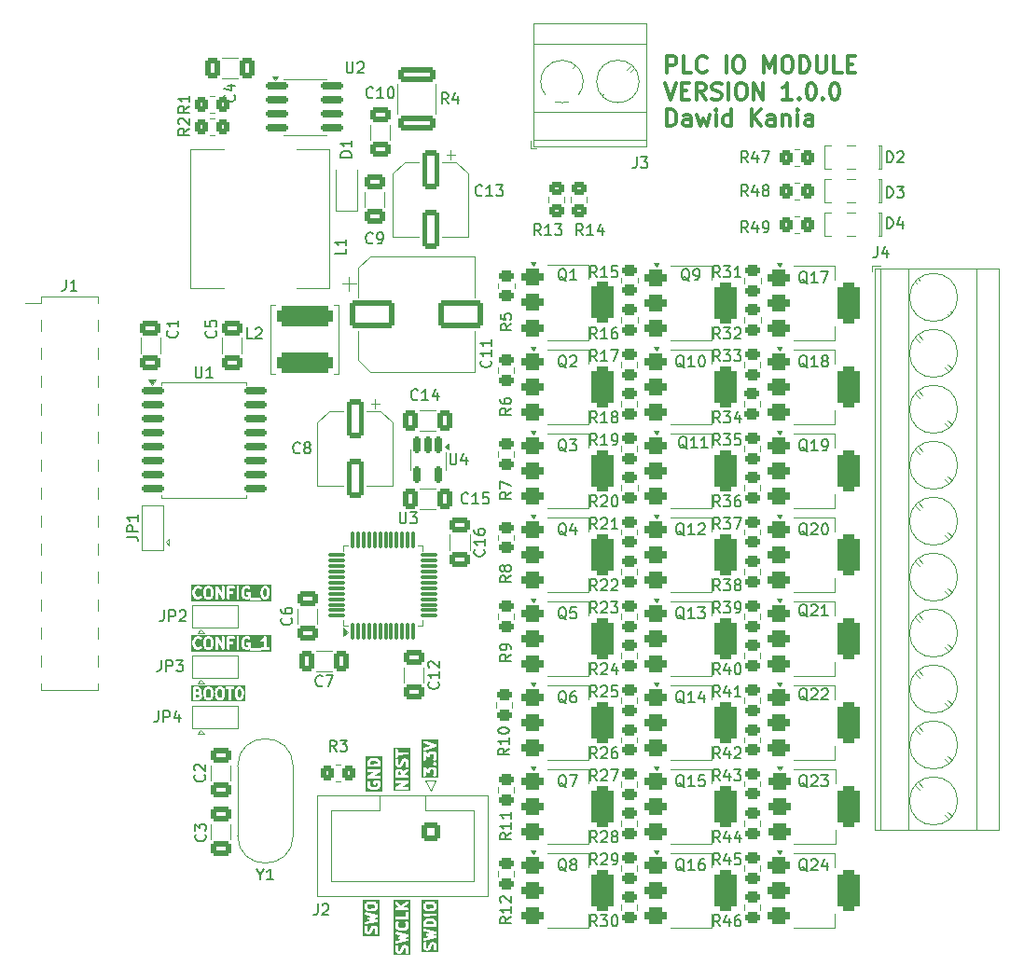
<source format=gto>
%TF.GenerationSoftware,KiCad,Pcbnew,8.0.0*%
%TF.CreationDate,2024-05-13T12:24:45+02:00*%
%TF.ProjectId,plc_io_module,706c635f-696f-45f6-9d6f-64756c652e6b,1.0.0*%
%TF.SameCoordinates,Original*%
%TF.FileFunction,Legend,Top*%
%TF.FilePolarity,Positive*%
%FSLAX46Y46*%
G04 Gerber Fmt 4.6, Leading zero omitted, Abs format (unit mm)*
G04 Created by KiCad (PCBNEW 8.0.0) date 2024-05-13 12:24:45*
%MOMM*%
%LPD*%
G01*
G04 APERTURE LIST*
G04 Aperture macros list*
%AMRoundRect*
0 Rectangle with rounded corners*
0 $1 Rounding radius*
0 $2 $3 $4 $5 $6 $7 $8 $9 X,Y pos of 4 corners*
0 Add a 4 corners polygon primitive as box body*
4,1,4,$2,$3,$4,$5,$6,$7,$8,$9,$2,$3,0*
0 Add four circle primitives for the rounded corners*
1,1,$1+$1,$2,$3*
1,1,$1+$1,$4,$5*
1,1,$1+$1,$6,$7*
1,1,$1+$1,$8,$9*
0 Add four rect primitives between the rounded corners*
20,1,$1+$1,$2,$3,$4,$5,0*
20,1,$1+$1,$4,$5,$6,$7,0*
20,1,$1+$1,$6,$7,$8,$9,0*
20,1,$1+$1,$8,$9,$2,$3,0*%
G04 Aperture macros list end*
%ADD10C,0.250000*%
%ADD11C,0.300000*%
%ADD12C,0.150000*%
%ADD13C,0.120000*%
%ADD14RoundRect,0.250000X-0.650000X0.412500X-0.650000X-0.412500X0.650000X-0.412500X0.650000X0.412500X0*%
%ADD15RoundRect,0.250000X0.412500X0.650000X-0.412500X0.650000X-0.412500X-0.650000X0.412500X-0.650000X0*%
%ADD16RoundRect,0.150000X-0.875000X-0.150000X0.875000X-0.150000X0.875000X0.150000X-0.875000X0.150000X0*%
%ADD17RoundRect,0.375000X-0.625000X-0.375000X0.625000X-0.375000X0.625000X0.375000X-0.625000X0.375000X0*%
%ADD18RoundRect,0.500000X-0.500000X-1.400000X0.500000X-1.400000X0.500000X1.400000X-0.500000X1.400000X0*%
%ADD19RoundRect,0.250000X0.450000X-0.262500X0.450000X0.262500X-0.450000X0.262500X-0.450000X-0.262500X0*%
%ADD20R,1.000000X1.500000*%
%ADD21R,3.150000X1.000000*%
%ADD22RoundRect,0.250000X0.650000X-0.412500X0.650000X0.412500X-0.650000X0.412500X-0.650000X-0.412500X0*%
%ADD23RoundRect,0.250000X-0.350000X-0.450000X0.350000X-0.450000X0.350000X0.450000X-0.350000X0.450000X0*%
%ADD24RoundRect,0.250000X0.450000X-0.350000X0.450000X0.350000X-0.450000X0.350000X-0.450000X-0.350000X0*%
%ADD25C,4.300000*%
%ADD26RoundRect,0.250000X-0.600000X0.600000X-0.600000X-0.600000X0.600000X-0.600000X0.600000X0.600000X0*%
%ADD27C,1.700000*%
%ADD28RoundRect,0.250000X-1.750000X-1.000000X1.750000X-1.000000X1.750000X1.000000X-1.750000X1.000000X0*%
%ADD29RoundRect,0.250000X-0.450000X0.262500X-0.450000X-0.262500X0.450000X-0.262500X0.450000X0.262500X0*%
%ADD30RoundRect,0.250000X0.350000X0.450000X-0.350000X0.450000X-0.350000X-0.450000X0.350000X-0.450000X0*%
%ADD31R,2.600000X2.600000*%
%ADD32C,2.600000*%
%ADD33R,1.800000X1.800000*%
%ADD34C,1.800000*%
%ADD35RoundRect,0.075000X0.075000X-0.662500X0.075000X0.662500X-0.075000X0.662500X-0.075000X-0.662500X0*%
%ADD36RoundRect,0.075000X0.662500X-0.075000X0.662500X0.075000X-0.662500X0.075000X-0.662500X-0.075000X0*%
%ADD37RoundRect,0.250000X-0.450000X0.350000X-0.450000X-0.350000X0.450000X-0.350000X0.450000X0.350000X0*%
%ADD38RoundRect,0.150000X-0.825000X-0.150000X0.825000X-0.150000X0.825000X0.150000X-0.825000X0.150000X0*%
%ADD39RoundRect,0.250000X-0.550000X1.500000X-0.550000X-1.500000X0.550000X-1.500000X0.550000X1.500000X0*%
%ADD40RoundRect,0.250000X-0.412500X-0.650000X0.412500X-0.650000X0.412500X0.650000X-0.412500X0.650000X0*%
%ADD41RoundRect,0.162500X-0.162500X0.617500X-0.162500X-0.617500X0.162500X-0.617500X0.162500X0.617500X0*%
%ADD42R,5.400000X2.900000*%
%ADD43RoundRect,0.250000X1.450000X-0.400000X1.450000X0.400000X-1.450000X0.400000X-1.450000X-0.400000X0*%
%ADD44R,1.200000X1.200000*%
%ADD45C,1.500000*%
%ADD46R,1.500000X1.000000*%
%ADD47RoundRect,0.475000X-2.075000X0.475000X-2.075000X-0.475000X2.075000X-0.475000X2.075000X0.475000X0*%
G04 APERTURE END LIST*
D10*
G36*
X139637619Y-124908267D02*
G01*
X138137619Y-124908267D01*
X138137619Y-124041622D01*
X138262619Y-124041622D01*
X138265021Y-124685055D01*
X138283685Y-124730115D01*
X138318173Y-124764603D01*
X138363233Y-124783267D01*
X138412005Y-124783267D01*
X138457065Y-124764603D01*
X138491553Y-124730115D01*
X138510217Y-124685055D01*
X138512619Y-124660669D01*
X138511326Y-124314321D01*
X138686050Y-124465814D01*
X138699125Y-124478889D01*
X138702963Y-124480479D01*
X138706192Y-124483278D01*
X138725430Y-124489784D01*
X138744185Y-124497553D01*
X138748399Y-124497553D01*
X138752393Y-124498904D01*
X138772660Y-124497553D01*
X138792957Y-124497553D01*
X138796849Y-124495940D01*
X138801059Y-124495660D01*
X138819264Y-124486656D01*
X138838017Y-124478889D01*
X138840998Y-124475907D01*
X138844777Y-124474039D01*
X138858147Y-124458758D01*
X138872505Y-124444401D01*
X138874118Y-124440506D01*
X138876894Y-124437334D01*
X138883400Y-124418095D01*
X138891169Y-124399341D01*
X138891754Y-124393396D01*
X138892520Y-124391133D01*
X138892301Y-124387848D01*
X138893571Y-124374955D01*
X138891973Y-124263697D01*
X138916136Y-124213067D01*
X138935273Y-124192902D01*
X138985978Y-124166375D01*
X139164943Y-124164737D01*
X139216173Y-124189188D01*
X139236338Y-124208324D01*
X139262827Y-124258956D01*
X139264581Y-124485448D01*
X139240053Y-124536840D01*
X139188447Y-124591222D01*
X139169782Y-124636281D01*
X139169782Y-124685054D01*
X139188446Y-124730114D01*
X139222933Y-124764602D01*
X139267992Y-124783267D01*
X139316765Y-124783267D01*
X139361825Y-124764603D01*
X139380767Y-124749058D01*
X139429477Y-124697730D01*
X139438749Y-124689689D01*
X139441980Y-124684555D01*
X139443933Y-124682498D01*
X139445197Y-124679444D01*
X139451803Y-124668952D01*
X139490099Y-124588711D01*
X139491553Y-124587258D01*
X139496544Y-124575208D01*
X139508180Y-124550828D01*
X139508498Y-124546347D01*
X139510217Y-124542198D01*
X139512619Y-124517812D01*
X139510552Y-124250985D01*
X139511637Y-124247731D01*
X139510391Y-124230199D01*
X139510217Y-124207712D01*
X139508498Y-124203562D01*
X139508180Y-124199082D01*
X139499422Y-124176196D01*
X139449340Y-124080466D01*
X139443933Y-124067412D01*
X139440011Y-124062633D01*
X139438749Y-124060221D01*
X139436256Y-124058059D01*
X139428387Y-124048471D01*
X139377065Y-123999769D01*
X139369019Y-123990492D01*
X139363879Y-123987256D01*
X139361825Y-123985307D01*
X139358777Y-123984044D01*
X139348281Y-123977437D01*
X139268041Y-123939141D01*
X139266588Y-123937688D01*
X139254539Y-123932697D01*
X139230158Y-123921061D01*
X139225676Y-123920742D01*
X139221528Y-123919024D01*
X139197142Y-123916622D01*
X138977757Y-123918629D01*
X138974680Y-123917604D01*
X138957658Y-123918813D01*
X138934661Y-123919024D01*
X138930511Y-123920742D01*
X138926031Y-123921061D01*
X138903145Y-123929819D01*
X138807411Y-123979902D01*
X138794362Y-123985308D01*
X138789584Y-123989229D01*
X138787170Y-123990492D01*
X138785008Y-123992983D01*
X138775420Y-124000853D01*
X138726718Y-124052174D01*
X138717441Y-124060221D01*
X138714205Y-124065360D01*
X138712257Y-124067414D01*
X138710995Y-124070460D01*
X138704386Y-124080959D01*
X138679775Y-124132525D01*
X138470139Y-123950762D01*
X138457065Y-123937688D01*
X138453226Y-123936097D01*
X138449998Y-123933299D01*
X138430759Y-123926792D01*
X138412005Y-123919024D01*
X138407791Y-123919024D01*
X138403797Y-123917673D01*
X138383536Y-123919024D01*
X138363233Y-123919024D01*
X138359337Y-123920637D01*
X138355131Y-123920918D01*
X138336932Y-123929917D01*
X138318173Y-123937688D01*
X138315191Y-123940669D01*
X138311413Y-123942538D01*
X138298042Y-123957818D01*
X138283685Y-123972176D01*
X138282071Y-123976070D01*
X138279296Y-123979243D01*
X138272789Y-123998481D01*
X138265021Y-124017236D01*
X138264435Y-124023180D01*
X138263670Y-124025444D01*
X138263889Y-124028728D01*
X138262619Y-124041622D01*
X138137619Y-124041622D01*
X138137619Y-123637438D01*
X139169782Y-123637438D01*
X139176568Y-123653819D01*
X139188446Y-123682496D01*
X139188447Y-123682497D01*
X139203993Y-123701439D01*
X139270555Y-123764603D01*
X139296949Y-123775535D01*
X139315613Y-123783267D01*
X139315614Y-123783267D01*
X139364388Y-123783267D01*
X139409447Y-123764602D01*
X139409451Y-123764597D01*
X139428388Y-123749057D01*
X139491552Y-123682497D01*
X139491553Y-123682496D01*
X139503431Y-123653819D01*
X139510217Y-123637437D01*
X139510217Y-123588664D01*
X139510217Y-123588662D01*
X139491553Y-123543605D01*
X139491553Y-123543604D01*
X139491552Y-123543603D01*
X139476007Y-123524661D01*
X139409465Y-123461516D01*
X139409447Y-123461498D01*
X139364388Y-123442833D01*
X139364387Y-123442833D01*
X139315613Y-123442833D01*
X139296949Y-123450564D01*
X139270555Y-123461497D01*
X139251612Y-123477042D01*
X139188447Y-123543603D01*
X139188446Y-123543604D01*
X139188446Y-123543605D01*
X139169782Y-123588662D01*
X139169782Y-123588663D01*
X139169783Y-123588663D01*
X139169782Y-123588665D01*
X139169782Y-123637438D01*
X138137619Y-123637438D01*
X138137619Y-122613051D01*
X138262619Y-122613051D01*
X138265021Y-123256484D01*
X138283685Y-123301544D01*
X138318173Y-123336032D01*
X138363233Y-123354696D01*
X138412005Y-123354696D01*
X138457065Y-123336032D01*
X138491553Y-123301544D01*
X138510217Y-123256484D01*
X138512619Y-123232098D01*
X138511326Y-122885750D01*
X138686050Y-123037243D01*
X138699125Y-123050318D01*
X138702963Y-123051908D01*
X138706192Y-123054707D01*
X138725430Y-123061213D01*
X138744185Y-123068982D01*
X138748399Y-123068982D01*
X138752393Y-123070333D01*
X138772660Y-123068982D01*
X138792957Y-123068982D01*
X138796849Y-123067369D01*
X138801059Y-123067089D01*
X138819264Y-123058085D01*
X138838017Y-123050318D01*
X138840998Y-123047336D01*
X138844777Y-123045468D01*
X138858147Y-123030187D01*
X138872505Y-123015830D01*
X138874118Y-123011935D01*
X138876894Y-123008763D01*
X138883400Y-122989524D01*
X138891169Y-122970770D01*
X138891754Y-122964825D01*
X138892520Y-122962562D01*
X138892301Y-122959277D01*
X138893571Y-122946384D01*
X138891973Y-122835126D01*
X138916136Y-122784496D01*
X138935273Y-122764331D01*
X138985978Y-122737804D01*
X139164943Y-122736166D01*
X139216173Y-122760617D01*
X139236338Y-122779753D01*
X139262827Y-122830385D01*
X139264581Y-123056877D01*
X139240053Y-123108269D01*
X139188447Y-123162651D01*
X139169782Y-123207710D01*
X139169782Y-123256483D01*
X139188446Y-123301543D01*
X139222933Y-123336031D01*
X139267992Y-123354696D01*
X139316765Y-123354696D01*
X139361825Y-123336032D01*
X139380767Y-123320487D01*
X139429477Y-123269159D01*
X139438749Y-123261118D01*
X139441980Y-123255984D01*
X139443933Y-123253927D01*
X139445197Y-123250873D01*
X139451803Y-123240381D01*
X139490099Y-123160140D01*
X139491553Y-123158687D01*
X139496544Y-123146637D01*
X139508180Y-123122257D01*
X139508498Y-123117776D01*
X139510217Y-123113627D01*
X139512619Y-123089241D01*
X139510552Y-122822414D01*
X139511637Y-122819160D01*
X139510391Y-122801628D01*
X139510217Y-122779141D01*
X139508498Y-122774991D01*
X139508180Y-122770511D01*
X139499422Y-122747625D01*
X139449340Y-122651895D01*
X139443933Y-122638841D01*
X139440011Y-122634062D01*
X139438749Y-122631650D01*
X139436256Y-122629488D01*
X139428387Y-122619900D01*
X139377065Y-122571198D01*
X139369019Y-122561921D01*
X139363879Y-122558685D01*
X139361825Y-122556736D01*
X139358777Y-122555473D01*
X139348281Y-122548866D01*
X139268041Y-122510570D01*
X139266588Y-122509117D01*
X139254539Y-122504126D01*
X139230158Y-122492490D01*
X139225676Y-122492171D01*
X139221528Y-122490453D01*
X139197142Y-122488051D01*
X138977757Y-122490058D01*
X138974680Y-122489033D01*
X138957658Y-122490242D01*
X138934661Y-122490453D01*
X138930511Y-122492171D01*
X138926031Y-122492490D01*
X138903145Y-122501248D01*
X138807411Y-122551331D01*
X138794362Y-122556737D01*
X138789584Y-122560658D01*
X138787170Y-122561921D01*
X138785008Y-122564412D01*
X138775420Y-122572282D01*
X138726718Y-122623603D01*
X138717441Y-122631650D01*
X138714205Y-122636789D01*
X138712257Y-122638843D01*
X138710995Y-122641889D01*
X138704386Y-122652388D01*
X138679775Y-122703954D01*
X138470139Y-122522191D01*
X138457065Y-122509117D01*
X138453226Y-122507526D01*
X138449998Y-122504728D01*
X138430759Y-122498221D01*
X138412005Y-122490453D01*
X138407791Y-122490453D01*
X138403797Y-122489102D01*
X138383536Y-122490453D01*
X138363233Y-122490453D01*
X138359337Y-122492066D01*
X138355131Y-122492347D01*
X138336932Y-122501346D01*
X138318173Y-122509117D01*
X138315191Y-122512098D01*
X138311413Y-122513967D01*
X138298042Y-122529247D01*
X138283685Y-122543605D01*
X138282071Y-122547499D01*
X138279296Y-122550672D01*
X138272789Y-122569910D01*
X138265021Y-122588665D01*
X138264435Y-122594609D01*
X138263670Y-122596873D01*
X138263889Y-122600157D01*
X138262619Y-122613051D01*
X138137619Y-122613051D01*
X138137619Y-122342970D01*
X138263601Y-122342970D01*
X138279024Y-122389239D01*
X138310979Y-122426085D01*
X138354604Y-122447897D01*
X138403253Y-122451354D01*
X138427147Y-122445921D01*
X139412078Y-122115171D01*
X139420634Y-122114564D01*
X139434429Y-122107666D01*
X139449522Y-122102598D01*
X139456269Y-122096746D01*
X139464258Y-122092752D01*
X139474524Y-122080914D01*
X139486368Y-122070643D01*
X139490363Y-122062651D01*
X139496214Y-122055906D01*
X139501169Y-122041041D01*
X139508180Y-122027019D01*
X139508813Y-122018108D01*
X139511637Y-122009637D01*
X139510526Y-121994003D01*
X139511637Y-121978369D01*
X139508813Y-121969897D01*
X139508180Y-121960987D01*
X139501169Y-121946965D01*
X139496214Y-121932100D01*
X139490363Y-121925354D01*
X139486368Y-121917363D01*
X139474524Y-121907091D01*
X139464258Y-121895254D01*
X139456269Y-121891259D01*
X139449522Y-121885408D01*
X139427147Y-121875417D01*
X138403253Y-121536652D01*
X138354604Y-121540109D01*
X138310979Y-121561921D01*
X138279024Y-121598767D01*
X138263601Y-121645036D01*
X138267058Y-121693685D01*
X138288870Y-121737310D01*
X138325716Y-121769265D01*
X138348091Y-121779255D01*
X138996045Y-121993637D01*
X138325716Y-122218741D01*
X138288870Y-122250696D01*
X138267058Y-122294321D01*
X138263601Y-122342970D01*
X138137619Y-122342970D01*
X138137619Y-121411652D01*
X139637619Y-121411652D01*
X139637619Y-124908267D01*
G37*
D11*
X160422110Y-60883996D02*
X160422110Y-59383996D01*
X160422110Y-59383996D02*
X160993539Y-59383996D01*
X160993539Y-59383996D02*
X161136396Y-59455425D01*
X161136396Y-59455425D02*
X161207825Y-59526853D01*
X161207825Y-59526853D02*
X161279253Y-59669710D01*
X161279253Y-59669710D02*
X161279253Y-59883996D01*
X161279253Y-59883996D02*
X161207825Y-60026853D01*
X161207825Y-60026853D02*
X161136396Y-60098282D01*
X161136396Y-60098282D02*
X160993539Y-60169710D01*
X160993539Y-60169710D02*
X160422110Y-60169710D01*
X162636396Y-60883996D02*
X161922110Y-60883996D01*
X161922110Y-60883996D02*
X161922110Y-59383996D01*
X163993539Y-60741139D02*
X163922111Y-60812568D01*
X163922111Y-60812568D02*
X163707825Y-60883996D01*
X163707825Y-60883996D02*
X163564968Y-60883996D01*
X163564968Y-60883996D02*
X163350682Y-60812568D01*
X163350682Y-60812568D02*
X163207825Y-60669710D01*
X163207825Y-60669710D02*
X163136396Y-60526853D01*
X163136396Y-60526853D02*
X163064968Y-60241139D01*
X163064968Y-60241139D02*
X163064968Y-60026853D01*
X163064968Y-60026853D02*
X163136396Y-59741139D01*
X163136396Y-59741139D02*
X163207825Y-59598282D01*
X163207825Y-59598282D02*
X163350682Y-59455425D01*
X163350682Y-59455425D02*
X163564968Y-59383996D01*
X163564968Y-59383996D02*
X163707825Y-59383996D01*
X163707825Y-59383996D02*
X163922111Y-59455425D01*
X163922111Y-59455425D02*
X163993539Y-59526853D01*
X165779253Y-60883996D02*
X165779253Y-59383996D01*
X166779254Y-59383996D02*
X167064968Y-59383996D01*
X167064968Y-59383996D02*
X167207825Y-59455425D01*
X167207825Y-59455425D02*
X167350682Y-59598282D01*
X167350682Y-59598282D02*
X167422111Y-59883996D01*
X167422111Y-59883996D02*
X167422111Y-60383996D01*
X167422111Y-60383996D02*
X167350682Y-60669710D01*
X167350682Y-60669710D02*
X167207825Y-60812568D01*
X167207825Y-60812568D02*
X167064968Y-60883996D01*
X167064968Y-60883996D02*
X166779254Y-60883996D01*
X166779254Y-60883996D02*
X166636397Y-60812568D01*
X166636397Y-60812568D02*
X166493539Y-60669710D01*
X166493539Y-60669710D02*
X166422111Y-60383996D01*
X166422111Y-60383996D02*
X166422111Y-59883996D01*
X166422111Y-59883996D02*
X166493539Y-59598282D01*
X166493539Y-59598282D02*
X166636397Y-59455425D01*
X166636397Y-59455425D02*
X166779254Y-59383996D01*
X169207825Y-60883996D02*
X169207825Y-59383996D01*
X169207825Y-59383996D02*
X169707825Y-60455425D01*
X169707825Y-60455425D02*
X170207825Y-59383996D01*
X170207825Y-59383996D02*
X170207825Y-60883996D01*
X171207826Y-59383996D02*
X171493540Y-59383996D01*
X171493540Y-59383996D02*
X171636397Y-59455425D01*
X171636397Y-59455425D02*
X171779254Y-59598282D01*
X171779254Y-59598282D02*
X171850683Y-59883996D01*
X171850683Y-59883996D02*
X171850683Y-60383996D01*
X171850683Y-60383996D02*
X171779254Y-60669710D01*
X171779254Y-60669710D02*
X171636397Y-60812568D01*
X171636397Y-60812568D02*
X171493540Y-60883996D01*
X171493540Y-60883996D02*
X171207826Y-60883996D01*
X171207826Y-60883996D02*
X171064969Y-60812568D01*
X171064969Y-60812568D02*
X170922111Y-60669710D01*
X170922111Y-60669710D02*
X170850683Y-60383996D01*
X170850683Y-60383996D02*
X170850683Y-59883996D01*
X170850683Y-59883996D02*
X170922111Y-59598282D01*
X170922111Y-59598282D02*
X171064969Y-59455425D01*
X171064969Y-59455425D02*
X171207826Y-59383996D01*
X172493540Y-60883996D02*
X172493540Y-59383996D01*
X172493540Y-59383996D02*
X172850683Y-59383996D01*
X172850683Y-59383996D02*
X173064969Y-59455425D01*
X173064969Y-59455425D02*
X173207826Y-59598282D01*
X173207826Y-59598282D02*
X173279255Y-59741139D01*
X173279255Y-59741139D02*
X173350683Y-60026853D01*
X173350683Y-60026853D02*
X173350683Y-60241139D01*
X173350683Y-60241139D02*
X173279255Y-60526853D01*
X173279255Y-60526853D02*
X173207826Y-60669710D01*
X173207826Y-60669710D02*
X173064969Y-60812568D01*
X173064969Y-60812568D02*
X172850683Y-60883996D01*
X172850683Y-60883996D02*
X172493540Y-60883996D01*
X173993540Y-59383996D02*
X173993540Y-60598282D01*
X173993540Y-60598282D02*
X174064969Y-60741139D01*
X174064969Y-60741139D02*
X174136398Y-60812568D01*
X174136398Y-60812568D02*
X174279255Y-60883996D01*
X174279255Y-60883996D02*
X174564969Y-60883996D01*
X174564969Y-60883996D02*
X174707826Y-60812568D01*
X174707826Y-60812568D02*
X174779255Y-60741139D01*
X174779255Y-60741139D02*
X174850683Y-60598282D01*
X174850683Y-60598282D02*
X174850683Y-59383996D01*
X176279255Y-60883996D02*
X175564969Y-60883996D01*
X175564969Y-60883996D02*
X175564969Y-59383996D01*
X176779255Y-60098282D02*
X177279255Y-60098282D01*
X177493541Y-60883996D02*
X176779255Y-60883996D01*
X176779255Y-60883996D02*
X176779255Y-59383996D01*
X176779255Y-59383996D02*
X177493541Y-59383996D01*
X160207825Y-61798912D02*
X160707825Y-63298912D01*
X160707825Y-63298912D02*
X161207825Y-61798912D01*
X161707824Y-62513198D02*
X162207824Y-62513198D01*
X162422110Y-63298912D02*
X161707824Y-63298912D01*
X161707824Y-63298912D02*
X161707824Y-61798912D01*
X161707824Y-61798912D02*
X162422110Y-61798912D01*
X163922110Y-63298912D02*
X163422110Y-62584626D01*
X163064967Y-63298912D02*
X163064967Y-61798912D01*
X163064967Y-61798912D02*
X163636396Y-61798912D01*
X163636396Y-61798912D02*
X163779253Y-61870341D01*
X163779253Y-61870341D02*
X163850682Y-61941769D01*
X163850682Y-61941769D02*
X163922110Y-62084626D01*
X163922110Y-62084626D02*
X163922110Y-62298912D01*
X163922110Y-62298912D02*
X163850682Y-62441769D01*
X163850682Y-62441769D02*
X163779253Y-62513198D01*
X163779253Y-62513198D02*
X163636396Y-62584626D01*
X163636396Y-62584626D02*
X163064967Y-62584626D01*
X164493539Y-63227484D02*
X164707825Y-63298912D01*
X164707825Y-63298912D02*
X165064967Y-63298912D01*
X165064967Y-63298912D02*
X165207825Y-63227484D01*
X165207825Y-63227484D02*
X165279253Y-63156055D01*
X165279253Y-63156055D02*
X165350682Y-63013198D01*
X165350682Y-63013198D02*
X165350682Y-62870341D01*
X165350682Y-62870341D02*
X165279253Y-62727484D01*
X165279253Y-62727484D02*
X165207825Y-62656055D01*
X165207825Y-62656055D02*
X165064967Y-62584626D01*
X165064967Y-62584626D02*
X164779253Y-62513198D01*
X164779253Y-62513198D02*
X164636396Y-62441769D01*
X164636396Y-62441769D02*
X164564967Y-62370341D01*
X164564967Y-62370341D02*
X164493539Y-62227484D01*
X164493539Y-62227484D02*
X164493539Y-62084626D01*
X164493539Y-62084626D02*
X164564967Y-61941769D01*
X164564967Y-61941769D02*
X164636396Y-61870341D01*
X164636396Y-61870341D02*
X164779253Y-61798912D01*
X164779253Y-61798912D02*
X165136396Y-61798912D01*
X165136396Y-61798912D02*
X165350682Y-61870341D01*
X165993538Y-63298912D02*
X165993538Y-61798912D01*
X166993539Y-61798912D02*
X167279253Y-61798912D01*
X167279253Y-61798912D02*
X167422110Y-61870341D01*
X167422110Y-61870341D02*
X167564967Y-62013198D01*
X167564967Y-62013198D02*
X167636396Y-62298912D01*
X167636396Y-62298912D02*
X167636396Y-62798912D01*
X167636396Y-62798912D02*
X167564967Y-63084626D01*
X167564967Y-63084626D02*
X167422110Y-63227484D01*
X167422110Y-63227484D02*
X167279253Y-63298912D01*
X167279253Y-63298912D02*
X166993539Y-63298912D01*
X166993539Y-63298912D02*
X166850682Y-63227484D01*
X166850682Y-63227484D02*
X166707824Y-63084626D01*
X166707824Y-63084626D02*
X166636396Y-62798912D01*
X166636396Y-62798912D02*
X166636396Y-62298912D01*
X166636396Y-62298912D02*
X166707824Y-62013198D01*
X166707824Y-62013198D02*
X166850682Y-61870341D01*
X166850682Y-61870341D02*
X166993539Y-61798912D01*
X168279253Y-63298912D02*
X168279253Y-61798912D01*
X168279253Y-61798912D02*
X169136396Y-63298912D01*
X169136396Y-63298912D02*
X169136396Y-61798912D01*
X171779254Y-63298912D02*
X170922111Y-63298912D01*
X171350682Y-63298912D02*
X171350682Y-61798912D01*
X171350682Y-61798912D02*
X171207825Y-62013198D01*
X171207825Y-62013198D02*
X171064968Y-62156055D01*
X171064968Y-62156055D02*
X170922111Y-62227484D01*
X172422110Y-63156055D02*
X172493539Y-63227484D01*
X172493539Y-63227484D02*
X172422110Y-63298912D01*
X172422110Y-63298912D02*
X172350682Y-63227484D01*
X172350682Y-63227484D02*
X172422110Y-63156055D01*
X172422110Y-63156055D02*
X172422110Y-63298912D01*
X173422111Y-61798912D02*
X173564968Y-61798912D01*
X173564968Y-61798912D02*
X173707825Y-61870341D01*
X173707825Y-61870341D02*
X173779254Y-61941769D01*
X173779254Y-61941769D02*
X173850682Y-62084626D01*
X173850682Y-62084626D02*
X173922111Y-62370341D01*
X173922111Y-62370341D02*
X173922111Y-62727484D01*
X173922111Y-62727484D02*
X173850682Y-63013198D01*
X173850682Y-63013198D02*
X173779254Y-63156055D01*
X173779254Y-63156055D02*
X173707825Y-63227484D01*
X173707825Y-63227484D02*
X173564968Y-63298912D01*
X173564968Y-63298912D02*
X173422111Y-63298912D01*
X173422111Y-63298912D02*
X173279254Y-63227484D01*
X173279254Y-63227484D02*
X173207825Y-63156055D01*
X173207825Y-63156055D02*
X173136396Y-63013198D01*
X173136396Y-63013198D02*
X173064968Y-62727484D01*
X173064968Y-62727484D02*
X173064968Y-62370341D01*
X173064968Y-62370341D02*
X173136396Y-62084626D01*
X173136396Y-62084626D02*
X173207825Y-61941769D01*
X173207825Y-61941769D02*
X173279254Y-61870341D01*
X173279254Y-61870341D02*
X173422111Y-61798912D01*
X174564967Y-63156055D02*
X174636396Y-63227484D01*
X174636396Y-63227484D02*
X174564967Y-63298912D01*
X174564967Y-63298912D02*
X174493539Y-63227484D01*
X174493539Y-63227484D02*
X174564967Y-63156055D01*
X174564967Y-63156055D02*
X174564967Y-63298912D01*
X175564968Y-61798912D02*
X175707825Y-61798912D01*
X175707825Y-61798912D02*
X175850682Y-61870341D01*
X175850682Y-61870341D02*
X175922111Y-61941769D01*
X175922111Y-61941769D02*
X175993539Y-62084626D01*
X175993539Y-62084626D02*
X176064968Y-62370341D01*
X176064968Y-62370341D02*
X176064968Y-62727484D01*
X176064968Y-62727484D02*
X175993539Y-63013198D01*
X175993539Y-63013198D02*
X175922111Y-63156055D01*
X175922111Y-63156055D02*
X175850682Y-63227484D01*
X175850682Y-63227484D02*
X175707825Y-63298912D01*
X175707825Y-63298912D02*
X175564968Y-63298912D01*
X175564968Y-63298912D02*
X175422111Y-63227484D01*
X175422111Y-63227484D02*
X175350682Y-63156055D01*
X175350682Y-63156055D02*
X175279253Y-63013198D01*
X175279253Y-63013198D02*
X175207825Y-62727484D01*
X175207825Y-62727484D02*
X175207825Y-62370341D01*
X175207825Y-62370341D02*
X175279253Y-62084626D01*
X175279253Y-62084626D02*
X175350682Y-61941769D01*
X175350682Y-61941769D02*
X175422111Y-61870341D01*
X175422111Y-61870341D02*
X175564968Y-61798912D01*
X160422110Y-65713828D02*
X160422110Y-64213828D01*
X160422110Y-64213828D02*
X160779253Y-64213828D01*
X160779253Y-64213828D02*
X160993539Y-64285257D01*
X160993539Y-64285257D02*
X161136396Y-64428114D01*
X161136396Y-64428114D02*
X161207825Y-64570971D01*
X161207825Y-64570971D02*
X161279253Y-64856685D01*
X161279253Y-64856685D02*
X161279253Y-65070971D01*
X161279253Y-65070971D02*
X161207825Y-65356685D01*
X161207825Y-65356685D02*
X161136396Y-65499542D01*
X161136396Y-65499542D02*
X160993539Y-65642400D01*
X160993539Y-65642400D02*
X160779253Y-65713828D01*
X160779253Y-65713828D02*
X160422110Y-65713828D01*
X162564968Y-65713828D02*
X162564968Y-64928114D01*
X162564968Y-64928114D02*
X162493539Y-64785257D01*
X162493539Y-64785257D02*
X162350682Y-64713828D01*
X162350682Y-64713828D02*
X162064968Y-64713828D01*
X162064968Y-64713828D02*
X161922110Y-64785257D01*
X162564968Y-65642400D02*
X162422110Y-65713828D01*
X162422110Y-65713828D02*
X162064968Y-65713828D01*
X162064968Y-65713828D02*
X161922110Y-65642400D01*
X161922110Y-65642400D02*
X161850682Y-65499542D01*
X161850682Y-65499542D02*
X161850682Y-65356685D01*
X161850682Y-65356685D02*
X161922110Y-65213828D01*
X161922110Y-65213828D02*
X162064968Y-65142400D01*
X162064968Y-65142400D02*
X162422110Y-65142400D01*
X162422110Y-65142400D02*
X162564968Y-65070971D01*
X163136396Y-64713828D02*
X163422111Y-65713828D01*
X163422111Y-65713828D02*
X163707825Y-64999542D01*
X163707825Y-64999542D02*
X163993539Y-65713828D01*
X163993539Y-65713828D02*
X164279253Y-64713828D01*
X164850682Y-65713828D02*
X164850682Y-64713828D01*
X164850682Y-64213828D02*
X164779254Y-64285257D01*
X164779254Y-64285257D02*
X164850682Y-64356685D01*
X164850682Y-64356685D02*
X164922111Y-64285257D01*
X164922111Y-64285257D02*
X164850682Y-64213828D01*
X164850682Y-64213828D02*
X164850682Y-64356685D01*
X166207826Y-65713828D02*
X166207826Y-64213828D01*
X166207826Y-65642400D02*
X166064968Y-65713828D01*
X166064968Y-65713828D02*
X165779254Y-65713828D01*
X165779254Y-65713828D02*
X165636397Y-65642400D01*
X165636397Y-65642400D02*
X165564968Y-65570971D01*
X165564968Y-65570971D02*
X165493540Y-65428114D01*
X165493540Y-65428114D02*
X165493540Y-64999542D01*
X165493540Y-64999542D02*
X165564968Y-64856685D01*
X165564968Y-64856685D02*
X165636397Y-64785257D01*
X165636397Y-64785257D02*
X165779254Y-64713828D01*
X165779254Y-64713828D02*
X166064968Y-64713828D01*
X166064968Y-64713828D02*
X166207826Y-64785257D01*
X168064968Y-65713828D02*
X168064968Y-64213828D01*
X168922111Y-65713828D02*
X168279254Y-64856685D01*
X168922111Y-64213828D02*
X168064968Y-65070971D01*
X170207826Y-65713828D02*
X170207826Y-64928114D01*
X170207826Y-64928114D02*
X170136397Y-64785257D01*
X170136397Y-64785257D02*
X169993540Y-64713828D01*
X169993540Y-64713828D02*
X169707826Y-64713828D01*
X169707826Y-64713828D02*
X169564968Y-64785257D01*
X170207826Y-65642400D02*
X170064968Y-65713828D01*
X170064968Y-65713828D02*
X169707826Y-65713828D01*
X169707826Y-65713828D02*
X169564968Y-65642400D01*
X169564968Y-65642400D02*
X169493540Y-65499542D01*
X169493540Y-65499542D02*
X169493540Y-65356685D01*
X169493540Y-65356685D02*
X169564968Y-65213828D01*
X169564968Y-65213828D02*
X169707826Y-65142400D01*
X169707826Y-65142400D02*
X170064968Y-65142400D01*
X170064968Y-65142400D02*
X170207826Y-65070971D01*
X170922111Y-64713828D02*
X170922111Y-65713828D01*
X170922111Y-64856685D02*
X170993540Y-64785257D01*
X170993540Y-64785257D02*
X171136397Y-64713828D01*
X171136397Y-64713828D02*
X171350683Y-64713828D01*
X171350683Y-64713828D02*
X171493540Y-64785257D01*
X171493540Y-64785257D02*
X171564969Y-64928114D01*
X171564969Y-64928114D02*
X171564969Y-65713828D01*
X172279254Y-65713828D02*
X172279254Y-64713828D01*
X172279254Y-64213828D02*
X172207826Y-64285257D01*
X172207826Y-64285257D02*
X172279254Y-64356685D01*
X172279254Y-64356685D02*
X172350683Y-64285257D01*
X172350683Y-64285257D02*
X172279254Y-64213828D01*
X172279254Y-64213828D02*
X172279254Y-64356685D01*
X173636398Y-65713828D02*
X173636398Y-64928114D01*
X173636398Y-64928114D02*
X173564969Y-64785257D01*
X173564969Y-64785257D02*
X173422112Y-64713828D01*
X173422112Y-64713828D02*
X173136398Y-64713828D01*
X173136398Y-64713828D02*
X172993540Y-64785257D01*
X173636398Y-65642400D02*
X173493540Y-65713828D01*
X173493540Y-65713828D02*
X173136398Y-65713828D01*
X173136398Y-65713828D02*
X172993540Y-65642400D01*
X172993540Y-65642400D02*
X172922112Y-65499542D01*
X172922112Y-65499542D02*
X172922112Y-65356685D01*
X172922112Y-65356685D02*
X172993540Y-65213828D01*
X172993540Y-65213828D02*
X173136398Y-65142400D01*
X173136398Y-65142400D02*
X173493540Y-65142400D01*
X173493540Y-65142400D02*
X173636398Y-65070971D01*
D10*
G36*
X118896024Y-107723934D02*
G01*
X118954908Y-107781066D01*
X118990667Y-107917760D01*
X118992696Y-108219890D01*
X118957286Y-108368377D01*
X118902771Y-108424565D01*
X118850481Y-108451921D01*
X118719008Y-108453391D01*
X118668540Y-108429304D01*
X118609654Y-108372169D01*
X118573896Y-108235476D01*
X118571867Y-107933346D01*
X118607277Y-107784857D01*
X118661790Y-107728673D01*
X118714082Y-107701316D01*
X118845556Y-107699846D01*
X118896024Y-107723934D01*
G37*
G36*
X123991788Y-107724184D02*
G01*
X124011953Y-107743321D01*
X124043680Y-107803967D01*
X124085925Y-107965454D01*
X124087822Y-108172741D01*
X124049098Y-108335125D01*
X124015667Y-108405173D01*
X123996531Y-108425338D01*
X123945241Y-108452171D01*
X123908476Y-108452909D01*
X123858491Y-108429053D01*
X123838324Y-108409915D01*
X123806597Y-108349269D01*
X123764352Y-108187782D01*
X123762455Y-107980495D01*
X123801179Y-107818108D01*
X123834609Y-107748064D01*
X123853746Y-107727899D01*
X123905036Y-107701066D01*
X123941802Y-107700328D01*
X123991788Y-107724184D01*
G37*
G36*
X124460853Y-108921857D02*
G01*
X117198949Y-108921857D01*
X117198949Y-108005190D01*
X117323949Y-108005190D01*
X117325912Y-108141919D01*
X117324097Y-108154123D01*
X117326302Y-108169038D01*
X117326351Y-108172433D01*
X117327055Y-108174134D01*
X117327681Y-108178364D01*
X117375183Y-108359950D01*
X117376007Y-108371539D01*
X117382984Y-108389772D01*
X117383545Y-108391915D01*
X117384081Y-108392639D01*
X117384765Y-108394425D01*
X117434847Y-108490156D01*
X117440253Y-108503207D01*
X117444175Y-108507986D01*
X117445438Y-108510400D01*
X117447929Y-108512560D01*
X117455798Y-108522149D01*
X117539571Y-108603430D01*
X117540676Y-108605640D01*
X117551719Y-108615217D01*
X117569978Y-108632933D01*
X117574129Y-108634652D01*
X117577522Y-108637595D01*
X117599897Y-108647585D01*
X117743693Y-108693334D01*
X117757896Y-108699217D01*
X117764106Y-108699828D01*
X117766647Y-108700637D01*
X117769938Y-108700403D01*
X117782282Y-108701619D01*
X117879501Y-108699666D01*
X117893154Y-108700637D01*
X117899156Y-108699272D01*
X117901906Y-108699217D01*
X117904957Y-108697953D01*
X117917048Y-108695204D01*
X118042117Y-108651598D01*
X118044765Y-108651598D01*
X118058842Y-108645766D01*
X118082280Y-108637595D01*
X118085672Y-108634652D01*
X118089824Y-108632933D01*
X118108766Y-108617387D01*
X118171930Y-108550825D01*
X118190594Y-108505766D01*
X118190594Y-108456992D01*
X118171929Y-108411933D01*
X118137441Y-108377446D01*
X118092381Y-108358782D01*
X118043608Y-108358782D01*
X117998548Y-108377447D01*
X117979607Y-108392993D01*
X117954286Y-108419675D01*
X117861761Y-108451935D01*
X117806153Y-108453052D01*
X117708671Y-108422038D01*
X117648622Y-108363775D01*
X117616121Y-108301650D01*
X117573833Y-108139997D01*
X117572212Y-108027139D01*
X117600157Y-107909952D01*
X118323949Y-107909952D01*
X118326136Y-108235657D01*
X118324097Y-108249361D01*
X118326329Y-108264460D01*
X118326351Y-108267671D01*
X118327055Y-108269372D01*
X118327681Y-108273602D01*
X118373970Y-108450550D01*
X118373970Y-108458147D01*
X118379363Y-108471168D01*
X118383545Y-108487153D01*
X118389077Y-108494619D01*
X118392634Y-108503207D01*
X118408179Y-108522149D01*
X118505348Y-108616428D01*
X118515167Y-108627749D01*
X118520432Y-108631063D01*
X118522359Y-108632933D01*
X118525409Y-108634196D01*
X118535904Y-108640803D01*
X118616144Y-108679099D01*
X118617598Y-108680553D01*
X118629647Y-108685544D01*
X118654028Y-108697180D01*
X118658508Y-108697498D01*
X118662658Y-108699217D01*
X118687044Y-108701619D01*
X118859060Y-108699695D01*
X118861886Y-108700638D01*
X118878139Y-108699482D01*
X118901906Y-108699217D01*
X118906054Y-108697498D01*
X118910536Y-108697180D01*
X118933422Y-108688422D01*
X119029155Y-108638338D01*
X119042205Y-108632933D01*
X119046982Y-108629011D01*
X119049397Y-108627749D01*
X119051558Y-108625257D01*
X119061147Y-108617388D01*
X119146002Y-108529930D01*
X119151984Y-108526341D01*
X119160059Y-108515441D01*
X119171930Y-108503207D01*
X119175487Y-108494618D01*
X119181019Y-108487153D01*
X119189264Y-108464078D01*
X119233234Y-108279689D01*
X119238213Y-108267671D01*
X119239699Y-108252581D01*
X119240467Y-108249362D01*
X119240195Y-108247539D01*
X119240615Y-108243285D01*
X119238427Y-107917579D01*
X119240467Y-107903875D01*
X119238234Y-107888776D01*
X119238213Y-107885566D01*
X119237508Y-107883864D01*
X119236883Y-107879635D01*
X119190594Y-107702686D01*
X119190594Y-107695089D01*
X119185200Y-107682068D01*
X119181019Y-107666084D01*
X119175485Y-107658615D01*
X119171929Y-107650030D01*
X119156384Y-107631088D01*
X119100245Y-107576619D01*
X119419187Y-107576619D01*
X119421589Y-108601005D01*
X119440253Y-108646065D01*
X119474741Y-108680553D01*
X119519801Y-108699217D01*
X119568573Y-108699217D01*
X119613633Y-108680553D01*
X119648121Y-108646065D01*
X119666785Y-108601005D01*
X119669187Y-108576619D01*
X119667936Y-108043205D01*
X120005515Y-108631178D01*
X120011681Y-108646065D01*
X120017271Y-108651655D01*
X120021269Y-108658618D01*
X120034413Y-108668797D01*
X120046169Y-108680553D01*
X120053529Y-108683601D01*
X120059830Y-108688481D01*
X120075871Y-108692855D01*
X120091229Y-108699217D01*
X120099196Y-108699217D01*
X120106885Y-108701314D01*
X120123380Y-108699217D01*
X120140001Y-108699217D01*
X120147361Y-108696168D01*
X120155268Y-108695163D01*
X120169702Y-108686914D01*
X120185061Y-108680553D01*
X120190695Y-108674918D01*
X120197614Y-108670965D01*
X120207793Y-108657820D01*
X120219549Y-108646065D01*
X120222597Y-108638704D01*
X120227477Y-108632404D01*
X120231852Y-108616361D01*
X120238213Y-108601005D01*
X120239441Y-108588535D01*
X120240310Y-108585350D01*
X120239997Y-108582890D01*
X120240615Y-108576619D01*
X120238270Y-107576619D01*
X120466806Y-107576619D01*
X120469208Y-108601005D01*
X120487872Y-108646065D01*
X120522360Y-108680553D01*
X120567420Y-108699217D01*
X120616192Y-108699217D01*
X120661252Y-108680553D01*
X120695740Y-108646065D01*
X120714404Y-108601005D01*
X120716806Y-108576619D01*
X120715868Y-108176975D01*
X120949525Y-108175407D01*
X120994585Y-108156743D01*
X121029073Y-108122255D01*
X121047737Y-108077195D01*
X121047737Y-108028423D01*
X121029073Y-107983363D01*
X120994585Y-107948875D01*
X120949525Y-107930211D01*
X120925139Y-107927809D01*
X120715287Y-107929218D01*
X120714752Y-107701029D01*
X121092382Y-107699217D01*
X121137442Y-107680553D01*
X121171930Y-107646065D01*
X121190594Y-107601005D01*
X121190594Y-107576619D01*
X121323949Y-107576619D01*
X121326351Y-108601005D01*
X121345015Y-108646065D01*
X121379503Y-108680553D01*
X121424563Y-108699217D01*
X121473335Y-108699217D01*
X121518395Y-108680553D01*
X121552883Y-108646065D01*
X121571547Y-108601005D01*
X121573949Y-108576619D01*
X121572609Y-108005190D01*
X121752520Y-108005190D01*
X121754483Y-108141919D01*
X121752668Y-108154123D01*
X121754873Y-108169038D01*
X121754922Y-108172433D01*
X121755626Y-108174134D01*
X121756252Y-108178364D01*
X121803754Y-108359950D01*
X121804578Y-108371539D01*
X121811555Y-108389772D01*
X121812116Y-108391915D01*
X121812652Y-108392639D01*
X121813336Y-108394425D01*
X121863418Y-108490156D01*
X121868824Y-108503207D01*
X121872746Y-108507986D01*
X121874009Y-108510400D01*
X121876500Y-108512560D01*
X121884369Y-108522149D01*
X121968142Y-108603430D01*
X121969247Y-108605640D01*
X121980290Y-108615217D01*
X121998549Y-108632933D01*
X122002700Y-108634652D01*
X122006093Y-108637595D01*
X122028468Y-108647585D01*
X122172264Y-108693334D01*
X122186467Y-108699217D01*
X122192677Y-108699828D01*
X122195218Y-108700637D01*
X122198509Y-108700403D01*
X122210853Y-108701619D01*
X122308072Y-108699666D01*
X122321725Y-108700637D01*
X122327727Y-108699272D01*
X122330477Y-108699217D01*
X122333528Y-108697953D01*
X122341049Y-108696243D01*
X122564446Y-108696243D01*
X122583110Y-108741303D01*
X122617598Y-108775791D01*
X122662658Y-108794455D01*
X122687044Y-108796857D01*
X123473334Y-108794455D01*
X123518394Y-108775791D01*
X123552882Y-108741303D01*
X123571546Y-108696243D01*
X123571546Y-108647471D01*
X123552882Y-108602411D01*
X123518394Y-108567923D01*
X123473334Y-108549259D01*
X123448948Y-108546857D01*
X122662658Y-108549259D01*
X122617598Y-108567923D01*
X122583110Y-108602411D01*
X122564446Y-108647471D01*
X122564446Y-108696243D01*
X122341049Y-108696243D01*
X122345619Y-108695204D01*
X122470688Y-108651598D01*
X122473336Y-108651598D01*
X122487413Y-108645766D01*
X122510851Y-108637595D01*
X122514243Y-108634652D01*
X122518395Y-108632933D01*
X122537337Y-108617387D01*
X122600482Y-108550844D01*
X122600501Y-108550826D01*
X122619165Y-108505766D01*
X122621567Y-108481380D01*
X122619165Y-108123661D01*
X122600501Y-108078601D01*
X122566013Y-108044113D01*
X122520953Y-108025449D01*
X122496567Y-108023047D01*
X122281705Y-108025449D01*
X122236645Y-108044113D01*
X122202157Y-108078601D01*
X122183493Y-108123661D01*
X122183493Y-108172433D01*
X122202157Y-108217493D01*
X122236645Y-108251981D01*
X122281705Y-108270645D01*
X122306091Y-108273047D01*
X122372401Y-108272305D01*
X122373413Y-108422968D01*
X122290332Y-108451935D01*
X122234724Y-108453052D01*
X122137242Y-108422038D01*
X122077193Y-108363775D01*
X122044692Y-108301650D01*
X122002404Y-108139997D01*
X122000783Y-108027139D01*
X122017372Y-107957571D01*
X123514425Y-107957571D01*
X123516538Y-108188532D01*
X123514573Y-108201742D01*
X123516797Y-108216785D01*
X123516827Y-108220052D01*
X123517531Y-108221753D01*
X123518157Y-108225983D01*
X123565659Y-108407569D01*
X123566483Y-108419158D01*
X123573460Y-108437391D01*
X123574021Y-108439534D01*
X123574557Y-108440258D01*
X123575241Y-108442044D01*
X123625325Y-108537778D01*
X123630729Y-108550825D01*
X123634649Y-108555602D01*
X123635914Y-108558019D01*
X123638408Y-108560182D01*
X123646274Y-108569767D01*
X123697601Y-108618477D01*
X123705643Y-108627749D01*
X123710776Y-108630980D01*
X123712834Y-108632933D01*
X123715887Y-108634197D01*
X123726380Y-108640803D01*
X123806620Y-108679099D01*
X123808074Y-108680553D01*
X123820123Y-108685544D01*
X123844504Y-108697180D01*
X123848984Y-108697498D01*
X123853134Y-108699217D01*
X123877520Y-108701619D01*
X123955377Y-108700055D01*
X123957124Y-108700638D01*
X123969230Y-108699777D01*
X123997144Y-108699217D01*
X124001292Y-108697498D01*
X124005774Y-108697180D01*
X124028660Y-108688422D01*
X124124392Y-108638338D01*
X124137443Y-108632933D01*
X124142220Y-108629012D01*
X124144635Y-108627749D01*
X124146797Y-108625255D01*
X124156385Y-108617387D01*
X124205086Y-108566065D01*
X124214364Y-108558019D01*
X124217599Y-108552879D01*
X124219549Y-108550825D01*
X124220811Y-108547776D01*
X124227418Y-108537282D01*
X124270111Y-108447828D01*
X124276257Y-108439534D01*
X124282770Y-108421303D01*
X124283795Y-108419158D01*
X124283858Y-108418258D01*
X124284502Y-108416459D01*
X124328472Y-108232070D01*
X124333451Y-108220052D01*
X124334937Y-108204962D01*
X124335705Y-108201743D01*
X124335433Y-108199920D01*
X124335853Y-108195666D01*
X124333739Y-107964704D01*
X124335705Y-107951494D01*
X124333480Y-107936451D01*
X124333451Y-107933185D01*
X124332746Y-107931483D01*
X124332121Y-107927254D01*
X124284618Y-107745665D01*
X124283795Y-107734079D01*
X124276817Y-107715845D01*
X124276257Y-107713703D01*
X124275720Y-107712978D01*
X124275037Y-107711193D01*
X124224953Y-107615459D01*
X124219548Y-107602410D01*
X124215626Y-107597632D01*
X124214364Y-107595218D01*
X124211872Y-107593056D01*
X124204003Y-107583468D01*
X124152681Y-107534766D01*
X124144635Y-107525489D01*
X124139495Y-107522253D01*
X124137442Y-107520305D01*
X124134395Y-107519043D01*
X124123897Y-107512434D01*
X124043657Y-107474138D01*
X124042204Y-107472685D01*
X124030155Y-107467694D01*
X124005774Y-107456058D01*
X124001292Y-107455739D01*
X123997144Y-107454021D01*
X123972758Y-107451619D01*
X123894897Y-107453182D01*
X123893153Y-107452601D01*
X123881061Y-107453460D01*
X123853134Y-107454021D01*
X123848984Y-107455739D01*
X123844504Y-107456058D01*
X123821618Y-107464816D01*
X123725884Y-107514899D01*
X123712835Y-107520305D01*
X123708057Y-107524226D01*
X123705643Y-107525489D01*
X123703481Y-107527980D01*
X123693893Y-107535850D01*
X123645191Y-107587171D01*
X123635914Y-107595218D01*
X123632678Y-107600357D01*
X123630730Y-107602411D01*
X123629468Y-107605457D01*
X123622859Y-107615956D01*
X123580166Y-107705408D01*
X123574021Y-107713703D01*
X123567507Y-107731933D01*
X123566483Y-107734079D01*
X123566419Y-107734978D01*
X123565776Y-107736778D01*
X123521805Y-107921165D01*
X123516827Y-107933185D01*
X123515340Y-107948276D01*
X123514573Y-107951495D01*
X123514844Y-107953316D01*
X123514425Y-107957571D01*
X122017372Y-107957571D01*
X122039274Y-107865727D01*
X122072454Y-107796209D01*
X122132803Y-107734009D01*
X122226341Y-107701396D01*
X122322110Y-107700021D01*
X122415932Y-107744799D01*
X122464581Y-107748256D01*
X122510852Y-107732833D01*
X122547697Y-107700877D01*
X122569508Y-107657254D01*
X122572966Y-107608604D01*
X122557543Y-107562334D01*
X122525587Y-107525489D01*
X122504849Y-107512434D01*
X122424609Y-107474138D01*
X122423156Y-107472685D01*
X122411107Y-107467694D01*
X122386726Y-107456058D01*
X122382244Y-107455739D01*
X122378096Y-107454021D01*
X122353710Y-107451619D01*
X122210370Y-107453677D01*
X122195218Y-107452601D01*
X122189141Y-107453982D01*
X122186467Y-107454021D01*
X122183417Y-107455284D01*
X122171324Y-107458034D01*
X122046256Y-107501640D01*
X122043609Y-107501640D01*
X122029537Y-107507468D01*
X122006093Y-107515643D01*
X122002699Y-107518586D01*
X121998550Y-107520305D01*
X121979608Y-107535850D01*
X121885334Y-107633014D01*
X121874009Y-107642837D01*
X121870692Y-107648105D01*
X121868825Y-107650030D01*
X121867563Y-107653076D01*
X121860954Y-107663575D01*
X121818261Y-107753027D01*
X121812116Y-107761322D01*
X121805602Y-107779552D01*
X121804578Y-107781698D01*
X121804514Y-107782597D01*
X121803871Y-107784397D01*
X121759900Y-107968784D01*
X121754922Y-107980804D01*
X121753435Y-107995895D01*
X121752668Y-107999114D01*
X121752939Y-108000935D01*
X121752520Y-108005190D01*
X121572609Y-108005190D01*
X121571547Y-107552233D01*
X121552883Y-107507173D01*
X121518395Y-107472685D01*
X121473335Y-107454021D01*
X121424563Y-107454021D01*
X121379503Y-107472685D01*
X121345015Y-107507173D01*
X121326351Y-107552233D01*
X121323949Y-107576619D01*
X121190594Y-107576619D01*
X121190594Y-107552233D01*
X121171930Y-107507173D01*
X121137442Y-107472685D01*
X121092382Y-107454021D01*
X121067996Y-107451619D01*
X120567420Y-107454021D01*
X120522360Y-107472685D01*
X120487872Y-107507173D01*
X120469208Y-107552233D01*
X120466806Y-107576619D01*
X120238270Y-107576619D01*
X120238213Y-107552233D01*
X120219549Y-107507173D01*
X120185061Y-107472685D01*
X120140001Y-107454021D01*
X120091229Y-107454021D01*
X120046169Y-107472685D01*
X120011681Y-107507173D01*
X119993017Y-107552233D01*
X119990615Y-107576619D01*
X119991865Y-108110031D01*
X119654286Y-107522058D01*
X119648121Y-107507173D01*
X119642530Y-107501582D01*
X119638533Y-107494620D01*
X119625388Y-107484440D01*
X119613633Y-107472685D01*
X119606272Y-107469636D01*
X119599972Y-107464757D01*
X119583930Y-107460382D01*
X119568573Y-107454021D01*
X119560606Y-107454021D01*
X119552917Y-107451924D01*
X119536422Y-107454021D01*
X119519801Y-107454021D01*
X119512440Y-107457069D01*
X119504534Y-107458075D01*
X119490099Y-107466323D01*
X119474741Y-107472685D01*
X119469106Y-107478319D01*
X119462188Y-107482273D01*
X119452008Y-107495417D01*
X119440253Y-107507173D01*
X119437204Y-107514533D01*
X119432325Y-107520834D01*
X119427950Y-107536875D01*
X119421589Y-107552233D01*
X119420360Y-107564704D01*
X119419492Y-107567889D01*
X119419804Y-107570348D01*
X119419187Y-107576619D01*
X119100245Y-107576619D01*
X119059219Y-107536814D01*
X119049397Y-107525489D01*
X119044128Y-107522172D01*
X119042204Y-107520305D01*
X119039157Y-107519043D01*
X119028659Y-107512434D01*
X118948419Y-107474138D01*
X118946966Y-107472685D01*
X118934917Y-107467694D01*
X118910536Y-107456058D01*
X118906054Y-107455739D01*
X118901906Y-107454021D01*
X118877520Y-107451619D01*
X118705500Y-107453542D01*
X118702677Y-107452601D01*
X118686434Y-107453755D01*
X118662658Y-107454021D01*
X118658508Y-107455739D01*
X118654028Y-107456058D01*
X118631142Y-107464816D01*
X118535405Y-107514901D01*
X118522360Y-107520305D01*
X118517583Y-107524224D01*
X118515167Y-107525489D01*
X118513003Y-107527983D01*
X118503418Y-107535850D01*
X118418564Y-107623305D01*
X118412580Y-107626896D01*
X118404500Y-107637800D01*
X118392635Y-107650030D01*
X118389078Y-107658615D01*
X118383545Y-107666084D01*
X118375300Y-107689159D01*
X118331329Y-107873546D01*
X118326351Y-107885566D01*
X118324864Y-107900657D01*
X118324097Y-107903876D01*
X118324368Y-107905697D01*
X118323949Y-107909952D01*
X117600157Y-107909952D01*
X117610703Y-107865727D01*
X117643883Y-107796209D01*
X117704232Y-107734009D01*
X117798040Y-107701302D01*
X117853650Y-107700185D01*
X117951778Y-107731405D01*
X117998549Y-107775790D01*
X118043609Y-107794455D01*
X118092382Y-107794455D01*
X118137442Y-107775790D01*
X118171929Y-107741303D01*
X118190594Y-107696243D01*
X118190594Y-107647470D01*
X118171929Y-107602410D01*
X118156384Y-107583468D01*
X118119615Y-107548576D01*
X118119126Y-107547598D01*
X118112833Y-107542140D01*
X118089823Y-107520305D01*
X118085673Y-107518586D01*
X118082280Y-107515643D01*
X118059905Y-107505652D01*
X117916109Y-107459904D01*
X117901906Y-107454021D01*
X117895694Y-107453409D01*
X117893154Y-107452601D01*
X117889863Y-107452834D01*
X117877520Y-107451619D01*
X117780299Y-107453571D01*
X117766647Y-107452601D01*
X117760644Y-107453965D01*
X117757896Y-107454021D01*
X117754846Y-107455284D01*
X117742753Y-107458034D01*
X117617685Y-107501640D01*
X117615038Y-107501640D01*
X117600966Y-107507468D01*
X117577522Y-107515643D01*
X117574128Y-107518586D01*
X117569979Y-107520305D01*
X117551037Y-107535850D01*
X117456763Y-107633014D01*
X117445438Y-107642837D01*
X117442121Y-107648105D01*
X117440254Y-107650030D01*
X117438992Y-107653076D01*
X117432383Y-107663575D01*
X117389690Y-107753027D01*
X117383545Y-107761322D01*
X117377031Y-107779552D01*
X117376007Y-107781698D01*
X117375943Y-107782597D01*
X117375300Y-107784397D01*
X117331329Y-107968784D01*
X117326351Y-107980804D01*
X117324864Y-107995895D01*
X117324097Y-107999114D01*
X117324368Y-108000935D01*
X117323949Y-108005190D01*
X117198949Y-108005190D01*
X117198949Y-107326619D01*
X124460853Y-107326619D01*
X124460853Y-108921857D01*
G37*
G36*
X118896024Y-112295934D02*
G01*
X118954908Y-112353066D01*
X118990667Y-112489760D01*
X118992696Y-112791890D01*
X118957286Y-112940377D01*
X118902771Y-112996565D01*
X118850481Y-113023921D01*
X118719008Y-113025391D01*
X118668540Y-113001304D01*
X118609654Y-112944169D01*
X118573896Y-112807476D01*
X118571867Y-112505346D01*
X118607277Y-112356857D01*
X118661790Y-112300673D01*
X118714082Y-112273316D01*
X118845556Y-112271846D01*
X118896024Y-112295934D01*
G37*
G36*
X124458451Y-113493857D02*
G01*
X117198949Y-113493857D01*
X117198949Y-112577190D01*
X117323949Y-112577190D01*
X117325912Y-112713919D01*
X117324097Y-112726123D01*
X117326302Y-112741038D01*
X117326351Y-112744433D01*
X117327055Y-112746134D01*
X117327681Y-112750364D01*
X117375183Y-112931950D01*
X117376007Y-112943539D01*
X117382984Y-112961772D01*
X117383545Y-112963915D01*
X117384081Y-112964639D01*
X117384765Y-112966425D01*
X117434847Y-113062156D01*
X117440253Y-113075207D01*
X117444175Y-113079986D01*
X117445438Y-113082400D01*
X117447929Y-113084560D01*
X117455798Y-113094149D01*
X117539571Y-113175430D01*
X117540676Y-113177640D01*
X117551719Y-113187217D01*
X117569978Y-113204933D01*
X117574129Y-113206652D01*
X117577522Y-113209595D01*
X117599897Y-113219585D01*
X117743693Y-113265334D01*
X117757896Y-113271217D01*
X117764106Y-113271828D01*
X117766647Y-113272637D01*
X117769938Y-113272403D01*
X117782282Y-113273619D01*
X117879501Y-113271666D01*
X117893154Y-113272637D01*
X117899156Y-113271272D01*
X117901906Y-113271217D01*
X117904957Y-113269953D01*
X117917048Y-113267204D01*
X118042117Y-113223598D01*
X118044765Y-113223598D01*
X118058842Y-113217766D01*
X118082280Y-113209595D01*
X118085672Y-113206652D01*
X118089824Y-113204933D01*
X118108766Y-113189387D01*
X118171930Y-113122825D01*
X118190594Y-113077766D01*
X118190594Y-113028992D01*
X118171929Y-112983933D01*
X118137441Y-112949446D01*
X118092381Y-112930782D01*
X118043608Y-112930782D01*
X117998548Y-112949447D01*
X117979607Y-112964993D01*
X117954286Y-112991675D01*
X117861761Y-113023935D01*
X117806153Y-113025052D01*
X117708671Y-112994038D01*
X117648622Y-112935775D01*
X117616121Y-112873650D01*
X117573833Y-112711997D01*
X117572212Y-112599139D01*
X117600157Y-112481952D01*
X118323949Y-112481952D01*
X118326136Y-112807657D01*
X118324097Y-112821361D01*
X118326329Y-112836460D01*
X118326351Y-112839671D01*
X118327055Y-112841372D01*
X118327681Y-112845602D01*
X118373970Y-113022550D01*
X118373970Y-113030147D01*
X118379363Y-113043168D01*
X118383545Y-113059153D01*
X118389077Y-113066619D01*
X118392634Y-113075207D01*
X118408179Y-113094149D01*
X118505348Y-113188428D01*
X118515167Y-113199749D01*
X118520432Y-113203063D01*
X118522359Y-113204933D01*
X118525409Y-113206196D01*
X118535904Y-113212803D01*
X118616144Y-113251099D01*
X118617598Y-113252553D01*
X118629647Y-113257544D01*
X118654028Y-113269180D01*
X118658508Y-113269498D01*
X118662658Y-113271217D01*
X118687044Y-113273619D01*
X118859060Y-113271695D01*
X118861886Y-113272638D01*
X118878139Y-113271482D01*
X118901906Y-113271217D01*
X118906054Y-113269498D01*
X118910536Y-113269180D01*
X118933422Y-113260422D01*
X119029155Y-113210338D01*
X119042205Y-113204933D01*
X119046982Y-113201011D01*
X119049397Y-113199749D01*
X119051558Y-113197257D01*
X119061147Y-113189388D01*
X119146002Y-113101930D01*
X119151984Y-113098341D01*
X119160059Y-113087441D01*
X119171930Y-113075207D01*
X119175487Y-113066618D01*
X119181019Y-113059153D01*
X119189264Y-113036078D01*
X119233234Y-112851689D01*
X119238213Y-112839671D01*
X119239699Y-112824581D01*
X119240467Y-112821362D01*
X119240195Y-112819539D01*
X119240615Y-112815285D01*
X119238427Y-112489579D01*
X119240467Y-112475875D01*
X119238234Y-112460776D01*
X119238213Y-112457566D01*
X119237508Y-112455864D01*
X119236883Y-112451635D01*
X119190594Y-112274686D01*
X119190594Y-112267089D01*
X119185200Y-112254068D01*
X119181019Y-112238084D01*
X119175485Y-112230615D01*
X119171929Y-112222030D01*
X119156384Y-112203088D01*
X119100245Y-112148619D01*
X119419187Y-112148619D01*
X119421589Y-113173005D01*
X119440253Y-113218065D01*
X119474741Y-113252553D01*
X119519801Y-113271217D01*
X119568573Y-113271217D01*
X119613633Y-113252553D01*
X119648121Y-113218065D01*
X119666785Y-113173005D01*
X119669187Y-113148619D01*
X119667936Y-112615205D01*
X120005515Y-113203178D01*
X120011681Y-113218065D01*
X120017271Y-113223655D01*
X120021269Y-113230618D01*
X120034413Y-113240797D01*
X120046169Y-113252553D01*
X120053529Y-113255601D01*
X120059830Y-113260481D01*
X120075871Y-113264855D01*
X120091229Y-113271217D01*
X120099196Y-113271217D01*
X120106885Y-113273314D01*
X120123380Y-113271217D01*
X120140001Y-113271217D01*
X120147361Y-113268168D01*
X120155268Y-113267163D01*
X120169702Y-113258914D01*
X120185061Y-113252553D01*
X120190695Y-113246918D01*
X120197614Y-113242965D01*
X120207793Y-113229820D01*
X120219549Y-113218065D01*
X120222597Y-113210704D01*
X120227477Y-113204404D01*
X120231852Y-113188361D01*
X120238213Y-113173005D01*
X120239441Y-113160535D01*
X120240310Y-113157350D01*
X120239997Y-113154890D01*
X120240615Y-113148619D01*
X120238270Y-112148619D01*
X120466806Y-112148619D01*
X120469208Y-113173005D01*
X120487872Y-113218065D01*
X120522360Y-113252553D01*
X120567420Y-113271217D01*
X120616192Y-113271217D01*
X120661252Y-113252553D01*
X120695740Y-113218065D01*
X120714404Y-113173005D01*
X120716806Y-113148619D01*
X120715868Y-112748975D01*
X120949525Y-112747407D01*
X120994585Y-112728743D01*
X121029073Y-112694255D01*
X121047737Y-112649195D01*
X121047737Y-112600423D01*
X121029073Y-112555363D01*
X120994585Y-112520875D01*
X120949525Y-112502211D01*
X120925139Y-112499809D01*
X120715287Y-112501218D01*
X120714752Y-112273029D01*
X121092382Y-112271217D01*
X121137442Y-112252553D01*
X121171930Y-112218065D01*
X121190594Y-112173005D01*
X121190594Y-112148619D01*
X121323949Y-112148619D01*
X121326351Y-113173005D01*
X121345015Y-113218065D01*
X121379503Y-113252553D01*
X121424563Y-113271217D01*
X121473335Y-113271217D01*
X121518395Y-113252553D01*
X121552883Y-113218065D01*
X121571547Y-113173005D01*
X121573949Y-113148619D01*
X121572609Y-112577190D01*
X121752520Y-112577190D01*
X121754483Y-112713919D01*
X121752668Y-112726123D01*
X121754873Y-112741038D01*
X121754922Y-112744433D01*
X121755626Y-112746134D01*
X121756252Y-112750364D01*
X121803754Y-112931950D01*
X121804578Y-112943539D01*
X121811555Y-112961772D01*
X121812116Y-112963915D01*
X121812652Y-112964639D01*
X121813336Y-112966425D01*
X121863418Y-113062156D01*
X121868824Y-113075207D01*
X121872746Y-113079986D01*
X121874009Y-113082400D01*
X121876500Y-113084560D01*
X121884369Y-113094149D01*
X121968142Y-113175430D01*
X121969247Y-113177640D01*
X121980290Y-113187217D01*
X121998549Y-113204933D01*
X122002700Y-113206652D01*
X122006093Y-113209595D01*
X122028468Y-113219585D01*
X122172264Y-113265334D01*
X122186467Y-113271217D01*
X122192677Y-113271828D01*
X122195218Y-113272637D01*
X122198509Y-113272403D01*
X122210853Y-113273619D01*
X122308072Y-113271666D01*
X122321725Y-113272637D01*
X122327727Y-113271272D01*
X122330477Y-113271217D01*
X122333528Y-113269953D01*
X122341049Y-113268243D01*
X122564446Y-113268243D01*
X122583110Y-113313303D01*
X122617598Y-113347791D01*
X122662658Y-113366455D01*
X122687044Y-113368857D01*
X123473334Y-113366455D01*
X123518394Y-113347791D01*
X123552882Y-113313303D01*
X123571546Y-113268243D01*
X123571546Y-113253202D01*
X123615039Y-113271217D01*
X123639425Y-113273619D01*
X124235239Y-113271217D01*
X124280299Y-113252553D01*
X124314787Y-113218065D01*
X124333451Y-113173005D01*
X124333451Y-113124233D01*
X124314787Y-113079173D01*
X124280299Y-113044685D01*
X124235239Y-113026021D01*
X124210853Y-113023619D01*
X124049847Y-113024268D01*
X124047821Y-112160203D01*
X124050139Y-112148488D01*
X124047766Y-112136623D01*
X124047737Y-112124233D01*
X124043001Y-112112800D01*
X124040574Y-112100662D01*
X124033758Y-112090485D01*
X124029073Y-112079173D01*
X124020322Y-112070422D01*
X124013435Y-112060138D01*
X124003244Y-112053344D01*
X123994585Y-112044685D01*
X123983152Y-112039949D01*
X123972854Y-112033084D01*
X123960838Y-112030706D01*
X123949525Y-112026021D01*
X123937151Y-112026021D01*
X123925009Y-112023619D01*
X123912999Y-112026021D01*
X123900753Y-112026021D01*
X123889319Y-112030756D01*
X123877183Y-112033184D01*
X123867007Y-112039998D01*
X123855693Y-112044685D01*
X123846942Y-112053435D01*
X123836658Y-112060323D01*
X123821295Y-112079082D01*
X123821205Y-112079173D01*
X123821188Y-112079213D01*
X123821133Y-112079281D01*
X123739260Y-112205409D01*
X123664678Y-112282278D01*
X123562786Y-112335584D01*
X123530830Y-112372429D01*
X123515406Y-112418699D01*
X123518864Y-112467349D01*
X123540676Y-112510972D01*
X123577521Y-112542928D01*
X123623791Y-112558352D01*
X123672441Y-112554894D01*
X123695327Y-112546136D01*
X123791063Y-112496050D01*
X123800944Y-112491958D01*
X123802194Y-113025266D01*
X123615039Y-113026021D01*
X123569979Y-113044685D01*
X123535491Y-113079173D01*
X123516827Y-113124233D01*
X123516827Y-113139273D01*
X123473334Y-113121259D01*
X123448948Y-113118857D01*
X122662658Y-113121259D01*
X122617598Y-113139923D01*
X122583110Y-113174411D01*
X122564446Y-113219471D01*
X122564446Y-113268243D01*
X122341049Y-113268243D01*
X122345619Y-113267204D01*
X122470688Y-113223598D01*
X122473336Y-113223598D01*
X122487413Y-113217766D01*
X122510851Y-113209595D01*
X122514243Y-113206652D01*
X122518395Y-113204933D01*
X122537337Y-113189387D01*
X122600482Y-113122844D01*
X122600501Y-113122826D01*
X122619165Y-113077766D01*
X122621567Y-113053380D01*
X122619165Y-112695661D01*
X122600501Y-112650601D01*
X122566013Y-112616113D01*
X122520953Y-112597449D01*
X122496567Y-112595047D01*
X122281705Y-112597449D01*
X122236645Y-112616113D01*
X122202157Y-112650601D01*
X122183493Y-112695661D01*
X122183493Y-112744433D01*
X122202157Y-112789493D01*
X122236645Y-112823981D01*
X122281705Y-112842645D01*
X122306091Y-112845047D01*
X122372401Y-112844305D01*
X122373413Y-112994968D01*
X122290332Y-113023935D01*
X122234724Y-113025052D01*
X122137242Y-112994038D01*
X122077193Y-112935775D01*
X122044692Y-112873650D01*
X122002404Y-112711997D01*
X122000783Y-112599139D01*
X122039274Y-112437727D01*
X122072454Y-112368209D01*
X122132803Y-112306009D01*
X122226341Y-112273396D01*
X122322110Y-112272021D01*
X122415932Y-112316799D01*
X122464581Y-112320256D01*
X122510852Y-112304833D01*
X122547697Y-112272877D01*
X122569508Y-112229254D01*
X122572966Y-112180604D01*
X122557543Y-112134334D01*
X122525587Y-112097489D01*
X122504849Y-112084434D01*
X122424609Y-112046138D01*
X122423156Y-112044685D01*
X122411107Y-112039694D01*
X122386726Y-112028058D01*
X122382244Y-112027739D01*
X122378096Y-112026021D01*
X122353710Y-112023619D01*
X122210370Y-112025677D01*
X122195218Y-112024601D01*
X122189141Y-112025982D01*
X122186467Y-112026021D01*
X122183417Y-112027284D01*
X122171324Y-112030034D01*
X122046256Y-112073640D01*
X122043609Y-112073640D01*
X122029537Y-112079468D01*
X122006093Y-112087643D01*
X122002699Y-112090586D01*
X121998550Y-112092305D01*
X121979608Y-112107850D01*
X121885334Y-112205014D01*
X121874009Y-112214837D01*
X121870692Y-112220105D01*
X121868825Y-112222030D01*
X121867563Y-112225076D01*
X121860954Y-112235575D01*
X121818261Y-112325027D01*
X121812116Y-112333322D01*
X121805602Y-112351552D01*
X121804578Y-112353698D01*
X121804514Y-112354597D01*
X121803871Y-112356397D01*
X121759900Y-112540784D01*
X121754922Y-112552804D01*
X121753435Y-112567895D01*
X121752668Y-112571114D01*
X121752939Y-112572935D01*
X121752520Y-112577190D01*
X121572609Y-112577190D01*
X121571547Y-112124233D01*
X121552883Y-112079173D01*
X121518395Y-112044685D01*
X121473335Y-112026021D01*
X121424563Y-112026021D01*
X121379503Y-112044685D01*
X121345015Y-112079173D01*
X121326351Y-112124233D01*
X121323949Y-112148619D01*
X121190594Y-112148619D01*
X121190594Y-112124233D01*
X121171930Y-112079173D01*
X121137442Y-112044685D01*
X121092382Y-112026021D01*
X121067996Y-112023619D01*
X120567420Y-112026021D01*
X120522360Y-112044685D01*
X120487872Y-112079173D01*
X120469208Y-112124233D01*
X120466806Y-112148619D01*
X120238270Y-112148619D01*
X120238213Y-112124233D01*
X120219549Y-112079173D01*
X120185061Y-112044685D01*
X120140001Y-112026021D01*
X120091229Y-112026021D01*
X120046169Y-112044685D01*
X120011681Y-112079173D01*
X119993017Y-112124233D01*
X119990615Y-112148619D01*
X119991865Y-112682031D01*
X119654286Y-112094058D01*
X119648121Y-112079173D01*
X119642530Y-112073582D01*
X119638533Y-112066620D01*
X119625388Y-112056440D01*
X119613633Y-112044685D01*
X119606272Y-112041636D01*
X119599972Y-112036757D01*
X119583930Y-112032382D01*
X119568573Y-112026021D01*
X119560606Y-112026021D01*
X119552917Y-112023924D01*
X119536422Y-112026021D01*
X119519801Y-112026021D01*
X119512440Y-112029069D01*
X119504534Y-112030075D01*
X119490099Y-112038323D01*
X119474741Y-112044685D01*
X119469106Y-112050319D01*
X119462188Y-112054273D01*
X119452008Y-112067417D01*
X119440253Y-112079173D01*
X119437204Y-112086533D01*
X119432325Y-112092834D01*
X119427950Y-112108875D01*
X119421589Y-112124233D01*
X119420360Y-112136704D01*
X119419492Y-112139889D01*
X119419804Y-112142348D01*
X119419187Y-112148619D01*
X119100245Y-112148619D01*
X119059219Y-112108814D01*
X119049397Y-112097489D01*
X119044128Y-112094172D01*
X119042204Y-112092305D01*
X119039157Y-112091043D01*
X119028659Y-112084434D01*
X118948419Y-112046138D01*
X118946966Y-112044685D01*
X118934917Y-112039694D01*
X118910536Y-112028058D01*
X118906054Y-112027739D01*
X118901906Y-112026021D01*
X118877520Y-112023619D01*
X118705500Y-112025542D01*
X118702677Y-112024601D01*
X118686434Y-112025755D01*
X118662658Y-112026021D01*
X118658508Y-112027739D01*
X118654028Y-112028058D01*
X118631142Y-112036816D01*
X118535405Y-112086901D01*
X118522360Y-112092305D01*
X118517583Y-112096224D01*
X118515167Y-112097489D01*
X118513003Y-112099983D01*
X118503418Y-112107850D01*
X118418564Y-112195305D01*
X118412580Y-112198896D01*
X118404500Y-112209800D01*
X118392635Y-112222030D01*
X118389078Y-112230615D01*
X118383545Y-112238084D01*
X118375300Y-112261159D01*
X118331329Y-112445546D01*
X118326351Y-112457566D01*
X118324864Y-112472657D01*
X118324097Y-112475876D01*
X118324368Y-112477697D01*
X118323949Y-112481952D01*
X117600157Y-112481952D01*
X117610703Y-112437727D01*
X117643883Y-112368209D01*
X117704232Y-112306009D01*
X117798040Y-112273302D01*
X117853650Y-112272185D01*
X117951778Y-112303405D01*
X117998549Y-112347790D01*
X118043609Y-112366455D01*
X118092382Y-112366455D01*
X118137442Y-112347790D01*
X118171929Y-112313303D01*
X118190594Y-112268243D01*
X118190594Y-112219470D01*
X118171929Y-112174410D01*
X118156384Y-112155468D01*
X118119615Y-112120576D01*
X118119126Y-112119598D01*
X118112833Y-112114140D01*
X118089823Y-112092305D01*
X118085673Y-112090586D01*
X118082280Y-112087643D01*
X118059905Y-112077652D01*
X117916109Y-112031904D01*
X117901906Y-112026021D01*
X117895694Y-112025409D01*
X117893154Y-112024601D01*
X117889863Y-112024834D01*
X117877520Y-112023619D01*
X117780299Y-112025571D01*
X117766647Y-112024601D01*
X117760644Y-112025965D01*
X117757896Y-112026021D01*
X117754846Y-112027284D01*
X117742753Y-112030034D01*
X117617685Y-112073640D01*
X117615038Y-112073640D01*
X117600966Y-112079468D01*
X117577522Y-112087643D01*
X117574128Y-112090586D01*
X117569979Y-112092305D01*
X117551037Y-112107850D01*
X117456763Y-112205014D01*
X117445438Y-112214837D01*
X117442121Y-112220105D01*
X117440254Y-112222030D01*
X117438992Y-112225076D01*
X117432383Y-112235575D01*
X117389690Y-112325027D01*
X117383545Y-112333322D01*
X117377031Y-112351552D01*
X117376007Y-112353698D01*
X117375943Y-112354597D01*
X117375300Y-112356397D01*
X117331329Y-112540784D01*
X117326351Y-112552804D01*
X117324864Y-112567895D01*
X117324097Y-112571114D01*
X117324368Y-112572935D01*
X117323949Y-112577190D01*
X117198949Y-112577190D01*
X117198949Y-111898619D01*
X124458451Y-111898619D01*
X124458451Y-113493857D01*
G37*
G36*
X137097619Y-141018762D02*
G01*
X135597619Y-141018762D01*
X135597619Y-140340191D01*
X135722619Y-140340191D01*
X135724626Y-140559572D01*
X135723600Y-140562652D01*
X135724810Y-140579684D01*
X135725021Y-140602672D01*
X135726739Y-140606820D01*
X135727058Y-140611302D01*
X135735816Y-140634188D01*
X135785901Y-140729924D01*
X135791305Y-140742970D01*
X135795224Y-140747746D01*
X135796489Y-140750163D01*
X135798983Y-140752326D01*
X135806850Y-140761912D01*
X135858174Y-140810617D01*
X135866218Y-140819892D01*
X135871354Y-140823125D01*
X135873410Y-140825076D01*
X135876460Y-140826339D01*
X135886955Y-140832946D01*
X135967195Y-140871242D01*
X135968649Y-140872696D01*
X135980698Y-140877687D01*
X136005079Y-140889323D01*
X136009559Y-140889641D01*
X136013709Y-140891360D01*
X136038095Y-140893762D01*
X136115952Y-140892198D01*
X136117699Y-140892781D01*
X136129805Y-140891920D01*
X136157719Y-140891360D01*
X136161867Y-140889641D01*
X136166349Y-140889323D01*
X136189235Y-140880565D01*
X136284971Y-140830479D01*
X136298017Y-140825076D01*
X136302793Y-140821156D01*
X136305210Y-140819892D01*
X136307373Y-140817397D01*
X136316959Y-140809531D01*
X136365664Y-140758206D01*
X136374939Y-140750163D01*
X136378172Y-140745026D01*
X136380123Y-140742971D01*
X136381386Y-140739920D01*
X136387993Y-140729426D01*
X136430686Y-140639972D01*
X136436832Y-140631678D01*
X136443345Y-140613447D01*
X136444370Y-140611302D01*
X136444433Y-140610402D01*
X136445077Y-140608603D01*
X136485563Y-140438823D01*
X136518993Y-140368779D01*
X136538130Y-140348614D01*
X136589420Y-140321781D01*
X136626186Y-140321043D01*
X136676173Y-140344900D01*
X136696338Y-140364036D01*
X136722865Y-140414741D01*
X136724564Y-140600422D01*
X136675982Y-140753128D01*
X136679439Y-140801777D01*
X136701251Y-140845402D01*
X136738097Y-140877357D01*
X136784366Y-140892780D01*
X136833015Y-140889323D01*
X136876640Y-140867511D01*
X136908595Y-140830665D01*
X136918585Y-140808290D01*
X136964334Y-140664493D01*
X136970217Y-140650291D01*
X136970828Y-140644080D01*
X136971637Y-140641540D01*
X136971403Y-140638248D01*
X136972619Y-140625905D01*
X136970611Y-140406520D01*
X136971637Y-140403443D01*
X136970427Y-140386421D01*
X136970217Y-140363424D01*
X136968498Y-140359274D01*
X136968180Y-140354794D01*
X136959422Y-140331908D01*
X136909340Y-140236178D01*
X136903933Y-140223124D01*
X136900011Y-140218345D01*
X136898749Y-140215933D01*
X136896256Y-140213771D01*
X136888387Y-140204183D01*
X136837065Y-140155481D01*
X136829019Y-140146204D01*
X136823879Y-140142968D01*
X136821825Y-140141019D01*
X136818777Y-140139756D01*
X136808281Y-140133149D01*
X136728041Y-140094853D01*
X136726588Y-140093400D01*
X136714539Y-140088409D01*
X136690158Y-140076773D01*
X136685676Y-140076454D01*
X136681528Y-140074736D01*
X136657142Y-140072334D01*
X136579281Y-140073897D01*
X136577537Y-140073316D01*
X136565445Y-140074175D01*
X136537518Y-140074736D01*
X136533368Y-140076454D01*
X136528888Y-140076773D01*
X136506002Y-140085531D01*
X136410268Y-140135614D01*
X136397219Y-140141020D01*
X136392441Y-140144941D01*
X136390027Y-140146204D01*
X136387865Y-140148695D01*
X136378277Y-140156565D01*
X136329575Y-140207886D01*
X136320298Y-140215933D01*
X136317062Y-140221072D01*
X136315114Y-140223126D01*
X136313852Y-140226172D01*
X136307243Y-140236671D01*
X136264550Y-140326123D01*
X136258405Y-140334418D01*
X136251891Y-140352648D01*
X136250867Y-140354794D01*
X136250803Y-140355693D01*
X136250160Y-140357493D01*
X136209673Y-140527269D01*
X136176243Y-140597315D01*
X136157106Y-140617481D01*
X136105816Y-140644314D01*
X136069051Y-140645052D01*
X136019065Y-140621196D01*
X135998899Y-140602059D01*
X135972372Y-140551354D01*
X135970673Y-140365671D01*
X136019256Y-140212969D01*
X136015799Y-140164319D01*
X135993987Y-140120695D01*
X135957141Y-140088739D01*
X135910872Y-140073316D01*
X135862222Y-140076773D01*
X135818598Y-140098585D01*
X135786643Y-140135431D01*
X135776652Y-140157806D01*
X135730904Y-140301601D01*
X135725021Y-140315805D01*
X135724409Y-140322016D01*
X135723601Y-140324557D01*
X135723834Y-140327847D01*
X135722619Y-140340191D01*
X135597619Y-140340191D01*
X135597619Y-139868673D01*
X135722707Y-139868673D01*
X135734003Y-139916119D01*
X135762596Y-139955631D01*
X135804135Y-139981193D01*
X135852292Y-139988912D01*
X135876572Y-139985601D01*
X136870617Y-139746524D01*
X136887941Y-139744223D01*
X136893450Y-139741033D01*
X136899738Y-139739521D01*
X136914443Y-139728879D01*
X136930150Y-139719786D01*
X136934049Y-139714691D01*
X136939250Y-139710928D01*
X136948764Y-139695466D01*
X136959794Y-139681057D01*
X136961447Y-139674856D01*
X136964812Y-139669389D01*
X136967684Y-139651467D01*
X136972361Y-139633931D01*
X136971515Y-139627567D01*
X136972531Y-139621232D01*
X136968329Y-139603583D01*
X136965938Y-139585584D01*
X136962720Y-139580027D01*
X136961235Y-139573786D01*
X136950594Y-139559081D01*
X136941500Y-139543374D01*
X136936405Y-139539474D01*
X136932642Y-139534274D01*
X136917180Y-139524759D01*
X136902771Y-139513730D01*
X136893775Y-139510356D01*
X136891103Y-139508712D01*
X136888110Y-139508232D01*
X136879827Y-139505126D01*
X136613950Y-139435120D01*
X136874089Y-139364873D01*
X136891103Y-139362146D01*
X136896509Y-139358818D01*
X136902771Y-139357128D01*
X136917180Y-139346098D01*
X136932642Y-139336584D01*
X136936405Y-139331383D01*
X136941500Y-139327484D01*
X136950594Y-139311776D01*
X136961235Y-139297072D01*
X136962720Y-139290830D01*
X136965938Y-139285274D01*
X136968329Y-139267274D01*
X136972531Y-139249626D01*
X136971515Y-139243290D01*
X136972361Y-139236927D01*
X136967684Y-139219390D01*
X136964812Y-139201469D01*
X136961447Y-139196001D01*
X136959794Y-139189801D01*
X136948764Y-139175391D01*
X136939250Y-139159930D01*
X136934049Y-139156166D01*
X136930150Y-139151072D01*
X136914443Y-139141978D01*
X136899738Y-139131337D01*
X136890654Y-139128206D01*
X136887941Y-139126635D01*
X136884939Y-139126236D01*
X136876572Y-139123352D01*
X135852292Y-138881946D01*
X135804135Y-138889665D01*
X135762596Y-138915227D01*
X135734003Y-138954739D01*
X135722707Y-139002185D01*
X135730426Y-139050342D01*
X135755988Y-139091881D01*
X135795500Y-139120474D01*
X135818666Y-139128459D01*
X136342421Y-139251899D01*
X136108601Y-139315039D01*
X136093012Y-139317111D01*
X136086089Y-139321118D01*
X136078182Y-139323254D01*
X136065082Y-139333280D01*
X136050802Y-139341548D01*
X136045881Y-139347977D01*
X136039452Y-139352898D01*
X136031184Y-139367178D01*
X136021158Y-139380278D01*
X136019071Y-139388100D01*
X136015015Y-139395108D01*
X136012841Y-139411462D01*
X136008591Y-139427403D01*
X136009657Y-139435429D01*
X136008591Y-139443455D01*
X136012841Y-139459395D01*
X136015015Y-139475750D01*
X136019071Y-139482757D01*
X136021158Y-139490580D01*
X136031184Y-139503679D01*
X136039452Y-139517960D01*
X136045881Y-139522880D01*
X136050802Y-139529310D01*
X136065082Y-139537577D01*
X136078182Y-139547604D01*
X136090160Y-139552096D01*
X136093012Y-139553747D01*
X136095413Y-139554066D01*
X136101125Y-139556208D01*
X136340641Y-139619272D01*
X135795500Y-139750384D01*
X135755988Y-139778977D01*
X135730426Y-139820516D01*
X135722707Y-139868673D01*
X135597619Y-139868673D01*
X135597619Y-138244953D01*
X135722619Y-138244953D01*
X135724571Y-138342172D01*
X135723601Y-138355825D01*
X135724965Y-138361827D01*
X135725021Y-138364577D01*
X135726284Y-138367628D01*
X135729034Y-138379719D01*
X135772640Y-138504788D01*
X135772640Y-138507435D01*
X135778469Y-138521507D01*
X135786643Y-138544951D01*
X135789586Y-138548344D01*
X135791305Y-138552494D01*
X135806850Y-138571436D01*
X135904014Y-138665709D01*
X135913837Y-138677035D01*
X135919104Y-138680351D01*
X135921030Y-138682219D01*
X135924077Y-138683481D01*
X135934574Y-138690089D01*
X136024027Y-138732782D01*
X136032322Y-138738928D01*
X136050552Y-138745441D01*
X136052698Y-138746466D01*
X136053597Y-138746529D01*
X136055397Y-138747173D01*
X136239785Y-138791143D01*
X136251804Y-138796122D01*
X136266893Y-138797608D01*
X136270113Y-138798376D01*
X136271935Y-138798104D01*
X136276190Y-138798524D01*
X136412919Y-138796560D01*
X136425123Y-138798376D01*
X136440038Y-138796170D01*
X136443433Y-138796122D01*
X136445134Y-138795417D01*
X136449364Y-138794792D01*
X136630950Y-138747289D01*
X136642539Y-138746466D01*
X136660772Y-138739488D01*
X136662915Y-138738928D01*
X136663639Y-138738391D01*
X136665425Y-138737708D01*
X136761156Y-138687625D01*
X136774207Y-138682220D01*
X136778986Y-138678297D01*
X136781400Y-138677035D01*
X136783560Y-138674543D01*
X136793149Y-138666675D01*
X136874430Y-138582901D01*
X136876640Y-138581797D01*
X136886217Y-138570753D01*
X136903933Y-138552495D01*
X136905652Y-138548343D01*
X136908595Y-138544951D01*
X136918585Y-138522576D01*
X136964334Y-138378779D01*
X136970217Y-138364577D01*
X136970828Y-138358366D01*
X136971637Y-138355826D01*
X136971403Y-138352534D01*
X136972619Y-138340191D01*
X136970666Y-138242970D01*
X136971637Y-138229318D01*
X136970272Y-138223315D01*
X136970217Y-138220567D01*
X136968953Y-138217517D01*
X136966204Y-138205424D01*
X136922598Y-138080355D01*
X136922598Y-138077708D01*
X136916766Y-138063629D01*
X136908595Y-138040193D01*
X136905653Y-138036801D01*
X136903933Y-138032648D01*
X136888387Y-138013707D01*
X136821825Y-137950543D01*
X136776765Y-137931879D01*
X136727992Y-137931879D01*
X136682933Y-137950544D01*
X136648446Y-137985032D01*
X136629782Y-138030092D01*
X136629782Y-138078865D01*
X136648447Y-138123924D01*
X136663993Y-138142866D01*
X136690676Y-138168187D01*
X136722935Y-138260711D01*
X136724052Y-138316319D01*
X136693038Y-138413801D01*
X136634775Y-138473850D01*
X136572650Y-138506351D01*
X136410997Y-138548639D01*
X136298139Y-138550260D01*
X136136730Y-138511769D01*
X136067208Y-138478589D01*
X136005009Y-138418240D01*
X135972302Y-138324432D01*
X135971185Y-138268822D01*
X136002405Y-138170694D01*
X136046790Y-138123924D01*
X136065455Y-138078864D01*
X136065455Y-138030091D01*
X136046790Y-137985031D01*
X136012303Y-137950544D01*
X135967243Y-137931879D01*
X135918470Y-137931879D01*
X135873410Y-137950544D01*
X135854468Y-137966089D01*
X135819576Y-138002857D01*
X135818598Y-138003347D01*
X135813140Y-138009639D01*
X135791305Y-138032650D01*
X135789586Y-138036799D01*
X135786643Y-138040193D01*
X135776652Y-138062568D01*
X135730904Y-138206363D01*
X135725021Y-138220567D01*
X135724409Y-138226778D01*
X135723601Y-138229319D01*
X135723834Y-138232609D01*
X135722619Y-138244953D01*
X135597619Y-138244953D01*
X135597619Y-137650291D01*
X135725021Y-137650291D01*
X135743685Y-137695351D01*
X135778173Y-137729839D01*
X135823233Y-137748503D01*
X135847619Y-137750905D01*
X136872005Y-137748503D01*
X136917065Y-137729839D01*
X136951553Y-137695351D01*
X136970217Y-137650291D01*
X136972619Y-137625905D01*
X136970217Y-137125329D01*
X136951553Y-137080269D01*
X136917065Y-137045781D01*
X136872005Y-137027117D01*
X136823233Y-137027117D01*
X136778173Y-137045781D01*
X136743685Y-137080269D01*
X136725021Y-137125329D01*
X136722619Y-137149715D01*
X136724305Y-137501194D01*
X135823233Y-137503307D01*
X135778173Y-137521971D01*
X135743685Y-137556459D01*
X135725021Y-137601519D01*
X135725021Y-137650291D01*
X135597619Y-137650291D01*
X135597619Y-136840767D01*
X135725021Y-136840767D01*
X135743685Y-136885827D01*
X135778173Y-136920315D01*
X135823233Y-136938979D01*
X135847619Y-136941381D01*
X136872005Y-136938979D01*
X136917065Y-136920315D01*
X136951553Y-136885827D01*
X136970217Y-136840767D01*
X136970217Y-136791995D01*
X136951553Y-136746935D01*
X136917065Y-136712447D01*
X136872005Y-136693783D01*
X136847619Y-136691381D01*
X136471499Y-136692262D01*
X136466020Y-136686816D01*
X136940687Y-136328400D01*
X136965536Y-136286433D01*
X136972434Y-136238149D01*
X136960329Y-136190903D01*
X136931066Y-136151885D01*
X136889099Y-136127036D01*
X136840816Y-136120138D01*
X136793569Y-136132243D01*
X136772619Y-136144953D01*
X136288608Y-136510425D01*
X135917065Y-136141020D01*
X135872006Y-136122355D01*
X135823232Y-136122355D01*
X135778173Y-136141020D01*
X135743686Y-136175507D01*
X135725021Y-136220566D01*
X135725021Y-136269340D01*
X135743686Y-136314399D01*
X135759231Y-136333341D01*
X136121055Y-136693084D01*
X135823233Y-136693783D01*
X135778173Y-136712447D01*
X135743685Y-136746935D01*
X135725021Y-136791995D01*
X135725021Y-136840767D01*
X135597619Y-136840767D01*
X135597619Y-135995138D01*
X137097619Y-135995138D01*
X137097619Y-141018762D01*
G37*
G36*
X134018509Y-123378138D02*
G01*
X134088026Y-123411317D01*
X134150229Y-123471669D01*
X134182758Y-123564968D01*
X134183656Y-123663102D01*
X133431493Y-123664866D01*
X133430673Y-123575197D01*
X133462199Y-123476104D01*
X133520460Y-123416057D01*
X133582586Y-123383556D01*
X133744239Y-123341268D01*
X133857097Y-123339647D01*
X134018509Y-123378138D01*
G37*
G36*
X134557619Y-126133050D02*
G01*
X133057619Y-126133050D01*
X133057619Y-125406860D01*
X133182619Y-125406860D01*
X133184677Y-125550199D01*
X133183601Y-125565351D01*
X133184982Y-125571427D01*
X133185021Y-125574103D01*
X133186284Y-125577154D01*
X133189034Y-125589245D01*
X133232640Y-125714314D01*
X133232640Y-125716961D01*
X133238469Y-125731033D01*
X133246643Y-125754477D01*
X133249586Y-125757870D01*
X133251305Y-125762020D01*
X133266850Y-125780962D01*
X133364014Y-125875235D01*
X133373837Y-125886561D01*
X133379104Y-125889877D01*
X133381030Y-125891745D01*
X133384077Y-125893007D01*
X133394574Y-125899615D01*
X133484027Y-125942308D01*
X133492322Y-125948454D01*
X133510552Y-125954967D01*
X133512698Y-125955992D01*
X133513597Y-125956055D01*
X133515397Y-125956699D01*
X133699785Y-126000669D01*
X133711804Y-126005648D01*
X133726893Y-126007134D01*
X133730113Y-126007902D01*
X133731935Y-126007630D01*
X133736190Y-126008050D01*
X133872919Y-126006086D01*
X133885123Y-126007902D01*
X133900038Y-126005696D01*
X133903433Y-126005648D01*
X133905134Y-126004943D01*
X133909364Y-126004318D01*
X134090950Y-125956815D01*
X134102539Y-125955992D01*
X134120772Y-125949014D01*
X134122915Y-125948454D01*
X134123639Y-125947917D01*
X134125425Y-125947234D01*
X134221156Y-125897151D01*
X134234207Y-125891746D01*
X134238986Y-125887823D01*
X134241400Y-125886561D01*
X134243560Y-125884069D01*
X134253149Y-125876201D01*
X134334430Y-125792427D01*
X134336640Y-125791323D01*
X134346217Y-125780279D01*
X134363933Y-125762021D01*
X134365652Y-125757869D01*
X134368595Y-125754477D01*
X134378585Y-125732102D01*
X134424334Y-125588305D01*
X134430217Y-125574103D01*
X134430828Y-125567892D01*
X134431637Y-125565352D01*
X134431403Y-125562060D01*
X134432619Y-125549717D01*
X134430666Y-125452496D01*
X134431637Y-125438844D01*
X134430272Y-125432841D01*
X134430217Y-125430093D01*
X134428953Y-125427043D01*
X134426204Y-125414950D01*
X134382598Y-125289881D01*
X134382598Y-125287234D01*
X134376766Y-125273155D01*
X134368595Y-125249719D01*
X134365653Y-125246327D01*
X134363933Y-125242174D01*
X134348387Y-125223233D01*
X134281844Y-125160087D01*
X134281826Y-125160069D01*
X134236766Y-125141405D01*
X134212380Y-125139003D01*
X133854661Y-125141405D01*
X133809601Y-125160069D01*
X133775113Y-125194557D01*
X133756449Y-125239617D01*
X133754047Y-125264003D01*
X133756449Y-125478865D01*
X133775113Y-125523925D01*
X133809601Y-125558413D01*
X133854661Y-125577077D01*
X133903433Y-125577077D01*
X133948493Y-125558413D01*
X133982981Y-125523925D01*
X134001645Y-125478865D01*
X134004047Y-125454479D01*
X134003305Y-125388168D01*
X134153969Y-125387156D01*
X134182935Y-125470237D01*
X134184052Y-125525845D01*
X134153038Y-125623327D01*
X134094775Y-125683376D01*
X134032650Y-125715877D01*
X133870997Y-125758165D01*
X133758139Y-125759786D01*
X133596730Y-125721295D01*
X133527208Y-125688115D01*
X133465009Y-125627766D01*
X133432396Y-125534227D01*
X133431021Y-125438459D01*
X133475799Y-125344638D01*
X133479256Y-125295989D01*
X133463833Y-125249718D01*
X133431877Y-125212873D01*
X133388254Y-125191062D01*
X133339604Y-125187604D01*
X133293334Y-125203027D01*
X133256489Y-125234983D01*
X133243434Y-125255721D01*
X133205138Y-125335960D01*
X133203685Y-125337414D01*
X133198694Y-125349462D01*
X133187058Y-125373844D01*
X133186739Y-125378325D01*
X133185021Y-125382474D01*
X133182619Y-125406860D01*
X133057619Y-125406860D01*
X133057619Y-124826701D01*
X133182924Y-124826701D01*
X133185021Y-124843195D01*
X133185021Y-124859817D01*
X133188069Y-124867177D01*
X133189075Y-124875084D01*
X133197323Y-124889518D01*
X133203685Y-124904877D01*
X133209319Y-124910511D01*
X133213273Y-124917430D01*
X133226417Y-124927609D01*
X133238173Y-124939365D01*
X133245533Y-124942413D01*
X133251834Y-124947293D01*
X133267875Y-124951667D01*
X133283233Y-124958029D01*
X133295704Y-124959257D01*
X133298889Y-124960126D01*
X133301348Y-124959813D01*
X133307619Y-124960431D01*
X134332005Y-124958029D01*
X134377065Y-124939365D01*
X134411553Y-124904877D01*
X134430217Y-124859817D01*
X134430217Y-124811045D01*
X134411553Y-124765985D01*
X134377065Y-124731497D01*
X134332005Y-124712833D01*
X134307619Y-124710431D01*
X133774205Y-124711681D01*
X134362178Y-124374102D01*
X134377065Y-124367937D01*
X134382655Y-124362346D01*
X134389618Y-124358349D01*
X134399797Y-124345204D01*
X134411553Y-124333449D01*
X134414601Y-124326088D01*
X134419481Y-124319788D01*
X134423855Y-124303746D01*
X134430217Y-124288389D01*
X134430217Y-124280422D01*
X134432314Y-124272733D01*
X134430217Y-124256238D01*
X134430217Y-124239617D01*
X134427168Y-124232256D01*
X134426163Y-124224350D01*
X134417914Y-124209915D01*
X134411553Y-124194557D01*
X134405918Y-124188922D01*
X134401965Y-124182004D01*
X134388820Y-124171824D01*
X134377065Y-124160069D01*
X134369704Y-124157020D01*
X134363404Y-124152141D01*
X134347361Y-124147765D01*
X134332005Y-124141405D01*
X134319535Y-124140176D01*
X134316350Y-124139308D01*
X134313890Y-124139620D01*
X134307619Y-124139003D01*
X133283233Y-124141405D01*
X133238173Y-124160069D01*
X133203685Y-124194557D01*
X133185021Y-124239617D01*
X133185021Y-124288389D01*
X133203685Y-124333449D01*
X133238173Y-124367937D01*
X133283233Y-124386601D01*
X133307619Y-124389003D01*
X133841031Y-124387752D01*
X133253058Y-124725331D01*
X133238173Y-124731497D01*
X133232582Y-124737087D01*
X133225620Y-124741085D01*
X133215440Y-124754229D01*
X133203685Y-124765985D01*
X133200636Y-124773345D01*
X133195757Y-124779646D01*
X133191382Y-124795687D01*
X133185021Y-124811045D01*
X133185021Y-124819011D01*
X133182924Y-124826701D01*
X133057619Y-124826701D01*
X133057619Y-123549717D01*
X133182619Y-123549717D01*
X133185021Y-123812198D01*
X133203685Y-123857258D01*
X133238173Y-123891746D01*
X133283233Y-123910410D01*
X133307619Y-123912812D01*
X134332005Y-123910410D01*
X134377065Y-123891746D01*
X134411553Y-123857258D01*
X134430217Y-123812198D01*
X134432619Y-123787812D01*
X134430449Y-123550787D01*
X134431637Y-123534082D01*
X134430240Y-123527942D01*
X134430217Y-123525331D01*
X134428953Y-123522281D01*
X134426204Y-123510188D01*
X134382598Y-123385119D01*
X134382598Y-123382473D01*
X134376768Y-123368399D01*
X134368595Y-123344957D01*
X134365652Y-123341564D01*
X134363933Y-123337413D01*
X134348388Y-123318471D01*
X134251216Y-123224191D01*
X134241400Y-123212873D01*
X134236134Y-123209558D01*
X134234207Y-123207688D01*
X134231156Y-123206424D01*
X134220662Y-123199818D01*
X134131209Y-123157125D01*
X134122915Y-123150980D01*
X134104684Y-123144466D01*
X134102539Y-123143442D01*
X134101639Y-123143378D01*
X134099840Y-123142735D01*
X133915452Y-123098764D01*
X133903433Y-123093786D01*
X133888341Y-123092299D01*
X133885123Y-123091532D01*
X133883301Y-123091803D01*
X133879047Y-123091384D01*
X133742316Y-123093347D01*
X133730113Y-123091532D01*
X133715197Y-123093737D01*
X133711804Y-123093786D01*
X133710102Y-123094490D01*
X133705873Y-123095116D01*
X133524284Y-123142618D01*
X133512698Y-123143442D01*
X133494464Y-123150419D01*
X133492322Y-123150980D01*
X133491597Y-123151516D01*
X133489812Y-123152200D01*
X133394075Y-123202285D01*
X133381030Y-123207689D01*
X133376253Y-123211608D01*
X133373837Y-123212873D01*
X133371673Y-123215367D01*
X133362088Y-123223234D01*
X133280808Y-123307005D01*
X133278598Y-123308111D01*
X133269013Y-123319162D01*
X133251305Y-123337414D01*
X133249586Y-123341563D01*
X133246643Y-123344957D01*
X133236652Y-123367332D01*
X133190904Y-123511127D01*
X133185021Y-123525331D01*
X133184409Y-123531542D01*
X133183601Y-123534083D01*
X133183834Y-123537373D01*
X133182619Y-123549717D01*
X133057619Y-123549717D01*
X133057619Y-122966384D01*
X134557619Y-122966384D01*
X134557619Y-126133050D01*
G37*
G36*
X139098509Y-137930516D02*
G01*
X139168026Y-137963695D01*
X139230229Y-138024047D01*
X139262758Y-138117346D01*
X139263656Y-138215480D01*
X138511493Y-138217244D01*
X138510673Y-138127575D01*
X138542199Y-138028482D01*
X138600460Y-137968435D01*
X138662586Y-137935934D01*
X138824239Y-137893646D01*
X138937097Y-137892025D01*
X139098509Y-137930516D01*
G37*
G36*
X139179378Y-136403281D02*
G01*
X139235565Y-136457796D01*
X139262921Y-136510086D01*
X139264391Y-136641559D01*
X139240304Y-136692027D01*
X139183169Y-136750913D01*
X139046476Y-136786671D01*
X138744346Y-136788700D01*
X138595858Y-136753290D01*
X138539673Y-136698777D01*
X138512316Y-136646485D01*
X138510846Y-136515011D01*
X138534934Y-136464543D01*
X138592066Y-136405659D01*
X138728760Y-136369900D01*
X139030890Y-136367871D01*
X139179378Y-136403281D01*
G37*
G36*
X139637619Y-140733047D02*
G01*
X138137619Y-140733047D01*
X138137619Y-140054476D01*
X138262619Y-140054476D01*
X138264626Y-140273857D01*
X138263600Y-140276937D01*
X138264810Y-140293969D01*
X138265021Y-140316957D01*
X138266739Y-140321105D01*
X138267058Y-140325587D01*
X138275816Y-140348473D01*
X138325901Y-140444209D01*
X138331305Y-140457255D01*
X138335224Y-140462031D01*
X138336489Y-140464448D01*
X138338983Y-140466611D01*
X138346850Y-140476197D01*
X138398174Y-140524902D01*
X138406218Y-140534177D01*
X138411354Y-140537410D01*
X138413410Y-140539361D01*
X138416460Y-140540624D01*
X138426955Y-140547231D01*
X138507195Y-140585527D01*
X138508649Y-140586981D01*
X138520698Y-140591972D01*
X138545079Y-140603608D01*
X138549559Y-140603926D01*
X138553709Y-140605645D01*
X138578095Y-140608047D01*
X138655952Y-140606483D01*
X138657699Y-140607066D01*
X138669805Y-140606205D01*
X138697719Y-140605645D01*
X138701867Y-140603926D01*
X138706349Y-140603608D01*
X138729235Y-140594850D01*
X138824971Y-140544764D01*
X138838017Y-140539361D01*
X138842793Y-140535441D01*
X138845210Y-140534177D01*
X138847373Y-140531682D01*
X138856959Y-140523816D01*
X138905664Y-140472491D01*
X138914939Y-140464448D01*
X138918172Y-140459311D01*
X138920123Y-140457256D01*
X138921386Y-140454205D01*
X138927993Y-140443711D01*
X138970686Y-140354257D01*
X138976832Y-140345963D01*
X138983345Y-140327732D01*
X138984370Y-140325587D01*
X138984433Y-140324687D01*
X138985077Y-140322888D01*
X139025563Y-140153108D01*
X139058993Y-140083064D01*
X139078130Y-140062899D01*
X139129420Y-140036066D01*
X139166186Y-140035328D01*
X139216173Y-140059185D01*
X139236338Y-140078321D01*
X139262865Y-140129026D01*
X139264564Y-140314707D01*
X139215982Y-140467413D01*
X139219439Y-140516062D01*
X139241251Y-140559687D01*
X139278097Y-140591642D01*
X139324366Y-140607065D01*
X139373015Y-140603608D01*
X139416640Y-140581796D01*
X139448595Y-140544950D01*
X139458585Y-140522575D01*
X139504334Y-140378778D01*
X139510217Y-140364576D01*
X139510828Y-140358365D01*
X139511637Y-140355825D01*
X139511403Y-140352533D01*
X139512619Y-140340190D01*
X139510611Y-140120805D01*
X139511637Y-140117728D01*
X139510427Y-140100706D01*
X139510217Y-140077709D01*
X139508498Y-140073559D01*
X139508180Y-140069079D01*
X139499422Y-140046193D01*
X139449340Y-139950463D01*
X139443933Y-139937409D01*
X139440011Y-139932630D01*
X139438749Y-139930218D01*
X139436256Y-139928056D01*
X139428387Y-139918468D01*
X139377065Y-139869766D01*
X139369019Y-139860489D01*
X139363879Y-139857253D01*
X139361825Y-139855304D01*
X139358777Y-139854041D01*
X139348281Y-139847434D01*
X139268041Y-139809138D01*
X139266588Y-139807685D01*
X139254539Y-139802694D01*
X139230158Y-139791058D01*
X139225676Y-139790739D01*
X139221528Y-139789021D01*
X139197142Y-139786619D01*
X139119281Y-139788182D01*
X139117537Y-139787601D01*
X139105445Y-139788460D01*
X139077518Y-139789021D01*
X139073368Y-139790739D01*
X139068888Y-139791058D01*
X139046002Y-139799816D01*
X138950268Y-139849899D01*
X138937219Y-139855305D01*
X138932441Y-139859226D01*
X138930027Y-139860489D01*
X138927865Y-139862980D01*
X138918277Y-139870850D01*
X138869575Y-139922171D01*
X138860298Y-139930218D01*
X138857062Y-139935357D01*
X138855114Y-139937411D01*
X138853852Y-139940457D01*
X138847243Y-139950956D01*
X138804550Y-140040408D01*
X138798405Y-140048703D01*
X138791891Y-140066933D01*
X138790867Y-140069079D01*
X138790803Y-140069978D01*
X138790160Y-140071778D01*
X138749673Y-140241554D01*
X138716243Y-140311600D01*
X138697106Y-140331766D01*
X138645816Y-140358599D01*
X138609051Y-140359337D01*
X138559065Y-140335481D01*
X138538899Y-140316344D01*
X138512372Y-140265639D01*
X138510673Y-140079956D01*
X138559256Y-139927254D01*
X138555799Y-139878604D01*
X138533987Y-139834980D01*
X138497141Y-139803024D01*
X138450872Y-139787601D01*
X138402222Y-139791058D01*
X138358598Y-139812870D01*
X138326643Y-139849716D01*
X138316652Y-139872091D01*
X138270904Y-140015886D01*
X138265021Y-140030090D01*
X138264409Y-140036301D01*
X138263601Y-140038842D01*
X138263834Y-140042132D01*
X138262619Y-140054476D01*
X138137619Y-140054476D01*
X138137619Y-139582958D01*
X138262707Y-139582958D01*
X138274003Y-139630404D01*
X138302596Y-139669916D01*
X138344135Y-139695478D01*
X138392292Y-139703197D01*
X138416572Y-139699886D01*
X139410617Y-139460809D01*
X139427941Y-139458508D01*
X139433450Y-139455318D01*
X139439738Y-139453806D01*
X139454443Y-139443164D01*
X139470150Y-139434071D01*
X139474049Y-139428976D01*
X139479250Y-139425213D01*
X139488764Y-139409751D01*
X139499794Y-139395342D01*
X139501447Y-139389141D01*
X139504812Y-139383674D01*
X139507684Y-139365752D01*
X139512361Y-139348216D01*
X139511515Y-139341852D01*
X139512531Y-139335517D01*
X139508329Y-139317868D01*
X139505938Y-139299869D01*
X139502720Y-139294312D01*
X139501235Y-139288071D01*
X139490594Y-139273366D01*
X139481500Y-139257659D01*
X139476405Y-139253759D01*
X139472642Y-139248559D01*
X139457180Y-139239044D01*
X139442771Y-139228015D01*
X139433775Y-139224641D01*
X139431103Y-139222997D01*
X139428110Y-139222517D01*
X139419827Y-139219411D01*
X139153950Y-139149405D01*
X139414089Y-139079158D01*
X139431103Y-139076431D01*
X139436509Y-139073103D01*
X139442771Y-139071413D01*
X139457180Y-139060383D01*
X139472642Y-139050869D01*
X139476405Y-139045668D01*
X139481500Y-139041769D01*
X139490594Y-139026061D01*
X139501235Y-139011357D01*
X139502720Y-139005115D01*
X139505938Y-138999559D01*
X139508329Y-138981559D01*
X139512531Y-138963911D01*
X139511515Y-138957575D01*
X139512361Y-138951212D01*
X139507684Y-138933675D01*
X139504812Y-138915754D01*
X139501447Y-138910286D01*
X139499794Y-138904086D01*
X139488764Y-138889676D01*
X139479250Y-138874215D01*
X139474049Y-138870451D01*
X139470150Y-138865357D01*
X139454443Y-138856263D01*
X139439738Y-138845622D01*
X139430654Y-138842491D01*
X139427941Y-138840920D01*
X139424939Y-138840521D01*
X139416572Y-138837637D01*
X138392292Y-138596231D01*
X138344135Y-138603950D01*
X138302596Y-138629512D01*
X138274003Y-138669024D01*
X138262707Y-138716470D01*
X138270426Y-138764627D01*
X138295988Y-138806166D01*
X138335500Y-138834759D01*
X138358666Y-138842744D01*
X138882421Y-138966184D01*
X138648601Y-139029324D01*
X138633012Y-139031396D01*
X138626089Y-139035403D01*
X138618182Y-139037539D01*
X138605082Y-139047565D01*
X138590802Y-139055833D01*
X138585881Y-139062262D01*
X138579452Y-139067183D01*
X138571184Y-139081463D01*
X138561158Y-139094563D01*
X138559071Y-139102385D01*
X138555015Y-139109393D01*
X138552841Y-139125747D01*
X138548591Y-139141688D01*
X138549657Y-139149714D01*
X138548591Y-139157740D01*
X138552841Y-139173680D01*
X138555015Y-139190035D01*
X138559071Y-139197042D01*
X138561158Y-139204865D01*
X138571184Y-139217964D01*
X138579452Y-139232245D01*
X138585881Y-139237165D01*
X138590802Y-139243595D01*
X138605082Y-139251862D01*
X138618182Y-139261889D01*
X138630160Y-139266381D01*
X138633012Y-139268032D01*
X138635413Y-139268351D01*
X138641125Y-139270493D01*
X138880641Y-139333557D01*
X138335500Y-139464669D01*
X138295988Y-139493262D01*
X138270426Y-139534801D01*
X138262707Y-139582958D01*
X138137619Y-139582958D01*
X138137619Y-138102095D01*
X138262619Y-138102095D01*
X138265021Y-138364576D01*
X138283685Y-138409636D01*
X138318173Y-138444124D01*
X138363233Y-138462788D01*
X138387619Y-138465190D01*
X139412005Y-138462788D01*
X139457065Y-138444124D01*
X139491553Y-138409636D01*
X139510217Y-138364576D01*
X139512619Y-138340190D01*
X139510449Y-138103165D01*
X139511637Y-138086460D01*
X139510240Y-138080320D01*
X139510217Y-138077709D01*
X139508953Y-138074659D01*
X139506204Y-138062566D01*
X139462598Y-137937497D01*
X139462598Y-137934851D01*
X139456768Y-137920777D01*
X139448595Y-137897335D01*
X139445652Y-137893942D01*
X139443933Y-137889791D01*
X139428388Y-137870849D01*
X139331216Y-137776569D01*
X139321400Y-137765251D01*
X139316134Y-137761936D01*
X139314207Y-137760066D01*
X139311156Y-137758802D01*
X139300662Y-137752196D01*
X139211209Y-137709503D01*
X139202915Y-137703358D01*
X139184684Y-137696844D01*
X139182539Y-137695820D01*
X139181639Y-137695756D01*
X139179840Y-137695113D01*
X138995452Y-137651142D01*
X138983433Y-137646164D01*
X138968341Y-137644677D01*
X138965123Y-137643910D01*
X138963301Y-137644181D01*
X138959047Y-137643762D01*
X138822316Y-137645725D01*
X138810113Y-137643910D01*
X138795197Y-137646115D01*
X138791804Y-137646164D01*
X138790102Y-137646868D01*
X138785873Y-137647494D01*
X138604284Y-137694996D01*
X138592698Y-137695820D01*
X138574464Y-137702797D01*
X138572322Y-137703358D01*
X138571597Y-137703894D01*
X138569812Y-137704578D01*
X138474075Y-137754663D01*
X138461030Y-137760067D01*
X138456253Y-137763986D01*
X138453837Y-137765251D01*
X138451673Y-137767745D01*
X138442088Y-137775612D01*
X138360808Y-137859383D01*
X138358598Y-137860489D01*
X138349013Y-137871540D01*
X138331305Y-137889792D01*
X138329586Y-137893941D01*
X138326643Y-137897335D01*
X138316652Y-137919710D01*
X138270904Y-138063505D01*
X138265021Y-138077709D01*
X138264409Y-138083920D01*
X138263601Y-138086461D01*
X138263834Y-138089751D01*
X138262619Y-138102095D01*
X138137619Y-138102095D01*
X138137619Y-137364576D01*
X138265021Y-137364576D01*
X138283685Y-137409636D01*
X138318173Y-137444124D01*
X138363233Y-137462788D01*
X138387619Y-137465190D01*
X139412005Y-137462788D01*
X139457065Y-137444124D01*
X139491553Y-137409636D01*
X139510217Y-137364576D01*
X139510217Y-137315804D01*
X139491553Y-137270744D01*
X139457065Y-137236256D01*
X139412005Y-137217592D01*
X139387619Y-137215190D01*
X138363233Y-137217592D01*
X138318173Y-137236256D01*
X138283685Y-137270744D01*
X138265021Y-137315804D01*
X138265021Y-137364576D01*
X138137619Y-137364576D01*
X138137619Y-136483048D01*
X138262619Y-136483048D01*
X138264542Y-136655064D01*
X138263600Y-136657890D01*
X138264755Y-136674143D01*
X138265021Y-136697910D01*
X138266739Y-136702058D01*
X138267058Y-136706540D01*
X138275816Y-136729426D01*
X138325901Y-136825162D01*
X138331305Y-136838208D01*
X138335224Y-136842984D01*
X138336489Y-136845401D01*
X138338983Y-136847564D01*
X138346850Y-136857150D01*
X138434305Y-136942003D01*
X138437896Y-136947988D01*
X138448800Y-136956067D01*
X138461030Y-136967933D01*
X138469615Y-136971489D01*
X138477084Y-136977023D01*
X138500159Y-136985268D01*
X138684547Y-137029238D01*
X138696566Y-137034217D01*
X138711655Y-137035703D01*
X138714875Y-137036471D01*
X138716697Y-137036199D01*
X138720952Y-137036619D01*
X139046657Y-137034431D01*
X139060361Y-137036471D01*
X139075460Y-137034238D01*
X139078671Y-137034217D01*
X139080372Y-137033512D01*
X139084602Y-137032887D01*
X139261551Y-136986598D01*
X139269147Y-136986598D01*
X139282168Y-136981204D01*
X139298153Y-136977023D01*
X139305619Y-136971490D01*
X139314207Y-136967934D01*
X139333149Y-136952389D01*
X139427428Y-136855219D01*
X139438749Y-136845401D01*
X139442063Y-136840135D01*
X139443933Y-136838209D01*
X139445196Y-136835158D01*
X139451803Y-136824664D01*
X139490099Y-136744423D01*
X139491553Y-136742970D01*
X139496544Y-136730920D01*
X139508180Y-136706540D01*
X139508498Y-136702059D01*
X139510217Y-136697910D01*
X139512619Y-136673524D01*
X139510695Y-136501504D01*
X139511637Y-136498681D01*
X139510482Y-136482438D01*
X139510217Y-136458662D01*
X139508498Y-136454512D01*
X139508180Y-136450032D01*
X139499422Y-136427146D01*
X139449338Y-136331412D01*
X139443933Y-136318363D01*
X139440011Y-136313585D01*
X139438749Y-136311171D01*
X139436257Y-136309009D01*
X139428388Y-136299421D01*
X139340930Y-136214565D01*
X139337341Y-136208584D01*
X139326441Y-136200508D01*
X139314207Y-136188638D01*
X139305619Y-136185081D01*
X139298153Y-136179549D01*
X139275078Y-136171304D01*
X139090690Y-136127333D01*
X139078671Y-136122355D01*
X139063579Y-136120868D01*
X139060361Y-136120101D01*
X139058539Y-136120372D01*
X139054285Y-136119953D01*
X138728579Y-136122140D01*
X138714875Y-136120101D01*
X138699776Y-136122333D01*
X138696566Y-136122355D01*
X138694864Y-136123059D01*
X138690635Y-136123685D01*
X138513686Y-136169974D01*
X138506089Y-136169974D01*
X138493068Y-136175367D01*
X138477084Y-136179549D01*
X138469615Y-136185082D01*
X138461030Y-136188639D01*
X138442088Y-136204184D01*
X138347814Y-136301348D01*
X138336489Y-136311171D01*
X138333172Y-136316439D01*
X138331305Y-136318364D01*
X138330043Y-136321410D01*
X138323434Y-136331909D01*
X138285138Y-136412148D01*
X138283685Y-136413602D01*
X138278694Y-136425650D01*
X138267058Y-136450032D01*
X138266739Y-136454513D01*
X138265021Y-136458662D01*
X138262619Y-136483048D01*
X138137619Y-136483048D01*
X138137619Y-135994953D01*
X139637619Y-135994953D01*
X139637619Y-140733047D01*
G37*
G36*
X117904159Y-117351595D02*
G01*
X117916715Y-117363511D01*
X117943386Y-117414492D01*
X117944593Y-117498542D01*
X117920429Y-117549173D01*
X117901293Y-117569338D01*
X117850756Y-117595777D01*
X117621278Y-117597137D01*
X117620630Y-117320975D01*
X117804046Y-117319744D01*
X117904159Y-117351595D01*
G37*
G36*
X117848931Y-116868184D02*
G01*
X117869096Y-116887321D01*
X117895929Y-116938611D01*
X117896667Y-116975376D01*
X117872811Y-117025362D01*
X117853674Y-117045528D01*
X117803096Y-117071988D01*
X117620049Y-117073218D01*
X117619514Y-116844793D01*
X117797417Y-116843598D01*
X117848931Y-116868184D01*
G37*
G36*
X118896024Y-116867934D02*
G01*
X118954908Y-116925066D01*
X118990667Y-117061760D01*
X118992696Y-117363890D01*
X118957286Y-117512377D01*
X118902771Y-117568565D01*
X118850481Y-117595921D01*
X118719008Y-117597391D01*
X118668540Y-117573304D01*
X118609654Y-117516169D01*
X118573896Y-117379476D01*
X118571867Y-117077346D01*
X118607277Y-116928857D01*
X118661790Y-116872673D01*
X118714082Y-116845316D01*
X118845556Y-116843846D01*
X118896024Y-116867934D01*
G37*
G36*
X119943643Y-116867934D02*
G01*
X120002527Y-116925066D01*
X120038286Y-117061760D01*
X120040315Y-117363890D01*
X120004905Y-117512377D01*
X119950390Y-117568565D01*
X119898100Y-117595921D01*
X119766627Y-117597391D01*
X119716159Y-117573304D01*
X119657273Y-117516169D01*
X119621515Y-117379476D01*
X119619486Y-117077346D01*
X119654896Y-116928857D01*
X119709409Y-116872673D01*
X119761701Y-116845316D01*
X119893175Y-116843846D01*
X119943643Y-116867934D01*
G37*
G36*
X121658455Y-116868184D02*
G01*
X121678620Y-116887321D01*
X121710347Y-116947967D01*
X121752592Y-117109454D01*
X121754489Y-117316741D01*
X121715765Y-117479125D01*
X121682334Y-117549173D01*
X121663198Y-117569338D01*
X121611908Y-117596171D01*
X121575143Y-117596909D01*
X121525158Y-117573053D01*
X121504991Y-117553915D01*
X121473264Y-117493269D01*
X121431019Y-117331782D01*
X121429122Y-117124495D01*
X121467846Y-116962108D01*
X121501276Y-116892064D01*
X121520413Y-116871899D01*
X121571703Y-116845066D01*
X121608469Y-116844328D01*
X121658455Y-116868184D01*
G37*
G36*
X122127520Y-117970619D02*
G01*
X117246568Y-117970619D01*
X117246568Y-116720619D01*
X117371568Y-116720619D01*
X117373970Y-117745005D01*
X117392634Y-117790065D01*
X117427122Y-117824553D01*
X117472182Y-117843217D01*
X117496568Y-117845619D01*
X117858396Y-117843474D01*
X117861886Y-117844638D01*
X117880056Y-117843346D01*
X117901906Y-117843217D01*
X117906054Y-117841498D01*
X117910536Y-117841180D01*
X117933422Y-117832422D01*
X118029154Y-117782338D01*
X118042205Y-117776933D01*
X118046982Y-117773012D01*
X118049397Y-117771749D01*
X118051559Y-117769255D01*
X118061147Y-117761387D01*
X118109848Y-117710065D01*
X118119126Y-117702019D01*
X118122361Y-117696879D01*
X118124311Y-117694825D01*
X118125573Y-117691776D01*
X118132180Y-117681282D01*
X118170476Y-117601041D01*
X118171930Y-117599588D01*
X118176921Y-117587538D01*
X118188557Y-117563158D01*
X118188875Y-117558677D01*
X118190594Y-117554528D01*
X118192996Y-117530142D01*
X118191203Y-117405349D01*
X118192014Y-117402918D01*
X118190954Y-117388010D01*
X118190594Y-117362899D01*
X118188875Y-117358749D01*
X118188557Y-117354269D01*
X118179799Y-117331383D01*
X118129715Y-117235649D01*
X118124310Y-117222600D01*
X118120388Y-117217822D01*
X118119126Y-117215408D01*
X118116634Y-117213246D01*
X118108765Y-117203658D01*
X118075590Y-117172177D01*
X118076691Y-117171018D01*
X118077954Y-117167967D01*
X118084561Y-117157473D01*
X118122857Y-117077232D01*
X118124311Y-117075779D01*
X118129302Y-117063729D01*
X118133968Y-117053952D01*
X118323949Y-117053952D01*
X118326136Y-117379657D01*
X118324097Y-117393361D01*
X118326329Y-117408460D01*
X118326351Y-117411671D01*
X118327055Y-117413372D01*
X118327681Y-117417602D01*
X118373970Y-117594550D01*
X118373970Y-117602147D01*
X118379363Y-117615168D01*
X118383545Y-117631153D01*
X118389077Y-117638619D01*
X118392634Y-117647207D01*
X118408179Y-117666149D01*
X118505348Y-117760428D01*
X118515167Y-117771749D01*
X118520432Y-117775063D01*
X118522359Y-117776933D01*
X118525409Y-117778196D01*
X118535904Y-117784803D01*
X118616144Y-117823099D01*
X118617598Y-117824553D01*
X118629647Y-117829544D01*
X118654028Y-117841180D01*
X118658508Y-117841498D01*
X118662658Y-117843217D01*
X118687044Y-117845619D01*
X118859060Y-117843695D01*
X118861886Y-117844638D01*
X118878139Y-117843482D01*
X118901906Y-117843217D01*
X118906054Y-117841498D01*
X118910536Y-117841180D01*
X118933422Y-117832422D01*
X119029155Y-117782338D01*
X119042205Y-117776933D01*
X119046982Y-117773011D01*
X119049397Y-117771749D01*
X119051558Y-117769257D01*
X119061147Y-117761388D01*
X119146002Y-117673930D01*
X119151984Y-117670341D01*
X119160059Y-117659441D01*
X119171930Y-117647207D01*
X119175487Y-117638618D01*
X119181019Y-117631153D01*
X119189264Y-117608078D01*
X119233234Y-117423689D01*
X119238213Y-117411671D01*
X119239699Y-117396581D01*
X119240467Y-117393362D01*
X119240195Y-117391539D01*
X119240615Y-117387285D01*
X119238427Y-117061579D01*
X119239562Y-117053952D01*
X119371568Y-117053952D01*
X119373755Y-117379657D01*
X119371716Y-117393361D01*
X119373948Y-117408460D01*
X119373970Y-117411671D01*
X119374674Y-117413372D01*
X119375300Y-117417602D01*
X119421589Y-117594550D01*
X119421589Y-117602147D01*
X119426982Y-117615168D01*
X119431164Y-117631153D01*
X119436696Y-117638619D01*
X119440253Y-117647207D01*
X119455798Y-117666149D01*
X119552967Y-117760428D01*
X119562786Y-117771749D01*
X119568051Y-117775063D01*
X119569978Y-117776933D01*
X119573028Y-117778196D01*
X119583523Y-117784803D01*
X119663763Y-117823099D01*
X119665217Y-117824553D01*
X119677266Y-117829544D01*
X119701647Y-117841180D01*
X119706127Y-117841498D01*
X119710277Y-117843217D01*
X119734663Y-117845619D01*
X119906679Y-117843695D01*
X119909505Y-117844638D01*
X119925758Y-117843482D01*
X119949525Y-117843217D01*
X119953673Y-117841498D01*
X119958155Y-117841180D01*
X119981041Y-117832422D01*
X120076774Y-117782338D01*
X120089824Y-117776933D01*
X120094601Y-117773011D01*
X120097016Y-117771749D01*
X120099177Y-117769257D01*
X120108766Y-117761388D01*
X120193621Y-117673930D01*
X120199603Y-117670341D01*
X120207678Y-117659441D01*
X120219549Y-117647207D01*
X120223106Y-117638618D01*
X120228638Y-117631153D01*
X120236883Y-117608078D01*
X120280853Y-117423689D01*
X120285832Y-117411671D01*
X120287318Y-117396581D01*
X120288086Y-117393362D01*
X120287814Y-117391539D01*
X120288234Y-117387285D01*
X120286046Y-117061579D01*
X120288086Y-117047875D01*
X120285853Y-117032776D01*
X120285832Y-117029566D01*
X120285127Y-117027864D01*
X120284502Y-117023635D01*
X120238213Y-116846686D01*
X120238213Y-116839089D01*
X120232819Y-116826068D01*
X120228638Y-116810084D01*
X120223104Y-116802615D01*
X120219548Y-116794030D01*
X120204003Y-116775088D01*
X120172997Y-116745005D01*
X120326351Y-116745005D01*
X120345015Y-116790065D01*
X120379503Y-116824553D01*
X120424563Y-116843217D01*
X120448949Y-116845619D01*
X120609954Y-116844969D01*
X120612065Y-117745005D01*
X120630729Y-117790065D01*
X120665217Y-117824553D01*
X120710277Y-117843217D01*
X120759049Y-117843217D01*
X120804109Y-117824553D01*
X120838597Y-117790065D01*
X120857261Y-117745005D01*
X120859663Y-117720619D01*
X120858211Y-117101571D01*
X121181092Y-117101571D01*
X121183205Y-117332532D01*
X121181240Y-117345742D01*
X121183464Y-117360785D01*
X121183494Y-117364052D01*
X121184198Y-117365753D01*
X121184824Y-117369983D01*
X121232326Y-117551569D01*
X121233150Y-117563158D01*
X121240127Y-117581391D01*
X121240688Y-117583534D01*
X121241224Y-117584258D01*
X121241908Y-117586044D01*
X121291992Y-117681778D01*
X121297396Y-117694825D01*
X121301316Y-117699602D01*
X121302581Y-117702019D01*
X121305075Y-117704182D01*
X121312941Y-117713767D01*
X121364268Y-117762477D01*
X121372310Y-117771749D01*
X121377443Y-117774980D01*
X121379501Y-117776933D01*
X121382554Y-117778197D01*
X121393047Y-117784803D01*
X121473287Y-117823099D01*
X121474741Y-117824553D01*
X121486790Y-117829544D01*
X121511171Y-117841180D01*
X121515651Y-117841498D01*
X121519801Y-117843217D01*
X121544187Y-117845619D01*
X121622044Y-117844055D01*
X121623791Y-117844638D01*
X121635897Y-117843777D01*
X121663811Y-117843217D01*
X121667959Y-117841498D01*
X121672441Y-117841180D01*
X121695327Y-117832422D01*
X121791059Y-117782338D01*
X121804110Y-117776933D01*
X121808887Y-117773012D01*
X121811302Y-117771749D01*
X121813464Y-117769255D01*
X121823052Y-117761387D01*
X121871753Y-117710065D01*
X121881031Y-117702019D01*
X121884266Y-117696879D01*
X121886216Y-117694825D01*
X121887478Y-117691776D01*
X121894085Y-117681282D01*
X121936778Y-117591828D01*
X121942924Y-117583534D01*
X121949437Y-117565303D01*
X121950462Y-117563158D01*
X121950525Y-117562258D01*
X121951169Y-117560459D01*
X121995139Y-117376070D01*
X122000118Y-117364052D01*
X122001604Y-117348962D01*
X122002372Y-117345743D01*
X122002100Y-117343920D01*
X122002520Y-117339666D01*
X122000406Y-117108704D01*
X122002372Y-117095494D01*
X122000147Y-117080451D01*
X122000118Y-117077185D01*
X121999413Y-117075483D01*
X121998788Y-117071254D01*
X121951285Y-116889665D01*
X121950462Y-116878079D01*
X121943484Y-116859845D01*
X121942924Y-116857703D01*
X121942387Y-116856978D01*
X121941704Y-116855193D01*
X121891620Y-116759459D01*
X121886215Y-116746410D01*
X121882293Y-116741632D01*
X121881031Y-116739218D01*
X121878539Y-116737056D01*
X121870670Y-116727468D01*
X121819348Y-116678766D01*
X121811302Y-116669489D01*
X121806162Y-116666253D01*
X121804109Y-116664305D01*
X121801062Y-116663043D01*
X121790564Y-116656434D01*
X121710324Y-116618138D01*
X121708871Y-116616685D01*
X121696822Y-116611694D01*
X121672441Y-116600058D01*
X121667959Y-116599739D01*
X121663811Y-116598021D01*
X121639425Y-116595619D01*
X121561564Y-116597182D01*
X121559820Y-116596601D01*
X121547728Y-116597460D01*
X121519801Y-116598021D01*
X121515651Y-116599739D01*
X121511171Y-116600058D01*
X121488285Y-116608816D01*
X121392551Y-116658899D01*
X121379502Y-116664305D01*
X121374724Y-116668226D01*
X121372310Y-116669489D01*
X121370148Y-116671980D01*
X121360560Y-116679850D01*
X121311858Y-116731171D01*
X121302581Y-116739218D01*
X121299345Y-116744357D01*
X121297397Y-116746411D01*
X121296135Y-116749457D01*
X121289526Y-116759956D01*
X121246833Y-116849408D01*
X121240688Y-116857703D01*
X121234174Y-116875933D01*
X121233150Y-116878079D01*
X121233086Y-116878978D01*
X121232443Y-116880778D01*
X121188472Y-117065165D01*
X121183494Y-117077185D01*
X121182007Y-117092276D01*
X121181240Y-117095495D01*
X121181511Y-117097316D01*
X121181092Y-117101571D01*
X120858211Y-117101571D01*
X120857607Y-116843971D01*
X121044763Y-116843217D01*
X121089823Y-116824553D01*
X121124311Y-116790065D01*
X121142975Y-116745005D01*
X121142975Y-116696233D01*
X121124311Y-116651173D01*
X121089823Y-116616685D01*
X121044763Y-116598021D01*
X121020377Y-116595619D01*
X120424563Y-116598021D01*
X120379503Y-116616685D01*
X120345015Y-116651173D01*
X120326351Y-116696233D01*
X120326351Y-116745005D01*
X120172997Y-116745005D01*
X120106838Y-116680814D01*
X120097016Y-116669489D01*
X120091747Y-116666172D01*
X120089823Y-116664305D01*
X120086776Y-116663043D01*
X120076278Y-116656434D01*
X119996038Y-116618138D01*
X119994585Y-116616685D01*
X119982536Y-116611694D01*
X119958155Y-116600058D01*
X119953673Y-116599739D01*
X119949525Y-116598021D01*
X119925139Y-116595619D01*
X119753119Y-116597542D01*
X119750296Y-116596601D01*
X119734053Y-116597755D01*
X119710277Y-116598021D01*
X119706127Y-116599739D01*
X119701647Y-116600058D01*
X119678761Y-116608816D01*
X119583024Y-116658901D01*
X119569979Y-116664305D01*
X119565202Y-116668224D01*
X119562786Y-116669489D01*
X119560622Y-116671983D01*
X119551037Y-116679850D01*
X119466183Y-116767305D01*
X119460199Y-116770896D01*
X119452119Y-116781800D01*
X119440254Y-116794030D01*
X119436697Y-116802615D01*
X119431164Y-116810084D01*
X119422919Y-116833159D01*
X119378948Y-117017546D01*
X119373970Y-117029566D01*
X119372483Y-117044657D01*
X119371716Y-117047876D01*
X119371987Y-117049697D01*
X119371568Y-117053952D01*
X119239562Y-117053952D01*
X119240467Y-117047875D01*
X119238234Y-117032776D01*
X119238213Y-117029566D01*
X119237508Y-117027864D01*
X119236883Y-117023635D01*
X119190594Y-116846686D01*
X119190594Y-116839089D01*
X119185200Y-116826068D01*
X119181019Y-116810084D01*
X119175485Y-116802615D01*
X119171929Y-116794030D01*
X119156384Y-116775088D01*
X119059219Y-116680814D01*
X119049397Y-116669489D01*
X119044128Y-116666172D01*
X119042204Y-116664305D01*
X119039157Y-116663043D01*
X119028659Y-116656434D01*
X118948419Y-116618138D01*
X118946966Y-116616685D01*
X118934917Y-116611694D01*
X118910536Y-116600058D01*
X118906054Y-116599739D01*
X118901906Y-116598021D01*
X118877520Y-116595619D01*
X118705500Y-116597542D01*
X118702677Y-116596601D01*
X118686434Y-116597755D01*
X118662658Y-116598021D01*
X118658508Y-116599739D01*
X118654028Y-116600058D01*
X118631142Y-116608816D01*
X118535405Y-116658901D01*
X118522360Y-116664305D01*
X118517583Y-116668224D01*
X118515167Y-116669489D01*
X118513003Y-116671983D01*
X118503418Y-116679850D01*
X118418564Y-116767305D01*
X118412580Y-116770896D01*
X118404500Y-116781800D01*
X118392635Y-116794030D01*
X118389078Y-116802615D01*
X118383545Y-116810084D01*
X118375300Y-116833159D01*
X118331329Y-117017546D01*
X118326351Y-117029566D01*
X118324864Y-117044657D01*
X118324097Y-117047876D01*
X118324368Y-117049697D01*
X118323949Y-117053952D01*
X118133968Y-117053952D01*
X118140938Y-117039349D01*
X118141256Y-117034868D01*
X118142975Y-117030719D01*
X118145377Y-117006333D01*
X118143813Y-116928472D01*
X118144395Y-116926728D01*
X118143535Y-116914636D01*
X118142975Y-116886709D01*
X118141256Y-116882559D01*
X118140938Y-116878079D01*
X118132180Y-116855193D01*
X118082096Y-116759459D01*
X118076691Y-116746410D01*
X118072769Y-116741632D01*
X118071507Y-116739218D01*
X118069015Y-116737056D01*
X118061146Y-116727468D01*
X118009824Y-116678766D01*
X118001778Y-116669489D01*
X117996638Y-116666253D01*
X117994585Y-116664305D01*
X117991538Y-116663043D01*
X117981040Y-116656434D01*
X117900800Y-116618138D01*
X117899347Y-116616685D01*
X117887298Y-116611694D01*
X117862917Y-116600058D01*
X117858435Y-116599739D01*
X117854287Y-116598021D01*
X117829901Y-116595619D01*
X117472182Y-116598021D01*
X117427122Y-116616685D01*
X117392634Y-116651173D01*
X117373970Y-116696233D01*
X117371568Y-116720619D01*
X117246568Y-116720619D01*
X117246568Y-116470619D01*
X122127520Y-116470619D01*
X122127520Y-117970619D01*
G37*
G36*
X133845378Y-136403277D02*
G01*
X133901565Y-136457792D01*
X133928921Y-136510082D01*
X133930391Y-136641555D01*
X133906304Y-136692023D01*
X133849169Y-136750909D01*
X133712476Y-136786667D01*
X133410346Y-136788696D01*
X133261858Y-136753286D01*
X133205673Y-136698773D01*
X133178316Y-136646481D01*
X133176846Y-136515007D01*
X133200934Y-136464539D01*
X133258066Y-136405655D01*
X133394760Y-136369896D01*
X133696890Y-136367867D01*
X133845378Y-136403277D01*
G37*
G36*
X134303619Y-139256853D02*
G01*
X132803619Y-139256853D01*
X132803619Y-138578282D01*
X132928619Y-138578282D01*
X132930626Y-138797663D01*
X132929600Y-138800743D01*
X132930810Y-138817775D01*
X132931021Y-138840763D01*
X132932739Y-138844911D01*
X132933058Y-138849393D01*
X132941816Y-138872279D01*
X132991901Y-138968015D01*
X132997305Y-138981061D01*
X133001224Y-138985837D01*
X133002489Y-138988254D01*
X133004983Y-138990417D01*
X133012850Y-139000003D01*
X133064174Y-139048708D01*
X133072218Y-139057983D01*
X133077354Y-139061216D01*
X133079410Y-139063167D01*
X133082460Y-139064430D01*
X133092955Y-139071037D01*
X133173195Y-139109333D01*
X133174649Y-139110787D01*
X133186698Y-139115778D01*
X133211079Y-139127414D01*
X133215559Y-139127732D01*
X133219709Y-139129451D01*
X133244095Y-139131853D01*
X133321952Y-139130289D01*
X133323699Y-139130872D01*
X133335805Y-139130011D01*
X133363719Y-139129451D01*
X133367867Y-139127732D01*
X133372349Y-139127414D01*
X133395235Y-139118656D01*
X133490971Y-139068570D01*
X133504017Y-139063167D01*
X133508793Y-139059247D01*
X133511210Y-139057983D01*
X133513373Y-139055488D01*
X133522959Y-139047622D01*
X133571664Y-138996297D01*
X133580939Y-138988254D01*
X133584172Y-138983117D01*
X133586123Y-138981062D01*
X133587386Y-138978011D01*
X133593993Y-138967517D01*
X133636686Y-138878063D01*
X133642832Y-138869769D01*
X133649345Y-138851538D01*
X133650370Y-138849393D01*
X133650433Y-138848493D01*
X133651077Y-138846694D01*
X133691563Y-138676914D01*
X133724993Y-138606870D01*
X133744130Y-138586705D01*
X133795420Y-138559872D01*
X133832186Y-138559134D01*
X133882173Y-138582991D01*
X133902338Y-138602127D01*
X133928865Y-138652832D01*
X133930564Y-138838513D01*
X133881982Y-138991219D01*
X133885439Y-139039868D01*
X133907251Y-139083493D01*
X133944097Y-139115448D01*
X133990366Y-139130871D01*
X134039015Y-139127414D01*
X134082640Y-139105602D01*
X134114595Y-139068756D01*
X134124585Y-139046381D01*
X134170334Y-138902584D01*
X134176217Y-138888382D01*
X134176828Y-138882171D01*
X134177637Y-138879631D01*
X134177403Y-138876339D01*
X134178619Y-138863996D01*
X134176611Y-138644611D01*
X134177637Y-138641534D01*
X134176427Y-138624512D01*
X134176217Y-138601515D01*
X134174498Y-138597365D01*
X134174180Y-138592885D01*
X134165422Y-138569999D01*
X134115340Y-138474269D01*
X134109933Y-138461215D01*
X134106011Y-138456436D01*
X134104749Y-138454024D01*
X134102256Y-138451862D01*
X134094387Y-138442274D01*
X134043065Y-138393572D01*
X134035019Y-138384295D01*
X134029879Y-138381059D01*
X134027825Y-138379110D01*
X134024777Y-138377847D01*
X134014281Y-138371240D01*
X133934041Y-138332944D01*
X133932588Y-138331491D01*
X133920539Y-138326500D01*
X133896158Y-138314864D01*
X133891676Y-138314545D01*
X133887528Y-138312827D01*
X133863142Y-138310425D01*
X133785281Y-138311988D01*
X133783537Y-138311407D01*
X133771445Y-138312266D01*
X133743518Y-138312827D01*
X133739368Y-138314545D01*
X133734888Y-138314864D01*
X133712002Y-138323622D01*
X133616268Y-138373705D01*
X133603219Y-138379111D01*
X133598441Y-138383032D01*
X133596027Y-138384295D01*
X133593865Y-138386786D01*
X133584277Y-138394656D01*
X133535575Y-138445977D01*
X133526298Y-138454024D01*
X133523062Y-138459163D01*
X133521114Y-138461217D01*
X133519852Y-138464263D01*
X133513243Y-138474762D01*
X133470550Y-138564214D01*
X133464405Y-138572509D01*
X133457891Y-138590739D01*
X133456867Y-138592885D01*
X133456803Y-138593784D01*
X133456160Y-138595584D01*
X133415673Y-138765360D01*
X133382243Y-138835406D01*
X133363106Y-138855572D01*
X133311816Y-138882405D01*
X133275051Y-138883143D01*
X133225065Y-138859287D01*
X133204899Y-138840150D01*
X133178372Y-138789445D01*
X133176673Y-138603762D01*
X133225256Y-138451060D01*
X133221799Y-138402410D01*
X133199987Y-138358786D01*
X133163141Y-138326830D01*
X133116872Y-138311407D01*
X133068222Y-138314864D01*
X133024598Y-138336676D01*
X132992643Y-138373522D01*
X132982652Y-138395897D01*
X132936904Y-138539692D01*
X132931021Y-138553896D01*
X132930409Y-138560107D01*
X132929601Y-138562648D01*
X132929834Y-138565938D01*
X132928619Y-138578282D01*
X132803619Y-138578282D01*
X132803619Y-138106764D01*
X132928707Y-138106764D01*
X132940003Y-138154210D01*
X132968596Y-138193722D01*
X133010135Y-138219284D01*
X133058292Y-138227003D01*
X133082572Y-138223692D01*
X134076617Y-137984615D01*
X134093941Y-137982314D01*
X134099450Y-137979124D01*
X134105738Y-137977612D01*
X134120443Y-137966970D01*
X134136150Y-137957877D01*
X134140049Y-137952782D01*
X134145250Y-137949019D01*
X134154764Y-137933557D01*
X134165794Y-137919148D01*
X134167447Y-137912947D01*
X134170812Y-137907480D01*
X134173684Y-137889558D01*
X134178361Y-137872022D01*
X134177515Y-137865658D01*
X134178531Y-137859323D01*
X134174329Y-137841674D01*
X134171938Y-137823675D01*
X134168720Y-137818118D01*
X134167235Y-137811877D01*
X134156594Y-137797172D01*
X134147500Y-137781465D01*
X134142405Y-137777565D01*
X134138642Y-137772365D01*
X134123180Y-137762850D01*
X134108771Y-137751821D01*
X134099775Y-137748447D01*
X134097103Y-137746803D01*
X134094110Y-137746323D01*
X134085827Y-137743217D01*
X133819950Y-137673211D01*
X134080089Y-137602964D01*
X134097103Y-137600237D01*
X134102509Y-137596909D01*
X134108771Y-137595219D01*
X134123180Y-137584189D01*
X134138642Y-137574675D01*
X134142405Y-137569474D01*
X134147500Y-137565575D01*
X134156594Y-137549867D01*
X134167235Y-137535163D01*
X134168720Y-137528921D01*
X134171938Y-137523365D01*
X134174329Y-137505365D01*
X134178531Y-137487717D01*
X134177515Y-137481381D01*
X134178361Y-137475018D01*
X134173684Y-137457481D01*
X134170812Y-137439560D01*
X134167447Y-137434092D01*
X134165794Y-137427892D01*
X134154764Y-137413482D01*
X134145250Y-137398021D01*
X134140049Y-137394257D01*
X134136150Y-137389163D01*
X134120443Y-137380069D01*
X134105738Y-137369428D01*
X134096654Y-137366297D01*
X134093941Y-137364726D01*
X134090939Y-137364327D01*
X134082572Y-137361443D01*
X133058292Y-137120037D01*
X133010135Y-137127756D01*
X132968596Y-137153318D01*
X132940003Y-137192830D01*
X132928707Y-137240276D01*
X132936426Y-137288433D01*
X132961988Y-137329972D01*
X133001500Y-137358565D01*
X133024666Y-137366550D01*
X133548421Y-137489990D01*
X133314601Y-137553130D01*
X133299012Y-137555202D01*
X133292089Y-137559209D01*
X133284182Y-137561345D01*
X133271082Y-137571371D01*
X133256802Y-137579639D01*
X133251881Y-137586068D01*
X133245452Y-137590989D01*
X133237184Y-137605269D01*
X133227158Y-137618369D01*
X133225071Y-137626191D01*
X133221015Y-137633199D01*
X133218841Y-137649553D01*
X133214591Y-137665494D01*
X133215657Y-137673520D01*
X133214591Y-137681546D01*
X133218841Y-137697486D01*
X133221015Y-137713841D01*
X133225071Y-137720848D01*
X133227158Y-137728671D01*
X133237184Y-137741770D01*
X133245452Y-137756051D01*
X133251881Y-137760971D01*
X133256802Y-137767401D01*
X133271082Y-137775668D01*
X133284182Y-137785695D01*
X133296160Y-137790187D01*
X133299012Y-137791838D01*
X133301413Y-137792157D01*
X133307125Y-137794299D01*
X133546641Y-137857363D01*
X133001500Y-137988475D01*
X132961988Y-138017068D01*
X132936426Y-138058607D01*
X132928707Y-138106764D01*
X132803619Y-138106764D01*
X132803619Y-136483044D01*
X132928619Y-136483044D01*
X132930542Y-136655060D01*
X132929600Y-136657886D01*
X132930755Y-136674139D01*
X132931021Y-136697906D01*
X132932739Y-136702054D01*
X132933058Y-136706536D01*
X132941816Y-136729422D01*
X132991901Y-136825158D01*
X132997305Y-136838204D01*
X133001224Y-136842980D01*
X133002489Y-136845397D01*
X133004983Y-136847560D01*
X133012850Y-136857146D01*
X133100305Y-136941999D01*
X133103896Y-136947984D01*
X133114800Y-136956063D01*
X133127030Y-136967929D01*
X133135615Y-136971485D01*
X133143084Y-136977019D01*
X133166159Y-136985264D01*
X133350547Y-137029234D01*
X133362566Y-137034213D01*
X133377655Y-137035699D01*
X133380875Y-137036467D01*
X133382697Y-137036195D01*
X133386952Y-137036615D01*
X133712657Y-137034427D01*
X133726361Y-137036467D01*
X133741460Y-137034234D01*
X133744671Y-137034213D01*
X133746372Y-137033508D01*
X133750602Y-137032883D01*
X133927551Y-136986594D01*
X133935147Y-136986594D01*
X133948168Y-136981200D01*
X133964153Y-136977019D01*
X133971619Y-136971486D01*
X133980207Y-136967930D01*
X133999149Y-136952385D01*
X134093428Y-136855215D01*
X134104749Y-136845397D01*
X134108063Y-136840131D01*
X134109933Y-136838205D01*
X134111196Y-136835154D01*
X134117803Y-136824660D01*
X134156099Y-136744419D01*
X134157553Y-136742966D01*
X134162544Y-136730916D01*
X134174180Y-136706536D01*
X134174498Y-136702055D01*
X134176217Y-136697906D01*
X134178619Y-136673520D01*
X134176695Y-136501500D01*
X134177637Y-136498677D01*
X134176482Y-136482434D01*
X134176217Y-136458658D01*
X134174498Y-136454508D01*
X134174180Y-136450028D01*
X134165422Y-136427142D01*
X134115338Y-136331408D01*
X134109933Y-136318359D01*
X134106011Y-136313581D01*
X134104749Y-136311167D01*
X134102257Y-136309005D01*
X134094388Y-136299417D01*
X134006930Y-136214561D01*
X134003341Y-136208580D01*
X133992441Y-136200504D01*
X133980207Y-136188634D01*
X133971619Y-136185077D01*
X133964153Y-136179545D01*
X133941078Y-136171300D01*
X133756690Y-136127329D01*
X133744671Y-136122351D01*
X133729579Y-136120864D01*
X133726361Y-136120097D01*
X133724539Y-136120368D01*
X133720285Y-136119949D01*
X133394579Y-136122136D01*
X133380875Y-136120097D01*
X133365776Y-136122329D01*
X133362566Y-136122351D01*
X133360864Y-136123055D01*
X133356635Y-136123681D01*
X133179686Y-136169970D01*
X133172089Y-136169970D01*
X133159068Y-136175363D01*
X133143084Y-136179545D01*
X133135615Y-136185078D01*
X133127030Y-136188635D01*
X133108088Y-136204180D01*
X133013814Y-136301344D01*
X133002489Y-136311167D01*
X132999172Y-136316435D01*
X132997305Y-136318360D01*
X132996043Y-136321406D01*
X132989434Y-136331905D01*
X132951138Y-136412144D01*
X132949685Y-136413598D01*
X132944694Y-136425646D01*
X132933058Y-136450028D01*
X132932739Y-136454509D01*
X132931021Y-136458658D01*
X132928619Y-136483044D01*
X132803619Y-136483044D01*
X132803619Y-135994949D01*
X134303619Y-135994949D01*
X134303619Y-139256853D01*
G37*
G36*
X136199982Y-124363949D02*
G01*
X136220147Y-124383086D01*
X136246586Y-124433623D01*
X136247263Y-124547856D01*
X136246457Y-124552427D01*
X136247313Y-124556292D01*
X136247953Y-124664218D01*
X135971890Y-124664865D01*
X135970554Y-124439436D01*
X135995184Y-124387829D01*
X136014321Y-124367664D01*
X136065302Y-124340993D01*
X136149352Y-124339786D01*
X136199982Y-124363949D01*
G37*
G36*
X137097619Y-126085431D02*
G01*
X135597619Y-126085431D01*
X135597619Y-125826701D01*
X135722924Y-125826701D01*
X135725021Y-125843195D01*
X135725021Y-125859817D01*
X135728069Y-125867177D01*
X135729075Y-125875084D01*
X135737323Y-125889518D01*
X135743685Y-125904877D01*
X135749319Y-125910511D01*
X135753273Y-125917430D01*
X135766417Y-125927609D01*
X135778173Y-125939365D01*
X135785533Y-125942413D01*
X135791834Y-125947293D01*
X135807875Y-125951667D01*
X135823233Y-125958029D01*
X135835704Y-125959257D01*
X135838889Y-125960126D01*
X135841348Y-125959813D01*
X135847619Y-125960431D01*
X136872005Y-125958029D01*
X136917065Y-125939365D01*
X136951553Y-125904877D01*
X136970217Y-125859817D01*
X136970217Y-125811045D01*
X136951553Y-125765985D01*
X136917065Y-125731497D01*
X136872005Y-125712833D01*
X136847619Y-125710431D01*
X136314205Y-125711681D01*
X136902178Y-125374102D01*
X136917065Y-125367937D01*
X136922655Y-125362346D01*
X136929618Y-125358349D01*
X136939797Y-125345204D01*
X136951553Y-125333449D01*
X136954601Y-125326088D01*
X136959481Y-125319788D01*
X136963855Y-125303746D01*
X136970217Y-125288389D01*
X136970217Y-125280422D01*
X136972314Y-125272733D01*
X136970217Y-125256238D01*
X136970217Y-125239617D01*
X136967168Y-125232256D01*
X136966163Y-125224350D01*
X136957914Y-125209915D01*
X136951553Y-125194557D01*
X136945918Y-125188922D01*
X136941965Y-125182004D01*
X136928820Y-125171824D01*
X136917065Y-125160069D01*
X136909704Y-125157020D01*
X136903404Y-125152141D01*
X136887361Y-125147765D01*
X136872005Y-125141405D01*
X136859535Y-125140176D01*
X136856350Y-125139308D01*
X136853890Y-125139620D01*
X136847619Y-125139003D01*
X135823233Y-125141405D01*
X135778173Y-125160069D01*
X135743685Y-125194557D01*
X135725021Y-125239617D01*
X135725021Y-125288389D01*
X135743685Y-125333449D01*
X135778173Y-125367937D01*
X135823233Y-125386601D01*
X135847619Y-125389003D01*
X136381031Y-125387752D01*
X135793058Y-125725331D01*
X135778173Y-125731497D01*
X135772582Y-125737087D01*
X135765620Y-125741085D01*
X135755440Y-125754229D01*
X135743685Y-125765985D01*
X135740636Y-125773345D01*
X135735757Y-125779646D01*
X135731382Y-125795687D01*
X135725021Y-125811045D01*
X135725021Y-125819011D01*
X135722924Y-125826701D01*
X135597619Y-125826701D01*
X135597619Y-124406860D01*
X135722619Y-124406860D01*
X135725021Y-124812198D01*
X135743685Y-124857258D01*
X135778173Y-124891746D01*
X135823233Y-124910410D01*
X135847619Y-124912812D01*
X136872005Y-124910410D01*
X136917065Y-124891746D01*
X136951553Y-124857258D01*
X136970217Y-124812198D01*
X136970217Y-124763426D01*
X136951553Y-124718366D01*
X136917065Y-124683878D01*
X136872005Y-124665214D01*
X136847619Y-124662812D01*
X136495692Y-124663637D01*
X136495405Y-124615205D01*
X136937902Y-124302836D01*
X136964114Y-124261705D01*
X136972590Y-124213674D01*
X136962040Y-124166056D01*
X136934071Y-124126101D01*
X136892941Y-124099889D01*
X136844909Y-124091413D01*
X136797292Y-124101963D01*
X136775936Y-124113980D01*
X136471635Y-124328793D01*
X136433147Y-124255224D01*
X136427742Y-124242175D01*
X136423820Y-124237397D01*
X136422558Y-124234983D01*
X136420066Y-124232821D01*
X136412197Y-124223233D01*
X136360875Y-124174531D01*
X136352829Y-124165254D01*
X136347689Y-124162018D01*
X136345636Y-124160070D01*
X136342589Y-124158808D01*
X136332091Y-124152199D01*
X136251851Y-124113903D01*
X136250398Y-124112450D01*
X136238349Y-124107459D01*
X136213968Y-124095823D01*
X136209486Y-124095504D01*
X136205338Y-124093786D01*
X136180952Y-124091384D01*
X136056159Y-124093176D01*
X136053728Y-124092366D01*
X136038820Y-124093425D01*
X136013709Y-124093786D01*
X136009559Y-124095504D01*
X136005079Y-124095823D01*
X135982193Y-124104581D01*
X135886459Y-124154664D01*
X135873410Y-124160070D01*
X135868632Y-124163991D01*
X135866218Y-124165254D01*
X135864056Y-124167745D01*
X135854468Y-124175615D01*
X135805766Y-124226936D01*
X135796489Y-124234983D01*
X135793253Y-124240122D01*
X135791305Y-124242176D01*
X135790043Y-124245222D01*
X135783434Y-124255721D01*
X135745138Y-124335960D01*
X135743685Y-124337414D01*
X135738694Y-124349462D01*
X135727058Y-124373844D01*
X135726739Y-124378325D01*
X135725021Y-124382474D01*
X135722619Y-124406860D01*
X135597619Y-124406860D01*
X135597619Y-123406860D01*
X135722619Y-123406860D01*
X135724626Y-123626241D01*
X135723600Y-123629321D01*
X135724810Y-123646353D01*
X135725021Y-123669341D01*
X135726739Y-123673489D01*
X135727058Y-123677971D01*
X135735816Y-123700857D01*
X135785901Y-123796593D01*
X135791305Y-123809639D01*
X135795224Y-123814415D01*
X135796489Y-123816832D01*
X135798983Y-123818995D01*
X135806850Y-123828581D01*
X135858174Y-123877286D01*
X135866218Y-123886561D01*
X135871354Y-123889794D01*
X135873410Y-123891745D01*
X135876460Y-123893008D01*
X135886955Y-123899615D01*
X135967195Y-123937911D01*
X135968649Y-123939365D01*
X135980698Y-123944356D01*
X136005079Y-123955992D01*
X136009559Y-123956310D01*
X136013709Y-123958029D01*
X136038095Y-123960431D01*
X136115952Y-123958867D01*
X136117699Y-123959450D01*
X136129805Y-123958589D01*
X136157719Y-123958029D01*
X136161867Y-123956310D01*
X136166349Y-123955992D01*
X136189235Y-123947234D01*
X136284971Y-123897148D01*
X136298017Y-123891745D01*
X136302793Y-123887825D01*
X136305210Y-123886561D01*
X136307373Y-123884066D01*
X136316959Y-123876200D01*
X136365664Y-123824875D01*
X136374939Y-123816832D01*
X136378172Y-123811695D01*
X136380123Y-123809640D01*
X136381386Y-123806589D01*
X136387993Y-123796095D01*
X136430686Y-123706641D01*
X136436832Y-123698347D01*
X136443345Y-123680116D01*
X136444370Y-123677971D01*
X136444433Y-123677071D01*
X136445077Y-123675272D01*
X136485563Y-123505492D01*
X136518993Y-123435448D01*
X136538130Y-123415283D01*
X136589420Y-123388450D01*
X136626186Y-123387712D01*
X136676173Y-123411569D01*
X136696338Y-123430705D01*
X136722865Y-123481410D01*
X136724564Y-123667091D01*
X136675982Y-123819797D01*
X136679439Y-123868446D01*
X136701251Y-123912071D01*
X136738097Y-123944026D01*
X136784366Y-123959449D01*
X136833015Y-123955992D01*
X136876640Y-123934180D01*
X136908595Y-123897334D01*
X136918585Y-123874959D01*
X136964334Y-123731162D01*
X136970217Y-123716960D01*
X136970828Y-123710749D01*
X136971637Y-123708209D01*
X136971403Y-123704917D01*
X136972619Y-123692574D01*
X136970611Y-123473189D01*
X136971637Y-123470112D01*
X136970427Y-123453090D01*
X136970217Y-123430093D01*
X136968498Y-123425943D01*
X136968180Y-123421463D01*
X136959422Y-123398577D01*
X136909340Y-123302847D01*
X136903933Y-123289793D01*
X136900011Y-123285014D01*
X136898749Y-123282602D01*
X136896256Y-123280440D01*
X136888387Y-123270852D01*
X136837065Y-123222150D01*
X136829019Y-123212873D01*
X136823879Y-123209637D01*
X136821825Y-123207688D01*
X136818777Y-123206425D01*
X136808281Y-123199818D01*
X136728041Y-123161522D01*
X136726588Y-123160069D01*
X136714539Y-123155078D01*
X136690158Y-123143442D01*
X136685676Y-123143123D01*
X136681528Y-123141405D01*
X136657142Y-123139003D01*
X136579281Y-123140566D01*
X136577537Y-123139985D01*
X136565445Y-123140844D01*
X136537518Y-123141405D01*
X136533368Y-123143123D01*
X136528888Y-123143442D01*
X136506002Y-123152200D01*
X136410268Y-123202283D01*
X136397219Y-123207689D01*
X136392441Y-123211610D01*
X136390027Y-123212873D01*
X136387865Y-123215364D01*
X136378277Y-123223234D01*
X136329575Y-123274555D01*
X136320298Y-123282602D01*
X136317062Y-123287741D01*
X136315114Y-123289795D01*
X136313852Y-123292841D01*
X136307243Y-123303340D01*
X136264550Y-123392792D01*
X136258405Y-123401087D01*
X136251891Y-123419317D01*
X136250867Y-123421463D01*
X136250803Y-123422362D01*
X136250160Y-123424162D01*
X136209673Y-123593938D01*
X136176243Y-123663984D01*
X136157106Y-123684150D01*
X136105816Y-123710983D01*
X136069051Y-123711721D01*
X136019065Y-123687865D01*
X135998899Y-123668728D01*
X135972372Y-123618023D01*
X135970673Y-123432340D01*
X136019256Y-123279638D01*
X136015799Y-123230988D01*
X135993987Y-123187364D01*
X135957141Y-123155408D01*
X135910872Y-123139985D01*
X135862222Y-123143442D01*
X135818598Y-123165254D01*
X135786643Y-123202100D01*
X135776652Y-123224475D01*
X135730904Y-123368270D01*
X135725021Y-123382474D01*
X135724409Y-123388685D01*
X135723601Y-123391226D01*
X135723834Y-123394516D01*
X135722619Y-123406860D01*
X135597619Y-123406860D01*
X135597619Y-122406860D01*
X135722619Y-122406860D01*
X135725021Y-123002674D01*
X135743685Y-123047734D01*
X135778173Y-123082222D01*
X135823233Y-123100886D01*
X135872005Y-123100886D01*
X135917065Y-123082222D01*
X135951553Y-123047734D01*
X135970217Y-123002674D01*
X135972619Y-122978288D01*
X135971969Y-122817282D01*
X136872005Y-122815172D01*
X136917065Y-122796508D01*
X136951553Y-122762020D01*
X136970217Y-122716960D01*
X136970217Y-122668188D01*
X136951553Y-122623128D01*
X136917065Y-122588640D01*
X136872005Y-122569976D01*
X136847619Y-122567574D01*
X135970971Y-122569629D01*
X135970217Y-122382474D01*
X135951553Y-122337414D01*
X135917065Y-122302926D01*
X135872005Y-122284262D01*
X135823233Y-122284262D01*
X135778173Y-122302926D01*
X135743685Y-122337414D01*
X135725021Y-122382474D01*
X135722619Y-122406860D01*
X135597619Y-122406860D01*
X135597619Y-122159262D01*
X137097619Y-122159262D01*
X137097619Y-126085431D01*
G37*
D12*
X143789180Y-104173257D02*
X143836800Y-104220876D01*
X143836800Y-104220876D02*
X143884419Y-104363733D01*
X143884419Y-104363733D02*
X143884419Y-104458971D01*
X143884419Y-104458971D02*
X143836800Y-104601828D01*
X143836800Y-104601828D02*
X143741561Y-104697066D01*
X143741561Y-104697066D02*
X143646323Y-104744685D01*
X143646323Y-104744685D02*
X143455847Y-104792304D01*
X143455847Y-104792304D02*
X143312990Y-104792304D01*
X143312990Y-104792304D02*
X143122514Y-104744685D01*
X143122514Y-104744685D02*
X143027276Y-104697066D01*
X143027276Y-104697066D02*
X142932038Y-104601828D01*
X142932038Y-104601828D02*
X142884419Y-104458971D01*
X142884419Y-104458971D02*
X142884419Y-104363733D01*
X142884419Y-104363733D02*
X142932038Y-104220876D01*
X142932038Y-104220876D02*
X142979657Y-104173257D01*
X143884419Y-103220876D02*
X143884419Y-103792304D01*
X143884419Y-103506590D02*
X142884419Y-103506590D01*
X142884419Y-103506590D02*
X143027276Y-103601828D01*
X143027276Y-103601828D02*
X143122514Y-103697066D01*
X143122514Y-103697066D02*
X143170133Y-103792304D01*
X142884419Y-102363733D02*
X142884419Y-102554209D01*
X142884419Y-102554209D02*
X142932038Y-102649447D01*
X142932038Y-102649447D02*
X142979657Y-102697066D01*
X142979657Y-102697066D02*
X143122514Y-102792304D01*
X143122514Y-102792304D02*
X143312990Y-102839923D01*
X143312990Y-102839923D02*
X143693942Y-102839923D01*
X143693942Y-102839923D02*
X143789180Y-102792304D01*
X143789180Y-102792304D02*
X143836800Y-102744685D01*
X143836800Y-102744685D02*
X143884419Y-102649447D01*
X143884419Y-102649447D02*
X143884419Y-102458971D01*
X143884419Y-102458971D02*
X143836800Y-102363733D01*
X143836800Y-102363733D02*
X143789180Y-102316114D01*
X143789180Y-102316114D02*
X143693942Y-102268495D01*
X143693942Y-102268495D02*
X143455847Y-102268495D01*
X143455847Y-102268495D02*
X143360609Y-102316114D01*
X143360609Y-102316114D02*
X143312990Y-102363733D01*
X143312990Y-102363733D02*
X143265371Y-102458971D01*
X143265371Y-102458971D02*
X143265371Y-102649447D01*
X143265371Y-102649447D02*
X143312990Y-102744685D01*
X143312990Y-102744685D02*
X143360609Y-102792304D01*
X143360609Y-102792304D02*
X143455847Y-102839923D01*
X142359142Y-99927580D02*
X142311523Y-99975200D01*
X142311523Y-99975200D02*
X142168666Y-100022819D01*
X142168666Y-100022819D02*
X142073428Y-100022819D01*
X142073428Y-100022819D02*
X141930571Y-99975200D01*
X141930571Y-99975200D02*
X141835333Y-99879961D01*
X141835333Y-99879961D02*
X141787714Y-99784723D01*
X141787714Y-99784723D02*
X141740095Y-99594247D01*
X141740095Y-99594247D02*
X141740095Y-99451390D01*
X141740095Y-99451390D02*
X141787714Y-99260914D01*
X141787714Y-99260914D02*
X141835333Y-99165676D01*
X141835333Y-99165676D02*
X141930571Y-99070438D01*
X141930571Y-99070438D02*
X142073428Y-99022819D01*
X142073428Y-99022819D02*
X142168666Y-99022819D01*
X142168666Y-99022819D02*
X142311523Y-99070438D01*
X142311523Y-99070438D02*
X142359142Y-99118057D01*
X143311523Y-100022819D02*
X142740095Y-100022819D01*
X143025809Y-100022819D02*
X143025809Y-99022819D01*
X143025809Y-99022819D02*
X142930571Y-99165676D01*
X142930571Y-99165676D02*
X142835333Y-99260914D01*
X142835333Y-99260914D02*
X142740095Y-99308533D01*
X144216285Y-99022819D02*
X143740095Y-99022819D01*
X143740095Y-99022819D02*
X143692476Y-99499009D01*
X143692476Y-99499009D02*
X143740095Y-99451390D01*
X143740095Y-99451390D02*
X143835333Y-99403771D01*
X143835333Y-99403771D02*
X144073428Y-99403771D01*
X144073428Y-99403771D02*
X144168666Y-99451390D01*
X144168666Y-99451390D02*
X144216285Y-99499009D01*
X144216285Y-99499009D02*
X144263904Y-99594247D01*
X144263904Y-99594247D02*
X144263904Y-99832342D01*
X144263904Y-99832342D02*
X144216285Y-99927580D01*
X144216285Y-99927580D02*
X144168666Y-99975200D01*
X144168666Y-99975200D02*
X144073428Y-100022819D01*
X144073428Y-100022819D02*
X143835333Y-100022819D01*
X143835333Y-100022819D02*
X143740095Y-99975200D01*
X143740095Y-99975200D02*
X143692476Y-99927580D01*
X117602095Y-87588819D02*
X117602095Y-88398342D01*
X117602095Y-88398342D02*
X117649714Y-88493580D01*
X117649714Y-88493580D02*
X117697333Y-88541200D01*
X117697333Y-88541200D02*
X117792571Y-88588819D01*
X117792571Y-88588819D02*
X117983047Y-88588819D01*
X117983047Y-88588819D02*
X118078285Y-88541200D01*
X118078285Y-88541200D02*
X118125904Y-88493580D01*
X118125904Y-88493580D02*
X118173523Y-88398342D01*
X118173523Y-88398342D02*
X118173523Y-87588819D01*
X119173523Y-88588819D02*
X118602095Y-88588819D01*
X118887809Y-88588819D02*
X118887809Y-87588819D01*
X118887809Y-87588819D02*
X118792571Y-87731676D01*
X118792571Y-87731676D02*
X118697333Y-87826914D01*
X118697333Y-87826914D02*
X118602095Y-87874533D01*
X162242571Y-95038057D02*
X162147333Y-94990438D01*
X162147333Y-94990438D02*
X162052095Y-94895200D01*
X162052095Y-94895200D02*
X161909238Y-94752342D01*
X161909238Y-94752342D02*
X161814000Y-94704723D01*
X161814000Y-94704723D02*
X161718762Y-94704723D01*
X161766381Y-94942819D02*
X161671143Y-94895200D01*
X161671143Y-94895200D02*
X161575905Y-94799961D01*
X161575905Y-94799961D02*
X161528286Y-94609485D01*
X161528286Y-94609485D02*
X161528286Y-94276152D01*
X161528286Y-94276152D02*
X161575905Y-94085676D01*
X161575905Y-94085676D02*
X161671143Y-93990438D01*
X161671143Y-93990438D02*
X161766381Y-93942819D01*
X161766381Y-93942819D02*
X161956857Y-93942819D01*
X161956857Y-93942819D02*
X162052095Y-93990438D01*
X162052095Y-93990438D02*
X162147333Y-94085676D01*
X162147333Y-94085676D02*
X162194952Y-94276152D01*
X162194952Y-94276152D02*
X162194952Y-94609485D01*
X162194952Y-94609485D02*
X162147333Y-94799961D01*
X162147333Y-94799961D02*
X162052095Y-94895200D01*
X162052095Y-94895200D02*
X161956857Y-94942819D01*
X161956857Y-94942819D02*
X161766381Y-94942819D01*
X163147333Y-94942819D02*
X162575905Y-94942819D01*
X162861619Y-94942819D02*
X162861619Y-93942819D01*
X162861619Y-93942819D02*
X162766381Y-94085676D01*
X162766381Y-94085676D02*
X162671143Y-94180914D01*
X162671143Y-94180914D02*
X162575905Y-94228533D01*
X164099714Y-94942819D02*
X163528286Y-94942819D01*
X163814000Y-94942819D02*
X163814000Y-93942819D01*
X163814000Y-93942819D02*
X163718762Y-94085676D01*
X163718762Y-94085676D02*
X163623524Y-94180914D01*
X163623524Y-94180914D02*
X163528286Y-94228533D01*
X151288761Y-79798057D02*
X151193523Y-79750438D01*
X151193523Y-79750438D02*
X151098285Y-79655200D01*
X151098285Y-79655200D02*
X150955428Y-79512342D01*
X150955428Y-79512342D02*
X150860190Y-79464723D01*
X150860190Y-79464723D02*
X150764952Y-79464723D01*
X150812571Y-79702819D02*
X150717333Y-79655200D01*
X150717333Y-79655200D02*
X150622095Y-79559961D01*
X150622095Y-79559961D02*
X150574476Y-79369485D01*
X150574476Y-79369485D02*
X150574476Y-79036152D01*
X150574476Y-79036152D02*
X150622095Y-78845676D01*
X150622095Y-78845676D02*
X150717333Y-78750438D01*
X150717333Y-78750438D02*
X150812571Y-78702819D01*
X150812571Y-78702819D02*
X151003047Y-78702819D01*
X151003047Y-78702819D02*
X151098285Y-78750438D01*
X151098285Y-78750438D02*
X151193523Y-78845676D01*
X151193523Y-78845676D02*
X151241142Y-79036152D01*
X151241142Y-79036152D02*
X151241142Y-79369485D01*
X151241142Y-79369485D02*
X151193523Y-79559961D01*
X151193523Y-79559961D02*
X151098285Y-79655200D01*
X151098285Y-79655200D02*
X151003047Y-79702819D01*
X151003047Y-79702819D02*
X150812571Y-79702819D01*
X152193523Y-79702819D02*
X151622095Y-79702819D01*
X151907809Y-79702819D02*
X151907809Y-78702819D01*
X151907809Y-78702819D02*
X151812571Y-78845676D01*
X151812571Y-78845676D02*
X151717333Y-78940914D01*
X151717333Y-78940914D02*
X151622095Y-78988533D01*
X154043142Y-115516819D02*
X153709809Y-115040628D01*
X153471714Y-115516819D02*
X153471714Y-114516819D01*
X153471714Y-114516819D02*
X153852666Y-114516819D01*
X153852666Y-114516819D02*
X153947904Y-114564438D01*
X153947904Y-114564438D02*
X153995523Y-114612057D01*
X153995523Y-114612057D02*
X154043142Y-114707295D01*
X154043142Y-114707295D02*
X154043142Y-114850152D01*
X154043142Y-114850152D02*
X153995523Y-114945390D01*
X153995523Y-114945390D02*
X153947904Y-114993009D01*
X153947904Y-114993009D02*
X153852666Y-115040628D01*
X153852666Y-115040628D02*
X153471714Y-115040628D01*
X154424095Y-114612057D02*
X154471714Y-114564438D01*
X154471714Y-114564438D02*
X154566952Y-114516819D01*
X154566952Y-114516819D02*
X154805047Y-114516819D01*
X154805047Y-114516819D02*
X154900285Y-114564438D01*
X154900285Y-114564438D02*
X154947904Y-114612057D01*
X154947904Y-114612057D02*
X154995523Y-114707295D01*
X154995523Y-114707295D02*
X154995523Y-114802533D01*
X154995523Y-114802533D02*
X154947904Y-114945390D01*
X154947904Y-114945390D02*
X154376476Y-115516819D01*
X154376476Y-115516819D02*
X154995523Y-115516819D01*
X155852666Y-114850152D02*
X155852666Y-115516819D01*
X155614571Y-114469200D02*
X155376476Y-115183485D01*
X155376476Y-115183485D02*
X155995523Y-115183485D01*
X173164571Y-110278057D02*
X173069333Y-110230438D01*
X173069333Y-110230438D02*
X172974095Y-110135200D01*
X172974095Y-110135200D02*
X172831238Y-109992342D01*
X172831238Y-109992342D02*
X172736000Y-109944723D01*
X172736000Y-109944723D02*
X172640762Y-109944723D01*
X172688381Y-110182819D02*
X172593143Y-110135200D01*
X172593143Y-110135200D02*
X172497905Y-110039961D01*
X172497905Y-110039961D02*
X172450286Y-109849485D01*
X172450286Y-109849485D02*
X172450286Y-109516152D01*
X172450286Y-109516152D02*
X172497905Y-109325676D01*
X172497905Y-109325676D02*
X172593143Y-109230438D01*
X172593143Y-109230438D02*
X172688381Y-109182819D01*
X172688381Y-109182819D02*
X172878857Y-109182819D01*
X172878857Y-109182819D02*
X172974095Y-109230438D01*
X172974095Y-109230438D02*
X173069333Y-109325676D01*
X173069333Y-109325676D02*
X173116952Y-109516152D01*
X173116952Y-109516152D02*
X173116952Y-109849485D01*
X173116952Y-109849485D02*
X173069333Y-110039961D01*
X173069333Y-110039961D02*
X172974095Y-110135200D01*
X172974095Y-110135200D02*
X172878857Y-110182819D01*
X172878857Y-110182819D02*
X172688381Y-110182819D01*
X173497905Y-109278057D02*
X173545524Y-109230438D01*
X173545524Y-109230438D02*
X173640762Y-109182819D01*
X173640762Y-109182819D02*
X173878857Y-109182819D01*
X173878857Y-109182819D02*
X173974095Y-109230438D01*
X173974095Y-109230438D02*
X174021714Y-109278057D01*
X174021714Y-109278057D02*
X174069333Y-109373295D01*
X174069333Y-109373295D02*
X174069333Y-109468533D01*
X174069333Y-109468533D02*
X174021714Y-109611390D01*
X174021714Y-109611390D02*
X173450286Y-110182819D01*
X173450286Y-110182819D02*
X174069333Y-110182819D01*
X175021714Y-110182819D02*
X174450286Y-110182819D01*
X174736000Y-110182819D02*
X174736000Y-109182819D01*
X174736000Y-109182819D02*
X174640762Y-109325676D01*
X174640762Y-109325676D02*
X174545524Y-109420914D01*
X174545524Y-109420914D02*
X174450286Y-109468533D01*
X121111179Y-62904665D02*
X121158799Y-62952284D01*
X121158799Y-62952284D02*
X121206418Y-63095141D01*
X121206418Y-63095141D02*
X121206418Y-63190379D01*
X121206418Y-63190379D02*
X121158799Y-63333236D01*
X121158799Y-63333236D02*
X121063560Y-63428474D01*
X121063560Y-63428474D02*
X120968322Y-63476093D01*
X120968322Y-63476093D02*
X120777846Y-63523712D01*
X120777846Y-63523712D02*
X120634989Y-63523712D01*
X120634989Y-63523712D02*
X120444513Y-63476093D01*
X120444513Y-63476093D02*
X120349275Y-63428474D01*
X120349275Y-63428474D02*
X120254037Y-63333236D01*
X120254037Y-63333236D02*
X120206418Y-63190379D01*
X120206418Y-63190379D02*
X120206418Y-63095141D01*
X120206418Y-63095141D02*
X120254037Y-62952284D01*
X120254037Y-62952284D02*
X120301656Y-62904665D01*
X120539751Y-62047522D02*
X121206418Y-62047522D01*
X120158799Y-62285617D02*
X120873084Y-62523712D01*
X120873084Y-62523712D02*
X120873084Y-61904665D01*
X154043142Y-132788819D02*
X153709809Y-132312628D01*
X153471714Y-132788819D02*
X153471714Y-131788819D01*
X153471714Y-131788819D02*
X153852666Y-131788819D01*
X153852666Y-131788819D02*
X153947904Y-131836438D01*
X153947904Y-131836438D02*
X153995523Y-131884057D01*
X153995523Y-131884057D02*
X154043142Y-131979295D01*
X154043142Y-131979295D02*
X154043142Y-132122152D01*
X154043142Y-132122152D02*
X153995523Y-132217390D01*
X153995523Y-132217390D02*
X153947904Y-132265009D01*
X153947904Y-132265009D02*
X153852666Y-132312628D01*
X153852666Y-132312628D02*
X153471714Y-132312628D01*
X154424095Y-131884057D02*
X154471714Y-131836438D01*
X154471714Y-131836438D02*
X154566952Y-131788819D01*
X154566952Y-131788819D02*
X154805047Y-131788819D01*
X154805047Y-131788819D02*
X154900285Y-131836438D01*
X154900285Y-131836438D02*
X154947904Y-131884057D01*
X154947904Y-131884057D02*
X154995523Y-131979295D01*
X154995523Y-131979295D02*
X154995523Y-132074533D01*
X154995523Y-132074533D02*
X154947904Y-132217390D01*
X154947904Y-132217390D02*
X154376476Y-132788819D01*
X154376476Y-132788819D02*
X154995523Y-132788819D01*
X155471714Y-132788819D02*
X155662190Y-132788819D01*
X155662190Y-132788819D02*
X155757428Y-132741200D01*
X155757428Y-132741200D02*
X155805047Y-132693580D01*
X155805047Y-132693580D02*
X155900285Y-132550723D01*
X155900285Y-132550723D02*
X155947904Y-132360247D01*
X155947904Y-132360247D02*
X155947904Y-131979295D01*
X155947904Y-131979295D02*
X155900285Y-131884057D01*
X155900285Y-131884057D02*
X155852666Y-131836438D01*
X155852666Y-131836438D02*
X155757428Y-131788819D01*
X155757428Y-131788819D02*
X155566952Y-131788819D01*
X155566952Y-131788819D02*
X155471714Y-131836438D01*
X155471714Y-131836438D02*
X155424095Y-131884057D01*
X155424095Y-131884057D02*
X155376476Y-131979295D01*
X155376476Y-131979295D02*
X155376476Y-132217390D01*
X155376476Y-132217390D02*
X155424095Y-132312628D01*
X155424095Y-132312628D02*
X155471714Y-132360247D01*
X155471714Y-132360247D02*
X155566952Y-132407866D01*
X155566952Y-132407866D02*
X155757428Y-132407866D01*
X155757428Y-132407866D02*
X155852666Y-132360247D01*
X155852666Y-132360247D02*
X155900285Y-132312628D01*
X155900285Y-132312628D02*
X155947904Y-132217390D01*
X154043142Y-130756819D02*
X153709809Y-130280628D01*
X153471714Y-130756819D02*
X153471714Y-129756819D01*
X153471714Y-129756819D02*
X153852666Y-129756819D01*
X153852666Y-129756819D02*
X153947904Y-129804438D01*
X153947904Y-129804438D02*
X153995523Y-129852057D01*
X153995523Y-129852057D02*
X154043142Y-129947295D01*
X154043142Y-129947295D02*
X154043142Y-130090152D01*
X154043142Y-130090152D02*
X153995523Y-130185390D01*
X153995523Y-130185390D02*
X153947904Y-130233009D01*
X153947904Y-130233009D02*
X153852666Y-130280628D01*
X153852666Y-130280628D02*
X153471714Y-130280628D01*
X154424095Y-129852057D02*
X154471714Y-129804438D01*
X154471714Y-129804438D02*
X154566952Y-129756819D01*
X154566952Y-129756819D02*
X154805047Y-129756819D01*
X154805047Y-129756819D02*
X154900285Y-129804438D01*
X154900285Y-129804438D02*
X154947904Y-129852057D01*
X154947904Y-129852057D02*
X154995523Y-129947295D01*
X154995523Y-129947295D02*
X154995523Y-130042533D01*
X154995523Y-130042533D02*
X154947904Y-130185390D01*
X154947904Y-130185390D02*
X154376476Y-130756819D01*
X154376476Y-130756819D02*
X154995523Y-130756819D01*
X155566952Y-130185390D02*
X155471714Y-130137771D01*
X155471714Y-130137771D02*
X155424095Y-130090152D01*
X155424095Y-130090152D02*
X155376476Y-129994914D01*
X155376476Y-129994914D02*
X155376476Y-129947295D01*
X155376476Y-129947295D02*
X155424095Y-129852057D01*
X155424095Y-129852057D02*
X155471714Y-129804438D01*
X155471714Y-129804438D02*
X155566952Y-129756819D01*
X155566952Y-129756819D02*
X155757428Y-129756819D01*
X155757428Y-129756819D02*
X155852666Y-129804438D01*
X155852666Y-129804438D02*
X155900285Y-129852057D01*
X155900285Y-129852057D02*
X155947904Y-129947295D01*
X155947904Y-129947295D02*
X155947904Y-129994914D01*
X155947904Y-129994914D02*
X155900285Y-130090152D01*
X155900285Y-130090152D02*
X155852666Y-130137771D01*
X155852666Y-130137771D02*
X155757428Y-130185390D01*
X155757428Y-130185390D02*
X155566952Y-130185390D01*
X155566952Y-130185390D02*
X155471714Y-130233009D01*
X155471714Y-130233009D02*
X155424095Y-130280628D01*
X155424095Y-130280628D02*
X155376476Y-130375866D01*
X155376476Y-130375866D02*
X155376476Y-130566342D01*
X155376476Y-130566342D02*
X155424095Y-130661580D01*
X155424095Y-130661580D02*
X155471714Y-130709200D01*
X155471714Y-130709200D02*
X155566952Y-130756819D01*
X155566952Y-130756819D02*
X155757428Y-130756819D01*
X155757428Y-130756819D02*
X155852666Y-130709200D01*
X155852666Y-130709200D02*
X155900285Y-130661580D01*
X155900285Y-130661580D02*
X155947904Y-130566342D01*
X155947904Y-130566342D02*
X155947904Y-130375866D01*
X155947904Y-130375866D02*
X155900285Y-130280628D01*
X155900285Y-130280628D02*
X155852666Y-130233009D01*
X155852666Y-130233009D02*
X155757428Y-130185390D01*
X114228666Y-118834819D02*
X114228666Y-119549104D01*
X114228666Y-119549104D02*
X114181047Y-119691961D01*
X114181047Y-119691961D02*
X114085809Y-119787200D01*
X114085809Y-119787200D02*
X113942952Y-119834819D01*
X113942952Y-119834819D02*
X113847714Y-119834819D01*
X114704857Y-119834819D02*
X114704857Y-118834819D01*
X114704857Y-118834819D02*
X115085809Y-118834819D01*
X115085809Y-118834819D02*
X115181047Y-118882438D01*
X115181047Y-118882438D02*
X115228666Y-118930057D01*
X115228666Y-118930057D02*
X115276285Y-119025295D01*
X115276285Y-119025295D02*
X115276285Y-119168152D01*
X115276285Y-119168152D02*
X115228666Y-119263390D01*
X115228666Y-119263390D02*
X115181047Y-119311009D01*
X115181047Y-119311009D02*
X115085809Y-119358628D01*
X115085809Y-119358628D02*
X114704857Y-119358628D01*
X116133428Y-119168152D02*
X116133428Y-119834819D01*
X115895333Y-118787200D02*
X115657238Y-119501485D01*
X115657238Y-119501485D02*
X116276285Y-119501485D01*
X105838666Y-79674819D02*
X105838666Y-80389104D01*
X105838666Y-80389104D02*
X105791047Y-80531961D01*
X105791047Y-80531961D02*
X105695809Y-80627200D01*
X105695809Y-80627200D02*
X105552952Y-80674819D01*
X105552952Y-80674819D02*
X105457714Y-80674819D01*
X106838666Y-80674819D02*
X106267238Y-80674819D01*
X106552952Y-80674819D02*
X106552952Y-79674819D01*
X106552952Y-79674819D02*
X106457714Y-79817676D01*
X106457714Y-79817676D02*
X106362476Y-79912914D01*
X106362476Y-79912914D02*
X106267238Y-79960533D01*
X126271580Y-110402666D02*
X126319200Y-110450285D01*
X126319200Y-110450285D02*
X126366819Y-110593142D01*
X126366819Y-110593142D02*
X126366819Y-110688380D01*
X126366819Y-110688380D02*
X126319200Y-110831237D01*
X126319200Y-110831237D02*
X126223961Y-110926475D01*
X126223961Y-110926475D02*
X126128723Y-110974094D01*
X126128723Y-110974094D02*
X125938247Y-111021713D01*
X125938247Y-111021713D02*
X125795390Y-111021713D01*
X125795390Y-111021713D02*
X125604914Y-110974094D01*
X125604914Y-110974094D02*
X125509676Y-110926475D01*
X125509676Y-110926475D02*
X125414438Y-110831237D01*
X125414438Y-110831237D02*
X125366819Y-110688380D01*
X125366819Y-110688380D02*
X125366819Y-110593142D01*
X125366819Y-110593142D02*
X125414438Y-110450285D01*
X125414438Y-110450285D02*
X125462057Y-110402666D01*
X125366819Y-109545523D02*
X125366819Y-109735999D01*
X125366819Y-109735999D02*
X125414438Y-109831237D01*
X125414438Y-109831237D02*
X125462057Y-109878856D01*
X125462057Y-109878856D02*
X125604914Y-109974094D01*
X125604914Y-109974094D02*
X125795390Y-110021713D01*
X125795390Y-110021713D02*
X126176342Y-110021713D01*
X126176342Y-110021713D02*
X126271580Y-109974094D01*
X126271580Y-109974094D02*
X126319200Y-109926475D01*
X126319200Y-109926475D02*
X126366819Y-109831237D01*
X126366819Y-109831237D02*
X126366819Y-109640761D01*
X126366819Y-109640761D02*
X126319200Y-109545523D01*
X126319200Y-109545523D02*
X126271580Y-109497904D01*
X126271580Y-109497904D02*
X126176342Y-109450285D01*
X126176342Y-109450285D02*
X125938247Y-109450285D01*
X125938247Y-109450285D02*
X125843009Y-109497904D01*
X125843009Y-109497904D02*
X125795390Y-109545523D01*
X125795390Y-109545523D02*
X125747771Y-109640761D01*
X125747771Y-109640761D02*
X125747771Y-109831237D01*
X125747771Y-109831237D02*
X125795390Y-109926475D01*
X125795390Y-109926475D02*
X125843009Y-109974094D01*
X125843009Y-109974094D02*
X125938247Y-110021713D01*
X130389333Y-122502819D02*
X130056000Y-122026628D01*
X129817905Y-122502819D02*
X129817905Y-121502819D01*
X129817905Y-121502819D02*
X130198857Y-121502819D01*
X130198857Y-121502819D02*
X130294095Y-121550438D01*
X130294095Y-121550438D02*
X130341714Y-121598057D01*
X130341714Y-121598057D02*
X130389333Y-121693295D01*
X130389333Y-121693295D02*
X130389333Y-121836152D01*
X130389333Y-121836152D02*
X130341714Y-121931390D01*
X130341714Y-121931390D02*
X130294095Y-121979009D01*
X130294095Y-121979009D02*
X130198857Y-122026628D01*
X130198857Y-122026628D02*
X129817905Y-122026628D01*
X130722667Y-121502819D02*
X131341714Y-121502819D01*
X131341714Y-121502819D02*
X131008381Y-121883771D01*
X131008381Y-121883771D02*
X131151238Y-121883771D01*
X131151238Y-121883771D02*
X131246476Y-121931390D01*
X131246476Y-121931390D02*
X131294095Y-121979009D01*
X131294095Y-121979009D02*
X131341714Y-122074247D01*
X131341714Y-122074247D02*
X131341714Y-122312342D01*
X131341714Y-122312342D02*
X131294095Y-122407580D01*
X131294095Y-122407580D02*
X131246476Y-122455200D01*
X131246476Y-122455200D02*
X131151238Y-122502819D01*
X131151238Y-122502819D02*
X130865524Y-122502819D01*
X130865524Y-122502819D02*
X130770286Y-122455200D01*
X130770286Y-122455200D02*
X130722667Y-122407580D01*
X148963142Y-75638819D02*
X148629809Y-75162628D01*
X148391714Y-75638819D02*
X148391714Y-74638819D01*
X148391714Y-74638819D02*
X148772666Y-74638819D01*
X148772666Y-74638819D02*
X148867904Y-74686438D01*
X148867904Y-74686438D02*
X148915523Y-74734057D01*
X148915523Y-74734057D02*
X148963142Y-74829295D01*
X148963142Y-74829295D02*
X148963142Y-74972152D01*
X148963142Y-74972152D02*
X148915523Y-75067390D01*
X148915523Y-75067390D02*
X148867904Y-75115009D01*
X148867904Y-75115009D02*
X148772666Y-75162628D01*
X148772666Y-75162628D02*
X148391714Y-75162628D01*
X149915523Y-75638819D02*
X149344095Y-75638819D01*
X149629809Y-75638819D02*
X149629809Y-74638819D01*
X149629809Y-74638819D02*
X149534571Y-74781676D01*
X149534571Y-74781676D02*
X149439333Y-74876914D01*
X149439333Y-74876914D02*
X149344095Y-74924533D01*
X150248857Y-74638819D02*
X150867904Y-74638819D01*
X150867904Y-74638819D02*
X150534571Y-75019771D01*
X150534571Y-75019771D02*
X150677428Y-75019771D01*
X150677428Y-75019771D02*
X150772666Y-75067390D01*
X150772666Y-75067390D02*
X150820285Y-75115009D01*
X150820285Y-75115009D02*
X150867904Y-75210247D01*
X150867904Y-75210247D02*
X150867904Y-75448342D01*
X150867904Y-75448342D02*
X150820285Y-75543580D01*
X150820285Y-75543580D02*
X150772666Y-75591200D01*
X150772666Y-75591200D02*
X150677428Y-75638819D01*
X150677428Y-75638819D02*
X150391714Y-75638819D01*
X150391714Y-75638819D02*
X150296476Y-75591200D01*
X150296476Y-75591200D02*
X150248857Y-75543580D01*
X151288761Y-125772057D02*
X151193523Y-125724438D01*
X151193523Y-125724438D02*
X151098285Y-125629200D01*
X151098285Y-125629200D02*
X150955428Y-125486342D01*
X150955428Y-125486342D02*
X150860190Y-125438723D01*
X150860190Y-125438723D02*
X150764952Y-125438723D01*
X150812571Y-125676819D02*
X150717333Y-125629200D01*
X150717333Y-125629200D02*
X150622095Y-125533961D01*
X150622095Y-125533961D02*
X150574476Y-125343485D01*
X150574476Y-125343485D02*
X150574476Y-125010152D01*
X150574476Y-125010152D02*
X150622095Y-124819676D01*
X150622095Y-124819676D02*
X150717333Y-124724438D01*
X150717333Y-124724438D02*
X150812571Y-124676819D01*
X150812571Y-124676819D02*
X151003047Y-124676819D01*
X151003047Y-124676819D02*
X151098285Y-124724438D01*
X151098285Y-124724438D02*
X151193523Y-124819676D01*
X151193523Y-124819676D02*
X151241142Y-125010152D01*
X151241142Y-125010152D02*
X151241142Y-125343485D01*
X151241142Y-125343485D02*
X151193523Y-125533961D01*
X151193523Y-125533961D02*
X151098285Y-125629200D01*
X151098285Y-125629200D02*
X151003047Y-125676819D01*
X151003047Y-125676819D02*
X150812571Y-125676819D01*
X151574476Y-124676819D02*
X152241142Y-124676819D01*
X152241142Y-124676819D02*
X151812571Y-125676819D01*
X128698666Y-136360819D02*
X128698666Y-137075104D01*
X128698666Y-137075104D02*
X128651047Y-137217961D01*
X128651047Y-137217961D02*
X128555809Y-137313200D01*
X128555809Y-137313200D02*
X128412952Y-137360819D01*
X128412952Y-137360819D02*
X128317714Y-137360819D01*
X129127238Y-136456057D02*
X129174857Y-136408438D01*
X129174857Y-136408438D02*
X129270095Y-136360819D01*
X129270095Y-136360819D02*
X129508190Y-136360819D01*
X129508190Y-136360819D02*
X129603428Y-136408438D01*
X129603428Y-136408438D02*
X129651047Y-136456057D01*
X129651047Y-136456057D02*
X129698666Y-136551295D01*
X129698666Y-136551295D02*
X129698666Y-136646533D01*
X129698666Y-136646533D02*
X129651047Y-136789390D01*
X129651047Y-136789390D02*
X129079619Y-137360819D01*
X129079619Y-137360819D02*
X129698666Y-137360819D01*
X173164571Y-87672057D02*
X173069333Y-87624438D01*
X173069333Y-87624438D02*
X172974095Y-87529200D01*
X172974095Y-87529200D02*
X172831238Y-87386342D01*
X172831238Y-87386342D02*
X172736000Y-87338723D01*
X172736000Y-87338723D02*
X172640762Y-87338723D01*
X172688381Y-87576819D02*
X172593143Y-87529200D01*
X172593143Y-87529200D02*
X172497905Y-87433961D01*
X172497905Y-87433961D02*
X172450286Y-87243485D01*
X172450286Y-87243485D02*
X172450286Y-86910152D01*
X172450286Y-86910152D02*
X172497905Y-86719676D01*
X172497905Y-86719676D02*
X172593143Y-86624438D01*
X172593143Y-86624438D02*
X172688381Y-86576819D01*
X172688381Y-86576819D02*
X172878857Y-86576819D01*
X172878857Y-86576819D02*
X172974095Y-86624438D01*
X172974095Y-86624438D02*
X173069333Y-86719676D01*
X173069333Y-86719676D02*
X173116952Y-86910152D01*
X173116952Y-86910152D02*
X173116952Y-87243485D01*
X173116952Y-87243485D02*
X173069333Y-87433961D01*
X173069333Y-87433961D02*
X172974095Y-87529200D01*
X172974095Y-87529200D02*
X172878857Y-87576819D01*
X172878857Y-87576819D02*
X172688381Y-87576819D01*
X174069333Y-87576819D02*
X173497905Y-87576819D01*
X173783619Y-87576819D02*
X173783619Y-86576819D01*
X173783619Y-86576819D02*
X173688381Y-86719676D01*
X173688381Y-86719676D02*
X173593143Y-86814914D01*
X173593143Y-86814914D02*
X173497905Y-86862533D01*
X174640762Y-87005390D02*
X174545524Y-86957771D01*
X174545524Y-86957771D02*
X174497905Y-86910152D01*
X174497905Y-86910152D02*
X174450286Y-86814914D01*
X174450286Y-86814914D02*
X174450286Y-86767295D01*
X174450286Y-86767295D02*
X174497905Y-86672057D01*
X174497905Y-86672057D02*
X174545524Y-86624438D01*
X174545524Y-86624438D02*
X174640762Y-86576819D01*
X174640762Y-86576819D02*
X174831238Y-86576819D01*
X174831238Y-86576819D02*
X174926476Y-86624438D01*
X174926476Y-86624438D02*
X174974095Y-86672057D01*
X174974095Y-86672057D02*
X175021714Y-86767295D01*
X175021714Y-86767295D02*
X175021714Y-86814914D01*
X175021714Y-86814914D02*
X174974095Y-86910152D01*
X174974095Y-86910152D02*
X174926476Y-86957771D01*
X174926476Y-86957771D02*
X174831238Y-87005390D01*
X174831238Y-87005390D02*
X174640762Y-87005390D01*
X174640762Y-87005390D02*
X174545524Y-87053009D01*
X174545524Y-87053009D02*
X174497905Y-87100628D01*
X174497905Y-87100628D02*
X174450286Y-87195866D01*
X174450286Y-87195866D02*
X174450286Y-87386342D01*
X174450286Y-87386342D02*
X174497905Y-87481580D01*
X174497905Y-87481580D02*
X174545524Y-87529200D01*
X174545524Y-87529200D02*
X174640762Y-87576819D01*
X174640762Y-87576819D02*
X174831238Y-87576819D01*
X174831238Y-87576819D02*
X174926476Y-87529200D01*
X174926476Y-87529200D02*
X174974095Y-87481580D01*
X174974095Y-87481580D02*
X175021714Y-87386342D01*
X175021714Y-87386342D02*
X175021714Y-87195866D01*
X175021714Y-87195866D02*
X174974095Y-87100628D01*
X174974095Y-87100628D02*
X174926476Y-87053009D01*
X174926476Y-87053009D02*
X174831238Y-87005390D01*
X151288761Y-133392057D02*
X151193523Y-133344438D01*
X151193523Y-133344438D02*
X151098285Y-133249200D01*
X151098285Y-133249200D02*
X150955428Y-133106342D01*
X150955428Y-133106342D02*
X150860190Y-133058723D01*
X150860190Y-133058723D02*
X150764952Y-133058723D01*
X150812571Y-133296819D02*
X150717333Y-133249200D01*
X150717333Y-133249200D02*
X150622095Y-133153961D01*
X150622095Y-133153961D02*
X150574476Y-132963485D01*
X150574476Y-132963485D02*
X150574476Y-132630152D01*
X150574476Y-132630152D02*
X150622095Y-132439676D01*
X150622095Y-132439676D02*
X150717333Y-132344438D01*
X150717333Y-132344438D02*
X150812571Y-132296819D01*
X150812571Y-132296819D02*
X151003047Y-132296819D01*
X151003047Y-132296819D02*
X151098285Y-132344438D01*
X151098285Y-132344438D02*
X151193523Y-132439676D01*
X151193523Y-132439676D02*
X151241142Y-132630152D01*
X151241142Y-132630152D02*
X151241142Y-132963485D01*
X151241142Y-132963485D02*
X151193523Y-133153961D01*
X151193523Y-133153961D02*
X151098285Y-133249200D01*
X151098285Y-133249200D02*
X151003047Y-133296819D01*
X151003047Y-133296819D02*
X150812571Y-133296819D01*
X151812571Y-132725390D02*
X151717333Y-132677771D01*
X151717333Y-132677771D02*
X151669714Y-132630152D01*
X151669714Y-132630152D02*
X151622095Y-132534914D01*
X151622095Y-132534914D02*
X151622095Y-132487295D01*
X151622095Y-132487295D02*
X151669714Y-132392057D01*
X151669714Y-132392057D02*
X151717333Y-132344438D01*
X151717333Y-132344438D02*
X151812571Y-132296819D01*
X151812571Y-132296819D02*
X152003047Y-132296819D01*
X152003047Y-132296819D02*
X152098285Y-132344438D01*
X152098285Y-132344438D02*
X152145904Y-132392057D01*
X152145904Y-132392057D02*
X152193523Y-132487295D01*
X152193523Y-132487295D02*
X152193523Y-132534914D01*
X152193523Y-132534914D02*
X152145904Y-132630152D01*
X152145904Y-132630152D02*
X152098285Y-132677771D01*
X152098285Y-132677771D02*
X152003047Y-132725390D01*
X152003047Y-132725390D02*
X151812571Y-132725390D01*
X151812571Y-132725390D02*
X151717333Y-132773009D01*
X151717333Y-132773009D02*
X151669714Y-132820628D01*
X151669714Y-132820628D02*
X151622095Y-132915866D01*
X151622095Y-132915866D02*
X151622095Y-133106342D01*
X151622095Y-133106342D02*
X151669714Y-133201580D01*
X151669714Y-133201580D02*
X151717333Y-133249200D01*
X151717333Y-133249200D02*
X151812571Y-133296819D01*
X151812571Y-133296819D02*
X152003047Y-133296819D01*
X152003047Y-133296819D02*
X152098285Y-133249200D01*
X152098285Y-133249200D02*
X152145904Y-133201580D01*
X152145904Y-133201580D02*
X152193523Y-133106342D01*
X152193523Y-133106342D02*
X152193523Y-132915866D01*
X152193523Y-132915866D02*
X152145904Y-132820628D01*
X152145904Y-132820628D02*
X152098285Y-132773009D01*
X152098285Y-132773009D02*
X152003047Y-132725390D01*
X167759142Y-72082819D02*
X167425809Y-71606628D01*
X167187714Y-72082819D02*
X167187714Y-71082819D01*
X167187714Y-71082819D02*
X167568666Y-71082819D01*
X167568666Y-71082819D02*
X167663904Y-71130438D01*
X167663904Y-71130438D02*
X167711523Y-71178057D01*
X167711523Y-71178057D02*
X167759142Y-71273295D01*
X167759142Y-71273295D02*
X167759142Y-71416152D01*
X167759142Y-71416152D02*
X167711523Y-71511390D01*
X167711523Y-71511390D02*
X167663904Y-71559009D01*
X167663904Y-71559009D02*
X167568666Y-71606628D01*
X167568666Y-71606628D02*
X167187714Y-71606628D01*
X168616285Y-71416152D02*
X168616285Y-72082819D01*
X168378190Y-71035200D02*
X168140095Y-71749485D01*
X168140095Y-71749485D02*
X168759142Y-71749485D01*
X169282952Y-71511390D02*
X169187714Y-71463771D01*
X169187714Y-71463771D02*
X169140095Y-71416152D01*
X169140095Y-71416152D02*
X169092476Y-71320914D01*
X169092476Y-71320914D02*
X169092476Y-71273295D01*
X169092476Y-71273295D02*
X169140095Y-71178057D01*
X169140095Y-71178057D02*
X169187714Y-71130438D01*
X169187714Y-71130438D02*
X169282952Y-71082819D01*
X169282952Y-71082819D02*
X169473428Y-71082819D01*
X169473428Y-71082819D02*
X169568666Y-71130438D01*
X169568666Y-71130438D02*
X169616285Y-71178057D01*
X169616285Y-71178057D02*
X169663904Y-71273295D01*
X169663904Y-71273295D02*
X169663904Y-71320914D01*
X169663904Y-71320914D02*
X169616285Y-71416152D01*
X169616285Y-71416152D02*
X169568666Y-71463771D01*
X169568666Y-71463771D02*
X169473428Y-71511390D01*
X169473428Y-71511390D02*
X169282952Y-71511390D01*
X169282952Y-71511390D02*
X169187714Y-71559009D01*
X169187714Y-71559009D02*
X169140095Y-71606628D01*
X169140095Y-71606628D02*
X169092476Y-71701866D01*
X169092476Y-71701866D02*
X169092476Y-71892342D01*
X169092476Y-71892342D02*
X169140095Y-71987580D01*
X169140095Y-71987580D02*
X169187714Y-72035200D01*
X169187714Y-72035200D02*
X169282952Y-72082819D01*
X169282952Y-72082819D02*
X169473428Y-72082819D01*
X169473428Y-72082819D02*
X169568666Y-72035200D01*
X169568666Y-72035200D02*
X169616285Y-71987580D01*
X169616285Y-71987580D02*
X169663904Y-71892342D01*
X169663904Y-71892342D02*
X169663904Y-71701866D01*
X169663904Y-71701866D02*
X169616285Y-71606628D01*
X169616285Y-71606628D02*
X169568666Y-71559009D01*
X169568666Y-71559009D02*
X169473428Y-71511390D01*
X161988571Y-118152057D02*
X161893333Y-118104438D01*
X161893333Y-118104438D02*
X161798095Y-118009200D01*
X161798095Y-118009200D02*
X161655238Y-117866342D01*
X161655238Y-117866342D02*
X161560000Y-117818723D01*
X161560000Y-117818723D02*
X161464762Y-117818723D01*
X161512381Y-118056819D02*
X161417143Y-118009200D01*
X161417143Y-118009200D02*
X161321905Y-117913961D01*
X161321905Y-117913961D02*
X161274286Y-117723485D01*
X161274286Y-117723485D02*
X161274286Y-117390152D01*
X161274286Y-117390152D02*
X161321905Y-117199676D01*
X161321905Y-117199676D02*
X161417143Y-117104438D01*
X161417143Y-117104438D02*
X161512381Y-117056819D01*
X161512381Y-117056819D02*
X161702857Y-117056819D01*
X161702857Y-117056819D02*
X161798095Y-117104438D01*
X161798095Y-117104438D02*
X161893333Y-117199676D01*
X161893333Y-117199676D02*
X161940952Y-117390152D01*
X161940952Y-117390152D02*
X161940952Y-117723485D01*
X161940952Y-117723485D02*
X161893333Y-117913961D01*
X161893333Y-117913961D02*
X161798095Y-118009200D01*
X161798095Y-118009200D02*
X161702857Y-118056819D01*
X161702857Y-118056819D02*
X161512381Y-118056819D01*
X162893333Y-118056819D02*
X162321905Y-118056819D01*
X162607619Y-118056819D02*
X162607619Y-117056819D01*
X162607619Y-117056819D02*
X162512381Y-117199676D01*
X162512381Y-117199676D02*
X162417143Y-117294914D01*
X162417143Y-117294914D02*
X162321905Y-117342533D01*
X163750476Y-117390152D02*
X163750476Y-118056819D01*
X163512381Y-117009200D02*
X163274286Y-117723485D01*
X163274286Y-117723485D02*
X163893333Y-117723485D01*
X146250819Y-106555166D02*
X145774628Y-106888499D01*
X146250819Y-107126594D02*
X145250819Y-107126594D01*
X145250819Y-107126594D02*
X145250819Y-106745642D01*
X145250819Y-106745642D02*
X145298438Y-106650404D01*
X145298438Y-106650404D02*
X145346057Y-106602785D01*
X145346057Y-106602785D02*
X145441295Y-106555166D01*
X145441295Y-106555166D02*
X145584152Y-106555166D01*
X145584152Y-106555166D02*
X145679390Y-106602785D01*
X145679390Y-106602785D02*
X145727009Y-106650404D01*
X145727009Y-106650404D02*
X145774628Y-106745642D01*
X145774628Y-106745642D02*
X145774628Y-107126594D01*
X145679390Y-105983737D02*
X145631771Y-106078975D01*
X145631771Y-106078975D02*
X145584152Y-106126594D01*
X145584152Y-106126594D02*
X145488914Y-106174213D01*
X145488914Y-106174213D02*
X145441295Y-106174213D01*
X145441295Y-106174213D02*
X145346057Y-106126594D01*
X145346057Y-106126594D02*
X145298438Y-106078975D01*
X145298438Y-106078975D02*
X145250819Y-105983737D01*
X145250819Y-105983737D02*
X145250819Y-105793261D01*
X145250819Y-105793261D02*
X145298438Y-105698023D01*
X145298438Y-105698023D02*
X145346057Y-105650404D01*
X145346057Y-105650404D02*
X145441295Y-105602785D01*
X145441295Y-105602785D02*
X145488914Y-105602785D01*
X145488914Y-105602785D02*
X145584152Y-105650404D01*
X145584152Y-105650404D02*
X145631771Y-105698023D01*
X145631771Y-105698023D02*
X145679390Y-105793261D01*
X145679390Y-105793261D02*
X145679390Y-105983737D01*
X145679390Y-105983737D02*
X145727009Y-106078975D01*
X145727009Y-106078975D02*
X145774628Y-106126594D01*
X145774628Y-106126594D02*
X145869866Y-106174213D01*
X145869866Y-106174213D02*
X146060342Y-106174213D01*
X146060342Y-106174213D02*
X146155580Y-106126594D01*
X146155580Y-106126594D02*
X146203200Y-106078975D01*
X146203200Y-106078975D02*
X146250819Y-105983737D01*
X146250819Y-105983737D02*
X146250819Y-105793261D01*
X146250819Y-105793261D02*
X146203200Y-105698023D01*
X146203200Y-105698023D02*
X146155580Y-105650404D01*
X146155580Y-105650404D02*
X146060342Y-105602785D01*
X146060342Y-105602785D02*
X145869866Y-105602785D01*
X145869866Y-105602785D02*
X145774628Y-105650404D01*
X145774628Y-105650404D02*
X145727009Y-105698023D01*
X145727009Y-105698023D02*
X145679390Y-105793261D01*
X146250819Y-91352666D02*
X145774628Y-91685999D01*
X146250819Y-91924094D02*
X145250819Y-91924094D01*
X145250819Y-91924094D02*
X145250819Y-91543142D01*
X145250819Y-91543142D02*
X145298438Y-91447904D01*
X145298438Y-91447904D02*
X145346057Y-91400285D01*
X145346057Y-91400285D02*
X145441295Y-91352666D01*
X145441295Y-91352666D02*
X145584152Y-91352666D01*
X145584152Y-91352666D02*
X145679390Y-91400285D01*
X145679390Y-91400285D02*
X145727009Y-91447904D01*
X145727009Y-91447904D02*
X145774628Y-91543142D01*
X145774628Y-91543142D02*
X145774628Y-91924094D01*
X145250819Y-90495523D02*
X145250819Y-90685999D01*
X145250819Y-90685999D02*
X145298438Y-90781237D01*
X145298438Y-90781237D02*
X145346057Y-90828856D01*
X145346057Y-90828856D02*
X145488914Y-90924094D01*
X145488914Y-90924094D02*
X145679390Y-90971713D01*
X145679390Y-90971713D02*
X146060342Y-90971713D01*
X146060342Y-90971713D02*
X146155580Y-90924094D01*
X146155580Y-90924094D02*
X146203200Y-90876475D01*
X146203200Y-90876475D02*
X146250819Y-90781237D01*
X146250819Y-90781237D02*
X146250819Y-90590761D01*
X146250819Y-90590761D02*
X146203200Y-90495523D01*
X146203200Y-90495523D02*
X146155580Y-90447904D01*
X146155580Y-90447904D02*
X146060342Y-90400285D01*
X146060342Y-90400285D02*
X145822247Y-90400285D01*
X145822247Y-90400285D02*
X145727009Y-90447904D01*
X145727009Y-90447904D02*
X145679390Y-90495523D01*
X145679390Y-90495523D02*
X145631771Y-90590761D01*
X145631771Y-90590761D02*
X145631771Y-90781237D01*
X145631771Y-90781237D02*
X145679390Y-90876475D01*
X145679390Y-90876475D02*
X145727009Y-90924094D01*
X145727009Y-90924094D02*
X145822247Y-90971713D01*
X144364080Y-87016357D02*
X144411700Y-87063976D01*
X144411700Y-87063976D02*
X144459319Y-87206833D01*
X144459319Y-87206833D02*
X144459319Y-87302071D01*
X144459319Y-87302071D02*
X144411700Y-87444928D01*
X144411700Y-87444928D02*
X144316461Y-87540166D01*
X144316461Y-87540166D02*
X144221223Y-87587785D01*
X144221223Y-87587785D02*
X144030747Y-87635404D01*
X144030747Y-87635404D02*
X143887890Y-87635404D01*
X143887890Y-87635404D02*
X143697414Y-87587785D01*
X143697414Y-87587785D02*
X143602176Y-87540166D01*
X143602176Y-87540166D02*
X143506938Y-87444928D01*
X143506938Y-87444928D02*
X143459319Y-87302071D01*
X143459319Y-87302071D02*
X143459319Y-87206833D01*
X143459319Y-87206833D02*
X143506938Y-87063976D01*
X143506938Y-87063976D02*
X143554557Y-87016357D01*
X144459319Y-86063976D02*
X144459319Y-86635404D01*
X144459319Y-86349690D02*
X143459319Y-86349690D01*
X143459319Y-86349690D02*
X143602176Y-86444928D01*
X143602176Y-86444928D02*
X143697414Y-86540166D01*
X143697414Y-86540166D02*
X143745033Y-86635404D01*
X144459319Y-85111595D02*
X144459319Y-85683023D01*
X144459319Y-85397309D02*
X143459319Y-85397309D01*
X143459319Y-85397309D02*
X143602176Y-85492547D01*
X143602176Y-85492547D02*
X143697414Y-85587785D01*
X143697414Y-85587785D02*
X143745033Y-85683023D01*
X165219142Y-87068819D02*
X164885809Y-86592628D01*
X164647714Y-87068819D02*
X164647714Y-86068819D01*
X164647714Y-86068819D02*
X165028666Y-86068819D01*
X165028666Y-86068819D02*
X165123904Y-86116438D01*
X165123904Y-86116438D02*
X165171523Y-86164057D01*
X165171523Y-86164057D02*
X165219142Y-86259295D01*
X165219142Y-86259295D02*
X165219142Y-86402152D01*
X165219142Y-86402152D02*
X165171523Y-86497390D01*
X165171523Y-86497390D02*
X165123904Y-86545009D01*
X165123904Y-86545009D02*
X165028666Y-86592628D01*
X165028666Y-86592628D02*
X164647714Y-86592628D01*
X165552476Y-86068819D02*
X166171523Y-86068819D01*
X166171523Y-86068819D02*
X165838190Y-86449771D01*
X165838190Y-86449771D02*
X165981047Y-86449771D01*
X165981047Y-86449771D02*
X166076285Y-86497390D01*
X166076285Y-86497390D02*
X166123904Y-86545009D01*
X166123904Y-86545009D02*
X166171523Y-86640247D01*
X166171523Y-86640247D02*
X166171523Y-86878342D01*
X166171523Y-86878342D02*
X166123904Y-86973580D01*
X166123904Y-86973580D02*
X166076285Y-87021200D01*
X166076285Y-87021200D02*
X165981047Y-87068819D01*
X165981047Y-87068819D02*
X165695333Y-87068819D01*
X165695333Y-87068819D02*
X165600095Y-87021200D01*
X165600095Y-87021200D02*
X165552476Y-86973580D01*
X166504857Y-86068819D02*
X167123904Y-86068819D01*
X167123904Y-86068819D02*
X166790571Y-86449771D01*
X166790571Y-86449771D02*
X166933428Y-86449771D01*
X166933428Y-86449771D02*
X167028666Y-86497390D01*
X167028666Y-86497390D02*
X167076285Y-86545009D01*
X167076285Y-86545009D02*
X167123904Y-86640247D01*
X167123904Y-86640247D02*
X167123904Y-86878342D01*
X167123904Y-86878342D02*
X167076285Y-86973580D01*
X167076285Y-86973580D02*
X167028666Y-87021200D01*
X167028666Y-87021200D02*
X166933428Y-87068819D01*
X166933428Y-87068819D02*
X166647714Y-87068819D01*
X166647714Y-87068819D02*
X166552476Y-87021200D01*
X166552476Y-87021200D02*
X166504857Y-86973580D01*
X165219142Y-79448819D02*
X164885809Y-78972628D01*
X164647714Y-79448819D02*
X164647714Y-78448819D01*
X164647714Y-78448819D02*
X165028666Y-78448819D01*
X165028666Y-78448819D02*
X165123904Y-78496438D01*
X165123904Y-78496438D02*
X165171523Y-78544057D01*
X165171523Y-78544057D02*
X165219142Y-78639295D01*
X165219142Y-78639295D02*
X165219142Y-78782152D01*
X165219142Y-78782152D02*
X165171523Y-78877390D01*
X165171523Y-78877390D02*
X165123904Y-78925009D01*
X165123904Y-78925009D02*
X165028666Y-78972628D01*
X165028666Y-78972628D02*
X164647714Y-78972628D01*
X165552476Y-78448819D02*
X166171523Y-78448819D01*
X166171523Y-78448819D02*
X165838190Y-78829771D01*
X165838190Y-78829771D02*
X165981047Y-78829771D01*
X165981047Y-78829771D02*
X166076285Y-78877390D01*
X166076285Y-78877390D02*
X166123904Y-78925009D01*
X166123904Y-78925009D02*
X166171523Y-79020247D01*
X166171523Y-79020247D02*
X166171523Y-79258342D01*
X166171523Y-79258342D02*
X166123904Y-79353580D01*
X166123904Y-79353580D02*
X166076285Y-79401200D01*
X166076285Y-79401200D02*
X165981047Y-79448819D01*
X165981047Y-79448819D02*
X165695333Y-79448819D01*
X165695333Y-79448819D02*
X165600095Y-79401200D01*
X165600095Y-79401200D02*
X165552476Y-79353580D01*
X167123904Y-79448819D02*
X166552476Y-79448819D01*
X166838190Y-79448819D02*
X166838190Y-78448819D01*
X166838190Y-78448819D02*
X166742952Y-78591676D01*
X166742952Y-78591676D02*
X166647714Y-78686914D01*
X166647714Y-78686914D02*
X166552476Y-78734533D01*
X117040820Y-63920667D02*
X116564629Y-64254000D01*
X117040820Y-64492095D02*
X116040820Y-64492095D01*
X116040820Y-64492095D02*
X116040820Y-64111143D01*
X116040820Y-64111143D02*
X116088439Y-64015905D01*
X116088439Y-64015905D02*
X116136058Y-63968286D01*
X116136058Y-63968286D02*
X116231296Y-63920667D01*
X116231296Y-63920667D02*
X116374153Y-63920667D01*
X116374153Y-63920667D02*
X116469391Y-63968286D01*
X116469391Y-63968286D02*
X116517010Y-64015905D01*
X116517010Y-64015905D02*
X116564629Y-64111143D01*
X116564629Y-64111143D02*
X116564629Y-64492095D01*
X117040820Y-62968286D02*
X117040820Y-63539714D01*
X117040820Y-63254000D02*
X116040820Y-63254000D01*
X116040820Y-63254000D02*
X116183677Y-63349238D01*
X116183677Y-63349238D02*
X116278915Y-63444476D01*
X116278915Y-63444476D02*
X116326534Y-63539714D01*
X157654666Y-68542819D02*
X157654666Y-69257104D01*
X157654666Y-69257104D02*
X157607047Y-69399961D01*
X157607047Y-69399961D02*
X157511809Y-69495200D01*
X157511809Y-69495200D02*
X157368952Y-69542819D01*
X157368952Y-69542819D02*
X157273714Y-69542819D01*
X158035619Y-68542819D02*
X158654666Y-68542819D01*
X158654666Y-68542819D02*
X158321333Y-68923771D01*
X158321333Y-68923771D02*
X158464190Y-68923771D01*
X158464190Y-68923771D02*
X158559428Y-68971390D01*
X158559428Y-68971390D02*
X158607047Y-69019009D01*
X158607047Y-69019009D02*
X158654666Y-69114247D01*
X158654666Y-69114247D02*
X158654666Y-69352342D01*
X158654666Y-69352342D02*
X158607047Y-69447580D01*
X158607047Y-69447580D02*
X158559428Y-69495200D01*
X158559428Y-69495200D02*
X158464190Y-69542819D01*
X158464190Y-69542819D02*
X158178476Y-69542819D01*
X158178476Y-69542819D02*
X158083238Y-69495200D01*
X158083238Y-69495200D02*
X158035619Y-69447580D01*
X180363905Y-69034819D02*
X180363905Y-68034819D01*
X180363905Y-68034819D02*
X180602000Y-68034819D01*
X180602000Y-68034819D02*
X180744857Y-68082438D01*
X180744857Y-68082438D02*
X180840095Y-68177676D01*
X180840095Y-68177676D02*
X180887714Y-68272914D01*
X180887714Y-68272914D02*
X180935333Y-68463390D01*
X180935333Y-68463390D02*
X180935333Y-68606247D01*
X180935333Y-68606247D02*
X180887714Y-68796723D01*
X180887714Y-68796723D02*
X180840095Y-68891961D01*
X180840095Y-68891961D02*
X180744857Y-68987200D01*
X180744857Y-68987200D02*
X180602000Y-69034819D01*
X180602000Y-69034819D02*
X180363905Y-69034819D01*
X181316286Y-68130057D02*
X181363905Y-68082438D01*
X181363905Y-68082438D02*
X181459143Y-68034819D01*
X181459143Y-68034819D02*
X181697238Y-68034819D01*
X181697238Y-68034819D02*
X181792476Y-68082438D01*
X181792476Y-68082438D02*
X181840095Y-68130057D01*
X181840095Y-68130057D02*
X181887714Y-68225295D01*
X181887714Y-68225295D02*
X181887714Y-68320533D01*
X181887714Y-68320533D02*
X181840095Y-68463390D01*
X181840095Y-68463390D02*
X181268667Y-69034819D01*
X181268667Y-69034819D02*
X181887714Y-69034819D01*
X154043142Y-117548819D02*
X153709809Y-117072628D01*
X153471714Y-117548819D02*
X153471714Y-116548819D01*
X153471714Y-116548819D02*
X153852666Y-116548819D01*
X153852666Y-116548819D02*
X153947904Y-116596438D01*
X153947904Y-116596438D02*
X153995523Y-116644057D01*
X153995523Y-116644057D02*
X154043142Y-116739295D01*
X154043142Y-116739295D02*
X154043142Y-116882152D01*
X154043142Y-116882152D02*
X153995523Y-116977390D01*
X153995523Y-116977390D02*
X153947904Y-117025009D01*
X153947904Y-117025009D02*
X153852666Y-117072628D01*
X153852666Y-117072628D02*
X153471714Y-117072628D01*
X154424095Y-116644057D02*
X154471714Y-116596438D01*
X154471714Y-116596438D02*
X154566952Y-116548819D01*
X154566952Y-116548819D02*
X154805047Y-116548819D01*
X154805047Y-116548819D02*
X154900285Y-116596438D01*
X154900285Y-116596438D02*
X154947904Y-116644057D01*
X154947904Y-116644057D02*
X154995523Y-116739295D01*
X154995523Y-116739295D02*
X154995523Y-116834533D01*
X154995523Y-116834533D02*
X154947904Y-116977390D01*
X154947904Y-116977390D02*
X154376476Y-117548819D01*
X154376476Y-117548819D02*
X154995523Y-117548819D01*
X155900285Y-116548819D02*
X155424095Y-116548819D01*
X155424095Y-116548819D02*
X155376476Y-117025009D01*
X155376476Y-117025009D02*
X155424095Y-116977390D01*
X155424095Y-116977390D02*
X155519333Y-116929771D01*
X155519333Y-116929771D02*
X155757428Y-116929771D01*
X155757428Y-116929771D02*
X155852666Y-116977390D01*
X155852666Y-116977390D02*
X155900285Y-117025009D01*
X155900285Y-117025009D02*
X155947904Y-117120247D01*
X155947904Y-117120247D02*
X155947904Y-117358342D01*
X155947904Y-117358342D02*
X155900285Y-117453580D01*
X155900285Y-117453580D02*
X155852666Y-117501200D01*
X155852666Y-117501200D02*
X155757428Y-117548819D01*
X155757428Y-117548819D02*
X155519333Y-117548819D01*
X155519333Y-117548819D02*
X155424095Y-117501200D01*
X155424095Y-117501200D02*
X155376476Y-117453580D01*
X136144095Y-100800819D02*
X136144095Y-101610342D01*
X136144095Y-101610342D02*
X136191714Y-101705580D01*
X136191714Y-101705580D02*
X136239333Y-101753200D01*
X136239333Y-101753200D02*
X136334571Y-101800819D01*
X136334571Y-101800819D02*
X136525047Y-101800819D01*
X136525047Y-101800819D02*
X136620285Y-101753200D01*
X136620285Y-101753200D02*
X136667904Y-101705580D01*
X136667904Y-101705580D02*
X136715523Y-101610342D01*
X136715523Y-101610342D02*
X136715523Y-100800819D01*
X137096476Y-100800819D02*
X137715523Y-100800819D01*
X137715523Y-100800819D02*
X137382190Y-101181771D01*
X137382190Y-101181771D02*
X137525047Y-101181771D01*
X137525047Y-101181771D02*
X137620285Y-101229390D01*
X137620285Y-101229390D02*
X137667904Y-101277009D01*
X137667904Y-101277009D02*
X137715523Y-101372247D01*
X137715523Y-101372247D02*
X137715523Y-101610342D01*
X137715523Y-101610342D02*
X137667904Y-101705580D01*
X137667904Y-101705580D02*
X137620285Y-101753200D01*
X137620285Y-101753200D02*
X137525047Y-101800819D01*
X137525047Y-101800819D02*
X137239333Y-101800819D01*
X137239333Y-101800819D02*
X137144095Y-101753200D01*
X137144095Y-101753200D02*
X137096476Y-101705580D01*
X165219142Y-138376819D02*
X164885809Y-137900628D01*
X164647714Y-138376819D02*
X164647714Y-137376819D01*
X164647714Y-137376819D02*
X165028666Y-137376819D01*
X165028666Y-137376819D02*
X165123904Y-137424438D01*
X165123904Y-137424438D02*
X165171523Y-137472057D01*
X165171523Y-137472057D02*
X165219142Y-137567295D01*
X165219142Y-137567295D02*
X165219142Y-137710152D01*
X165219142Y-137710152D02*
X165171523Y-137805390D01*
X165171523Y-137805390D02*
X165123904Y-137853009D01*
X165123904Y-137853009D02*
X165028666Y-137900628D01*
X165028666Y-137900628D02*
X164647714Y-137900628D01*
X166076285Y-137710152D02*
X166076285Y-138376819D01*
X165838190Y-137329200D02*
X165600095Y-138043485D01*
X165600095Y-138043485D02*
X166219142Y-138043485D01*
X167028666Y-137376819D02*
X166838190Y-137376819D01*
X166838190Y-137376819D02*
X166742952Y-137424438D01*
X166742952Y-137424438D02*
X166695333Y-137472057D01*
X166695333Y-137472057D02*
X166600095Y-137614914D01*
X166600095Y-137614914D02*
X166552476Y-137805390D01*
X166552476Y-137805390D02*
X166552476Y-138186342D01*
X166552476Y-138186342D02*
X166600095Y-138281580D01*
X166600095Y-138281580D02*
X166647714Y-138329200D01*
X166647714Y-138329200D02*
X166742952Y-138376819D01*
X166742952Y-138376819D02*
X166933428Y-138376819D01*
X166933428Y-138376819D02*
X167028666Y-138329200D01*
X167028666Y-138329200D02*
X167076285Y-138281580D01*
X167076285Y-138281580D02*
X167123904Y-138186342D01*
X167123904Y-138186342D02*
X167123904Y-137948247D01*
X167123904Y-137948247D02*
X167076285Y-137853009D01*
X167076285Y-137853009D02*
X167028666Y-137805390D01*
X167028666Y-137805390D02*
X166933428Y-137757771D01*
X166933428Y-137757771D02*
X166742952Y-137757771D01*
X166742952Y-137757771D02*
X166647714Y-137805390D01*
X166647714Y-137805390D02*
X166600095Y-137853009D01*
X166600095Y-137853009D02*
X166552476Y-137948247D01*
X154043142Y-123136819D02*
X153709809Y-122660628D01*
X153471714Y-123136819D02*
X153471714Y-122136819D01*
X153471714Y-122136819D02*
X153852666Y-122136819D01*
X153852666Y-122136819D02*
X153947904Y-122184438D01*
X153947904Y-122184438D02*
X153995523Y-122232057D01*
X153995523Y-122232057D02*
X154043142Y-122327295D01*
X154043142Y-122327295D02*
X154043142Y-122470152D01*
X154043142Y-122470152D02*
X153995523Y-122565390D01*
X153995523Y-122565390D02*
X153947904Y-122613009D01*
X153947904Y-122613009D02*
X153852666Y-122660628D01*
X153852666Y-122660628D02*
X153471714Y-122660628D01*
X154424095Y-122232057D02*
X154471714Y-122184438D01*
X154471714Y-122184438D02*
X154566952Y-122136819D01*
X154566952Y-122136819D02*
X154805047Y-122136819D01*
X154805047Y-122136819D02*
X154900285Y-122184438D01*
X154900285Y-122184438D02*
X154947904Y-122232057D01*
X154947904Y-122232057D02*
X154995523Y-122327295D01*
X154995523Y-122327295D02*
X154995523Y-122422533D01*
X154995523Y-122422533D02*
X154947904Y-122565390D01*
X154947904Y-122565390D02*
X154376476Y-123136819D01*
X154376476Y-123136819D02*
X154995523Y-123136819D01*
X155852666Y-122136819D02*
X155662190Y-122136819D01*
X155662190Y-122136819D02*
X155566952Y-122184438D01*
X155566952Y-122184438D02*
X155519333Y-122232057D01*
X155519333Y-122232057D02*
X155424095Y-122374914D01*
X155424095Y-122374914D02*
X155376476Y-122565390D01*
X155376476Y-122565390D02*
X155376476Y-122946342D01*
X155376476Y-122946342D02*
X155424095Y-123041580D01*
X155424095Y-123041580D02*
X155471714Y-123089200D01*
X155471714Y-123089200D02*
X155566952Y-123136819D01*
X155566952Y-123136819D02*
X155757428Y-123136819D01*
X155757428Y-123136819D02*
X155852666Y-123089200D01*
X155852666Y-123089200D02*
X155900285Y-123041580D01*
X155900285Y-123041580D02*
X155947904Y-122946342D01*
X155947904Y-122946342D02*
X155947904Y-122708247D01*
X155947904Y-122708247D02*
X155900285Y-122613009D01*
X155900285Y-122613009D02*
X155852666Y-122565390D01*
X155852666Y-122565390D02*
X155757428Y-122517771D01*
X155757428Y-122517771D02*
X155566952Y-122517771D01*
X155566952Y-122517771D02*
X155471714Y-122565390D01*
X155471714Y-122565390D02*
X155424095Y-122613009D01*
X155424095Y-122613009D02*
X155376476Y-122708247D01*
X152773142Y-75638819D02*
X152439809Y-75162628D01*
X152201714Y-75638819D02*
X152201714Y-74638819D01*
X152201714Y-74638819D02*
X152582666Y-74638819D01*
X152582666Y-74638819D02*
X152677904Y-74686438D01*
X152677904Y-74686438D02*
X152725523Y-74734057D01*
X152725523Y-74734057D02*
X152773142Y-74829295D01*
X152773142Y-74829295D02*
X152773142Y-74972152D01*
X152773142Y-74972152D02*
X152725523Y-75067390D01*
X152725523Y-75067390D02*
X152677904Y-75115009D01*
X152677904Y-75115009D02*
X152582666Y-75162628D01*
X152582666Y-75162628D02*
X152201714Y-75162628D01*
X153725523Y-75638819D02*
X153154095Y-75638819D01*
X153439809Y-75638819D02*
X153439809Y-74638819D01*
X153439809Y-74638819D02*
X153344571Y-74781676D01*
X153344571Y-74781676D02*
X153249333Y-74876914D01*
X153249333Y-74876914D02*
X153154095Y-74924533D01*
X154582666Y-74972152D02*
X154582666Y-75638819D01*
X154344571Y-74591200D02*
X154106476Y-75305485D01*
X154106476Y-75305485D02*
X154725523Y-75305485D01*
X165219142Y-102308819D02*
X164885809Y-101832628D01*
X164647714Y-102308819D02*
X164647714Y-101308819D01*
X164647714Y-101308819D02*
X165028666Y-101308819D01*
X165028666Y-101308819D02*
X165123904Y-101356438D01*
X165123904Y-101356438D02*
X165171523Y-101404057D01*
X165171523Y-101404057D02*
X165219142Y-101499295D01*
X165219142Y-101499295D02*
X165219142Y-101642152D01*
X165219142Y-101642152D02*
X165171523Y-101737390D01*
X165171523Y-101737390D02*
X165123904Y-101785009D01*
X165123904Y-101785009D02*
X165028666Y-101832628D01*
X165028666Y-101832628D02*
X164647714Y-101832628D01*
X165552476Y-101308819D02*
X166171523Y-101308819D01*
X166171523Y-101308819D02*
X165838190Y-101689771D01*
X165838190Y-101689771D02*
X165981047Y-101689771D01*
X165981047Y-101689771D02*
X166076285Y-101737390D01*
X166076285Y-101737390D02*
X166123904Y-101785009D01*
X166123904Y-101785009D02*
X166171523Y-101880247D01*
X166171523Y-101880247D02*
X166171523Y-102118342D01*
X166171523Y-102118342D02*
X166123904Y-102213580D01*
X166123904Y-102213580D02*
X166076285Y-102261200D01*
X166076285Y-102261200D02*
X165981047Y-102308819D01*
X165981047Y-102308819D02*
X165695333Y-102308819D01*
X165695333Y-102308819D02*
X165600095Y-102261200D01*
X165600095Y-102261200D02*
X165552476Y-102213580D01*
X166504857Y-101308819D02*
X167171523Y-101308819D01*
X167171523Y-101308819D02*
X166742952Y-102308819D01*
X131318095Y-59906819D02*
X131318095Y-60716342D01*
X131318095Y-60716342D02*
X131365714Y-60811580D01*
X131365714Y-60811580D02*
X131413333Y-60859200D01*
X131413333Y-60859200D02*
X131508571Y-60906819D01*
X131508571Y-60906819D02*
X131699047Y-60906819D01*
X131699047Y-60906819D02*
X131794285Y-60859200D01*
X131794285Y-60859200D02*
X131841904Y-60811580D01*
X131841904Y-60811580D02*
X131889523Y-60716342D01*
X131889523Y-60716342D02*
X131889523Y-59906819D01*
X132318095Y-60002057D02*
X132365714Y-59954438D01*
X132365714Y-59954438D02*
X132460952Y-59906819D01*
X132460952Y-59906819D02*
X132699047Y-59906819D01*
X132699047Y-59906819D02*
X132794285Y-59954438D01*
X132794285Y-59954438D02*
X132841904Y-60002057D01*
X132841904Y-60002057D02*
X132889523Y-60097295D01*
X132889523Y-60097295D02*
X132889523Y-60192533D01*
X132889523Y-60192533D02*
X132841904Y-60335390D01*
X132841904Y-60335390D02*
X132270476Y-60906819D01*
X132270476Y-60906819D02*
X132889523Y-60906819D01*
X151288761Y-87672057D02*
X151193523Y-87624438D01*
X151193523Y-87624438D02*
X151098285Y-87529200D01*
X151098285Y-87529200D02*
X150955428Y-87386342D01*
X150955428Y-87386342D02*
X150860190Y-87338723D01*
X150860190Y-87338723D02*
X150764952Y-87338723D01*
X150812571Y-87576819D02*
X150717333Y-87529200D01*
X150717333Y-87529200D02*
X150622095Y-87433961D01*
X150622095Y-87433961D02*
X150574476Y-87243485D01*
X150574476Y-87243485D02*
X150574476Y-86910152D01*
X150574476Y-86910152D02*
X150622095Y-86719676D01*
X150622095Y-86719676D02*
X150717333Y-86624438D01*
X150717333Y-86624438D02*
X150812571Y-86576819D01*
X150812571Y-86576819D02*
X151003047Y-86576819D01*
X151003047Y-86576819D02*
X151098285Y-86624438D01*
X151098285Y-86624438D02*
X151193523Y-86719676D01*
X151193523Y-86719676D02*
X151241142Y-86910152D01*
X151241142Y-86910152D02*
X151241142Y-87243485D01*
X151241142Y-87243485D02*
X151193523Y-87433961D01*
X151193523Y-87433961D02*
X151098285Y-87529200D01*
X151098285Y-87529200D02*
X151003047Y-87576819D01*
X151003047Y-87576819D02*
X150812571Y-87576819D01*
X151622095Y-86672057D02*
X151669714Y-86624438D01*
X151669714Y-86624438D02*
X151764952Y-86576819D01*
X151764952Y-86576819D02*
X152003047Y-86576819D01*
X152003047Y-86576819D02*
X152098285Y-86624438D01*
X152098285Y-86624438D02*
X152145904Y-86672057D01*
X152145904Y-86672057D02*
X152193523Y-86767295D01*
X152193523Y-86767295D02*
X152193523Y-86862533D01*
X152193523Y-86862533D02*
X152145904Y-87005390D01*
X152145904Y-87005390D02*
X151574476Y-87576819D01*
X151574476Y-87576819D02*
X152193523Y-87576819D01*
X143629142Y-71987580D02*
X143581523Y-72035200D01*
X143581523Y-72035200D02*
X143438666Y-72082819D01*
X143438666Y-72082819D02*
X143343428Y-72082819D01*
X143343428Y-72082819D02*
X143200571Y-72035200D01*
X143200571Y-72035200D02*
X143105333Y-71939961D01*
X143105333Y-71939961D02*
X143057714Y-71844723D01*
X143057714Y-71844723D02*
X143010095Y-71654247D01*
X143010095Y-71654247D02*
X143010095Y-71511390D01*
X143010095Y-71511390D02*
X143057714Y-71320914D01*
X143057714Y-71320914D02*
X143105333Y-71225676D01*
X143105333Y-71225676D02*
X143200571Y-71130438D01*
X143200571Y-71130438D02*
X143343428Y-71082819D01*
X143343428Y-71082819D02*
X143438666Y-71082819D01*
X143438666Y-71082819D02*
X143581523Y-71130438D01*
X143581523Y-71130438D02*
X143629142Y-71178057D01*
X144581523Y-72082819D02*
X144010095Y-72082819D01*
X144295809Y-72082819D02*
X144295809Y-71082819D01*
X144295809Y-71082819D02*
X144200571Y-71225676D01*
X144200571Y-71225676D02*
X144105333Y-71320914D01*
X144105333Y-71320914D02*
X144010095Y-71368533D01*
X144914857Y-71082819D02*
X145533904Y-71082819D01*
X145533904Y-71082819D02*
X145200571Y-71463771D01*
X145200571Y-71463771D02*
X145343428Y-71463771D01*
X145343428Y-71463771D02*
X145438666Y-71511390D01*
X145438666Y-71511390D02*
X145486285Y-71559009D01*
X145486285Y-71559009D02*
X145533904Y-71654247D01*
X145533904Y-71654247D02*
X145533904Y-71892342D01*
X145533904Y-71892342D02*
X145486285Y-71987580D01*
X145486285Y-71987580D02*
X145438666Y-72035200D01*
X145438666Y-72035200D02*
X145343428Y-72082819D01*
X145343428Y-72082819D02*
X145057714Y-72082819D01*
X145057714Y-72082819D02*
X144962476Y-72035200D01*
X144962476Y-72035200D02*
X144914857Y-71987580D01*
X133691333Y-76305580D02*
X133643714Y-76353200D01*
X133643714Y-76353200D02*
X133500857Y-76400819D01*
X133500857Y-76400819D02*
X133405619Y-76400819D01*
X133405619Y-76400819D02*
X133262762Y-76353200D01*
X133262762Y-76353200D02*
X133167524Y-76257961D01*
X133167524Y-76257961D02*
X133119905Y-76162723D01*
X133119905Y-76162723D02*
X133072286Y-75972247D01*
X133072286Y-75972247D02*
X133072286Y-75829390D01*
X133072286Y-75829390D02*
X133119905Y-75638914D01*
X133119905Y-75638914D02*
X133167524Y-75543676D01*
X133167524Y-75543676D02*
X133262762Y-75448438D01*
X133262762Y-75448438D02*
X133405619Y-75400819D01*
X133405619Y-75400819D02*
X133500857Y-75400819D01*
X133500857Y-75400819D02*
X133643714Y-75448438D01*
X133643714Y-75448438D02*
X133691333Y-75496057D01*
X134167524Y-76400819D02*
X134358000Y-76400819D01*
X134358000Y-76400819D02*
X134453238Y-76353200D01*
X134453238Y-76353200D02*
X134500857Y-76305580D01*
X134500857Y-76305580D02*
X134596095Y-76162723D01*
X134596095Y-76162723D02*
X134643714Y-75972247D01*
X134643714Y-75972247D02*
X134643714Y-75591295D01*
X134643714Y-75591295D02*
X134596095Y-75496057D01*
X134596095Y-75496057D02*
X134548476Y-75448438D01*
X134548476Y-75448438D02*
X134453238Y-75400819D01*
X134453238Y-75400819D02*
X134262762Y-75400819D01*
X134262762Y-75400819D02*
X134167524Y-75448438D01*
X134167524Y-75448438D02*
X134119905Y-75496057D01*
X134119905Y-75496057D02*
X134072286Y-75591295D01*
X134072286Y-75591295D02*
X134072286Y-75829390D01*
X134072286Y-75829390D02*
X134119905Y-75924628D01*
X134119905Y-75924628D02*
X134167524Y-75972247D01*
X134167524Y-75972247D02*
X134262762Y-76019866D01*
X134262762Y-76019866D02*
X134453238Y-76019866D01*
X134453238Y-76019866D02*
X134548476Y-75972247D01*
X134548476Y-75972247D02*
X134596095Y-75924628D01*
X134596095Y-75924628D02*
X134643714Y-75829390D01*
X165219142Y-109928819D02*
X164885809Y-109452628D01*
X164647714Y-109928819D02*
X164647714Y-108928819D01*
X164647714Y-108928819D02*
X165028666Y-108928819D01*
X165028666Y-108928819D02*
X165123904Y-108976438D01*
X165123904Y-108976438D02*
X165171523Y-109024057D01*
X165171523Y-109024057D02*
X165219142Y-109119295D01*
X165219142Y-109119295D02*
X165219142Y-109262152D01*
X165219142Y-109262152D02*
X165171523Y-109357390D01*
X165171523Y-109357390D02*
X165123904Y-109405009D01*
X165123904Y-109405009D02*
X165028666Y-109452628D01*
X165028666Y-109452628D02*
X164647714Y-109452628D01*
X165552476Y-108928819D02*
X166171523Y-108928819D01*
X166171523Y-108928819D02*
X165838190Y-109309771D01*
X165838190Y-109309771D02*
X165981047Y-109309771D01*
X165981047Y-109309771D02*
X166076285Y-109357390D01*
X166076285Y-109357390D02*
X166123904Y-109405009D01*
X166123904Y-109405009D02*
X166171523Y-109500247D01*
X166171523Y-109500247D02*
X166171523Y-109738342D01*
X166171523Y-109738342D02*
X166123904Y-109833580D01*
X166123904Y-109833580D02*
X166076285Y-109881200D01*
X166076285Y-109881200D02*
X165981047Y-109928819D01*
X165981047Y-109928819D02*
X165695333Y-109928819D01*
X165695333Y-109928819D02*
X165600095Y-109881200D01*
X165600095Y-109881200D02*
X165552476Y-109833580D01*
X166647714Y-109928819D02*
X166838190Y-109928819D01*
X166838190Y-109928819D02*
X166933428Y-109881200D01*
X166933428Y-109881200D02*
X166981047Y-109833580D01*
X166981047Y-109833580D02*
X167076285Y-109690723D01*
X167076285Y-109690723D02*
X167123904Y-109500247D01*
X167123904Y-109500247D02*
X167123904Y-109119295D01*
X167123904Y-109119295D02*
X167076285Y-109024057D01*
X167076285Y-109024057D02*
X167028666Y-108976438D01*
X167028666Y-108976438D02*
X166933428Y-108928819D01*
X166933428Y-108928819D02*
X166742952Y-108928819D01*
X166742952Y-108928819D02*
X166647714Y-108976438D01*
X166647714Y-108976438D02*
X166600095Y-109024057D01*
X166600095Y-109024057D02*
X166552476Y-109119295D01*
X166552476Y-109119295D02*
X166552476Y-109357390D01*
X166552476Y-109357390D02*
X166600095Y-109452628D01*
X166600095Y-109452628D02*
X166647714Y-109500247D01*
X166647714Y-109500247D02*
X166742952Y-109547866D01*
X166742952Y-109547866D02*
X166933428Y-109547866D01*
X166933428Y-109547866D02*
X167028666Y-109500247D01*
X167028666Y-109500247D02*
X167076285Y-109452628D01*
X167076285Y-109452628D02*
X167123904Y-109357390D01*
X151288761Y-102912057D02*
X151193523Y-102864438D01*
X151193523Y-102864438D02*
X151098285Y-102769200D01*
X151098285Y-102769200D02*
X150955428Y-102626342D01*
X150955428Y-102626342D02*
X150860190Y-102578723D01*
X150860190Y-102578723D02*
X150764952Y-102578723D01*
X150812571Y-102816819D02*
X150717333Y-102769200D01*
X150717333Y-102769200D02*
X150622095Y-102673961D01*
X150622095Y-102673961D02*
X150574476Y-102483485D01*
X150574476Y-102483485D02*
X150574476Y-102150152D01*
X150574476Y-102150152D02*
X150622095Y-101959676D01*
X150622095Y-101959676D02*
X150717333Y-101864438D01*
X150717333Y-101864438D02*
X150812571Y-101816819D01*
X150812571Y-101816819D02*
X151003047Y-101816819D01*
X151003047Y-101816819D02*
X151098285Y-101864438D01*
X151098285Y-101864438D02*
X151193523Y-101959676D01*
X151193523Y-101959676D02*
X151241142Y-102150152D01*
X151241142Y-102150152D02*
X151241142Y-102483485D01*
X151241142Y-102483485D02*
X151193523Y-102673961D01*
X151193523Y-102673961D02*
X151098285Y-102769200D01*
X151098285Y-102769200D02*
X151003047Y-102816819D01*
X151003047Y-102816819D02*
X150812571Y-102816819D01*
X152098285Y-102150152D02*
X152098285Y-102816819D01*
X151860190Y-101769200D02*
X151622095Y-102483485D01*
X151622095Y-102483485D02*
X152241142Y-102483485D01*
X180363905Y-75003819D02*
X180363905Y-74003819D01*
X180363905Y-74003819D02*
X180602000Y-74003819D01*
X180602000Y-74003819D02*
X180744857Y-74051438D01*
X180744857Y-74051438D02*
X180840095Y-74146676D01*
X180840095Y-74146676D02*
X180887714Y-74241914D01*
X180887714Y-74241914D02*
X180935333Y-74432390D01*
X180935333Y-74432390D02*
X180935333Y-74575247D01*
X180935333Y-74575247D02*
X180887714Y-74765723D01*
X180887714Y-74765723D02*
X180840095Y-74860961D01*
X180840095Y-74860961D02*
X180744857Y-74956200D01*
X180744857Y-74956200D02*
X180602000Y-75003819D01*
X180602000Y-75003819D02*
X180363905Y-75003819D01*
X181792476Y-74337152D02*
X181792476Y-75003819D01*
X181554381Y-73956200D02*
X181316286Y-74670485D01*
X181316286Y-74670485D02*
X181935333Y-74670485D01*
X114736666Y-109690819D02*
X114736666Y-110405104D01*
X114736666Y-110405104D02*
X114689047Y-110547961D01*
X114689047Y-110547961D02*
X114593809Y-110643200D01*
X114593809Y-110643200D02*
X114450952Y-110690819D01*
X114450952Y-110690819D02*
X114355714Y-110690819D01*
X115212857Y-110690819D02*
X115212857Y-109690819D01*
X115212857Y-109690819D02*
X115593809Y-109690819D01*
X115593809Y-109690819D02*
X115689047Y-109738438D01*
X115689047Y-109738438D02*
X115736666Y-109786057D01*
X115736666Y-109786057D02*
X115784285Y-109881295D01*
X115784285Y-109881295D02*
X115784285Y-110024152D01*
X115784285Y-110024152D02*
X115736666Y-110119390D01*
X115736666Y-110119390D02*
X115689047Y-110167009D01*
X115689047Y-110167009D02*
X115593809Y-110214628D01*
X115593809Y-110214628D02*
X115212857Y-110214628D01*
X116165238Y-109786057D02*
X116212857Y-109738438D01*
X116212857Y-109738438D02*
X116308095Y-109690819D01*
X116308095Y-109690819D02*
X116546190Y-109690819D01*
X116546190Y-109690819D02*
X116641428Y-109738438D01*
X116641428Y-109738438D02*
X116689047Y-109786057D01*
X116689047Y-109786057D02*
X116736666Y-109881295D01*
X116736666Y-109881295D02*
X116736666Y-109976533D01*
X116736666Y-109976533D02*
X116689047Y-110119390D01*
X116689047Y-110119390D02*
X116117619Y-110690819D01*
X116117619Y-110690819D02*
X116736666Y-110690819D01*
X173164571Y-102912057D02*
X173069333Y-102864438D01*
X173069333Y-102864438D02*
X172974095Y-102769200D01*
X172974095Y-102769200D02*
X172831238Y-102626342D01*
X172831238Y-102626342D02*
X172736000Y-102578723D01*
X172736000Y-102578723D02*
X172640762Y-102578723D01*
X172688381Y-102816819D02*
X172593143Y-102769200D01*
X172593143Y-102769200D02*
X172497905Y-102673961D01*
X172497905Y-102673961D02*
X172450286Y-102483485D01*
X172450286Y-102483485D02*
X172450286Y-102150152D01*
X172450286Y-102150152D02*
X172497905Y-101959676D01*
X172497905Y-101959676D02*
X172593143Y-101864438D01*
X172593143Y-101864438D02*
X172688381Y-101816819D01*
X172688381Y-101816819D02*
X172878857Y-101816819D01*
X172878857Y-101816819D02*
X172974095Y-101864438D01*
X172974095Y-101864438D02*
X173069333Y-101959676D01*
X173069333Y-101959676D02*
X173116952Y-102150152D01*
X173116952Y-102150152D02*
X173116952Y-102483485D01*
X173116952Y-102483485D02*
X173069333Y-102673961D01*
X173069333Y-102673961D02*
X172974095Y-102769200D01*
X172974095Y-102769200D02*
X172878857Y-102816819D01*
X172878857Y-102816819D02*
X172688381Y-102816819D01*
X173497905Y-101912057D02*
X173545524Y-101864438D01*
X173545524Y-101864438D02*
X173640762Y-101816819D01*
X173640762Y-101816819D02*
X173878857Y-101816819D01*
X173878857Y-101816819D02*
X173974095Y-101864438D01*
X173974095Y-101864438D02*
X174021714Y-101912057D01*
X174021714Y-101912057D02*
X174069333Y-102007295D01*
X174069333Y-102007295D02*
X174069333Y-102102533D01*
X174069333Y-102102533D02*
X174021714Y-102245390D01*
X174021714Y-102245390D02*
X173450286Y-102816819D01*
X173450286Y-102816819D02*
X174069333Y-102816819D01*
X174688381Y-101816819D02*
X174783619Y-101816819D01*
X174783619Y-101816819D02*
X174878857Y-101864438D01*
X174878857Y-101864438D02*
X174926476Y-101912057D01*
X174926476Y-101912057D02*
X174974095Y-102007295D01*
X174974095Y-102007295D02*
X175021714Y-102197771D01*
X175021714Y-102197771D02*
X175021714Y-102435866D01*
X175021714Y-102435866D02*
X174974095Y-102626342D01*
X174974095Y-102626342D02*
X174926476Y-102721580D01*
X174926476Y-102721580D02*
X174878857Y-102769200D01*
X174878857Y-102769200D02*
X174783619Y-102816819D01*
X174783619Y-102816819D02*
X174688381Y-102816819D01*
X174688381Y-102816819D02*
X174593143Y-102769200D01*
X174593143Y-102769200D02*
X174545524Y-102721580D01*
X174545524Y-102721580D02*
X174497905Y-102626342D01*
X174497905Y-102626342D02*
X174450286Y-102435866D01*
X174450286Y-102435866D02*
X174450286Y-102197771D01*
X174450286Y-102197771D02*
X174497905Y-102007295D01*
X174497905Y-102007295D02*
X174545524Y-101912057D01*
X174545524Y-101912057D02*
X174593143Y-101864438D01*
X174593143Y-101864438D02*
X174688381Y-101816819D01*
X137787142Y-90529580D02*
X137739523Y-90577200D01*
X137739523Y-90577200D02*
X137596666Y-90624819D01*
X137596666Y-90624819D02*
X137501428Y-90624819D01*
X137501428Y-90624819D02*
X137358571Y-90577200D01*
X137358571Y-90577200D02*
X137263333Y-90481961D01*
X137263333Y-90481961D02*
X137215714Y-90386723D01*
X137215714Y-90386723D02*
X137168095Y-90196247D01*
X137168095Y-90196247D02*
X137168095Y-90053390D01*
X137168095Y-90053390D02*
X137215714Y-89862914D01*
X137215714Y-89862914D02*
X137263333Y-89767676D01*
X137263333Y-89767676D02*
X137358571Y-89672438D01*
X137358571Y-89672438D02*
X137501428Y-89624819D01*
X137501428Y-89624819D02*
X137596666Y-89624819D01*
X137596666Y-89624819D02*
X137739523Y-89672438D01*
X137739523Y-89672438D02*
X137787142Y-89720057D01*
X138739523Y-90624819D02*
X138168095Y-90624819D01*
X138453809Y-90624819D02*
X138453809Y-89624819D01*
X138453809Y-89624819D02*
X138358571Y-89767676D01*
X138358571Y-89767676D02*
X138263333Y-89862914D01*
X138263333Y-89862914D02*
X138168095Y-89910533D01*
X139596666Y-89958152D02*
X139596666Y-90624819D01*
X139358571Y-89577200D02*
X139120476Y-90291485D01*
X139120476Y-90291485D02*
X139739523Y-90291485D01*
X165219142Y-115516819D02*
X164885809Y-115040628D01*
X164647714Y-115516819D02*
X164647714Y-114516819D01*
X164647714Y-114516819D02*
X165028666Y-114516819D01*
X165028666Y-114516819D02*
X165123904Y-114564438D01*
X165123904Y-114564438D02*
X165171523Y-114612057D01*
X165171523Y-114612057D02*
X165219142Y-114707295D01*
X165219142Y-114707295D02*
X165219142Y-114850152D01*
X165219142Y-114850152D02*
X165171523Y-114945390D01*
X165171523Y-114945390D02*
X165123904Y-114993009D01*
X165123904Y-114993009D02*
X165028666Y-115040628D01*
X165028666Y-115040628D02*
X164647714Y-115040628D01*
X166076285Y-114850152D02*
X166076285Y-115516819D01*
X165838190Y-114469200D02*
X165600095Y-115183485D01*
X165600095Y-115183485D02*
X166219142Y-115183485D01*
X166790571Y-114516819D02*
X166885809Y-114516819D01*
X166885809Y-114516819D02*
X166981047Y-114564438D01*
X166981047Y-114564438D02*
X167028666Y-114612057D01*
X167028666Y-114612057D02*
X167076285Y-114707295D01*
X167076285Y-114707295D02*
X167123904Y-114897771D01*
X167123904Y-114897771D02*
X167123904Y-115135866D01*
X167123904Y-115135866D02*
X167076285Y-115326342D01*
X167076285Y-115326342D02*
X167028666Y-115421580D01*
X167028666Y-115421580D02*
X166981047Y-115469200D01*
X166981047Y-115469200D02*
X166885809Y-115516819D01*
X166885809Y-115516819D02*
X166790571Y-115516819D01*
X166790571Y-115516819D02*
X166695333Y-115469200D01*
X166695333Y-115469200D02*
X166647714Y-115421580D01*
X166647714Y-115421580D02*
X166600095Y-115326342D01*
X166600095
... [140371 chars truncated]
</source>
